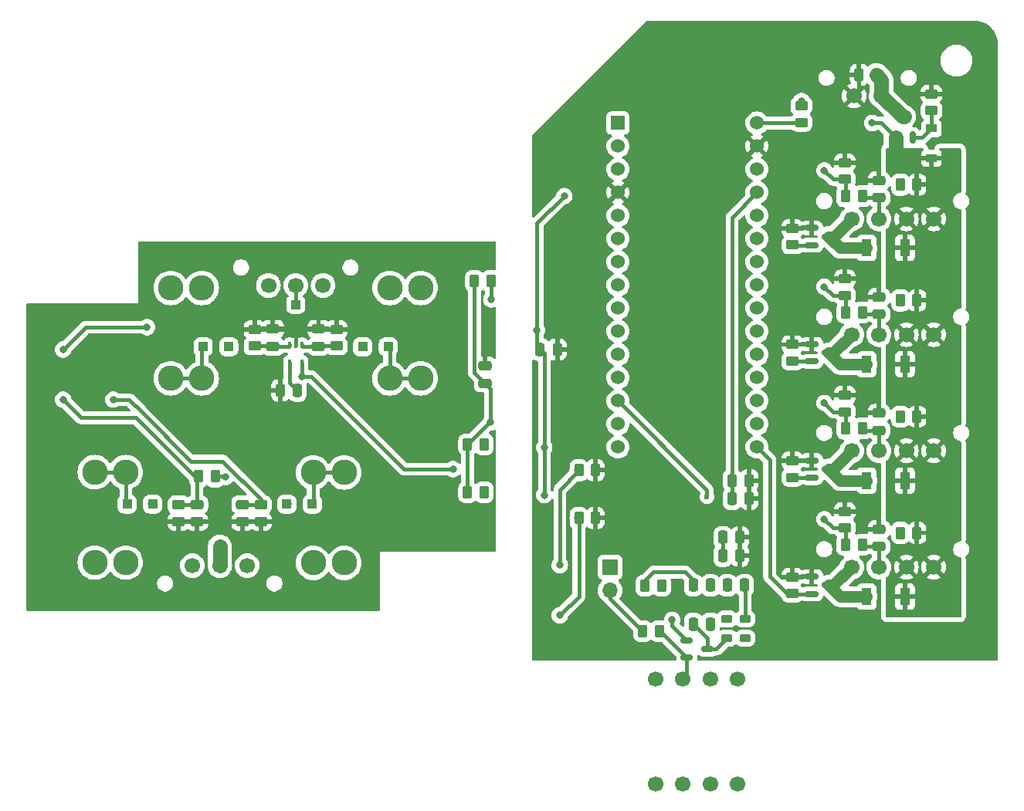
<source format=gbl>
G04 #@! TF.GenerationSoftware,KiCad,Pcbnew,8.0.5*
G04 #@! TF.CreationDate,2025-02-17T00:08:12-06:00*
G04 #@! TF.ProjectId,ActivePrecharge,41637469-7665-4507-9265-636861726765,rev?*
G04 #@! TF.SameCoordinates,Original*
G04 #@! TF.FileFunction,Copper,L2,Bot*
G04 #@! TF.FilePolarity,Positive*
%FSLAX46Y46*%
G04 Gerber Fmt 4.6, Leading zero omitted, Abs format (unit mm)*
G04 Created by KiCad (PCBNEW 8.0.5) date 2025-02-17 00:08:12*
%MOMM*%
%LPD*%
G01*
G04 APERTURE LIST*
G04 Aperture macros list*
%AMRoundRect*
0 Rectangle with rounded corners*
0 $1 Rounding radius*
0 $2 $3 $4 $5 $6 $7 $8 $9 X,Y pos of 4 corners*
0 Add a 4 corners polygon primitive as box body*
4,1,4,$2,$3,$4,$5,$6,$7,$8,$9,$2,$3,0*
0 Add four circle primitives for the rounded corners*
1,1,$1+$1,$2,$3*
1,1,$1+$1,$4,$5*
1,1,$1+$1,$6,$7*
1,1,$1+$1,$8,$9*
0 Add four rect primitives between the rounded corners*
20,1,$1+$1,$2,$3,$4,$5,0*
20,1,$1+$1,$4,$5,$6,$7,0*
20,1,$1+$1,$6,$7,$8,$9,0*
20,1,$1+$1,$8,$9,$2,$3,0*%
G04 Aperture macros list end*
G04 #@! TA.AperFunction,ComponentPad*
%ADD10C,1.700000*%
G04 #@! TD*
G04 #@! TA.AperFunction,ComponentPad*
%ADD11R,1.700000X1.700000*%
G04 #@! TD*
G04 #@! TA.AperFunction,ComponentPad*
%ADD12O,1.700000X1.700000*%
G04 #@! TD*
G04 #@! TA.AperFunction,ComponentPad*
%ADD13C,2.780000*%
G04 #@! TD*
G04 #@! TA.AperFunction,ComponentPad*
%ADD14R,1.524000X1.524000*%
G04 #@! TD*
G04 #@! TA.AperFunction,ComponentPad*
%ADD15C,1.524000*%
G04 #@! TD*
G04 #@! TA.AperFunction,SMDPad,CuDef*
%ADD16R,1.140000X1.890000*%
G04 #@! TD*
G04 #@! TA.AperFunction,SMDPad,CuDef*
%ADD17RoundRect,0.250000X0.250000X0.475000X-0.250000X0.475000X-0.250000X-0.475000X0.250000X-0.475000X0*%
G04 #@! TD*
G04 #@! TA.AperFunction,SMDPad,CuDef*
%ADD18RoundRect,0.250000X-0.262500X-0.450000X0.262500X-0.450000X0.262500X0.450000X-0.262500X0.450000X0*%
G04 #@! TD*
G04 #@! TA.AperFunction,SMDPad,CuDef*
%ADD19RoundRect,0.150000X-0.587500X-0.150000X0.587500X-0.150000X0.587500X0.150000X-0.587500X0.150000X0*%
G04 #@! TD*
G04 #@! TA.AperFunction,SMDPad,CuDef*
%ADD20RoundRect,0.250000X-0.450000X0.262500X-0.450000X-0.262500X0.450000X-0.262500X0.450000X0.262500X0*%
G04 #@! TD*
G04 #@! TA.AperFunction,SMDPad,CuDef*
%ADD21RoundRect,0.250000X0.475000X-0.250000X0.475000X0.250000X-0.475000X0.250000X-0.475000X-0.250000X0*%
G04 #@! TD*
G04 #@! TA.AperFunction,SMDPad,CuDef*
%ADD22RoundRect,0.250000X0.300000X0.300000X-0.300000X0.300000X-0.300000X-0.300000X0.300000X-0.300000X0*%
G04 #@! TD*
G04 #@! TA.AperFunction,SMDPad,CuDef*
%ADD23RoundRect,0.250000X0.450000X-0.262500X0.450000X0.262500X-0.450000X0.262500X-0.450000X-0.262500X0*%
G04 #@! TD*
G04 #@! TA.AperFunction,SMDPad,CuDef*
%ADD24RoundRect,0.150000X0.150000X-0.512500X0.150000X0.512500X-0.150000X0.512500X-0.150000X-0.512500X0*%
G04 #@! TD*
G04 #@! TA.AperFunction,SMDPad,CuDef*
%ADD25RoundRect,0.150000X-0.512500X-0.150000X0.512500X-0.150000X0.512500X0.150000X-0.512500X0.150000X0*%
G04 #@! TD*
G04 #@! TA.AperFunction,SMDPad,CuDef*
%ADD26RoundRect,0.250000X-0.300000X-0.300000X0.300000X-0.300000X0.300000X0.300000X-0.300000X0.300000X0*%
G04 #@! TD*
G04 #@! TA.AperFunction,SMDPad,CuDef*
%ADD27RoundRect,0.250000X0.262500X0.450000X-0.262500X0.450000X-0.262500X-0.450000X0.262500X-0.450000X0*%
G04 #@! TD*
G04 #@! TA.AperFunction,SMDPad,CuDef*
%ADD28RoundRect,0.250000X-0.475000X0.250000X-0.475000X-0.250000X0.475000X-0.250000X0.475000X0.250000X0*%
G04 #@! TD*
G04 #@! TA.AperFunction,SMDPad,CuDef*
%ADD29RoundRect,0.250000X-0.250000X-0.475000X0.250000X-0.475000X0.250000X0.475000X-0.250000X0.475000X0*%
G04 #@! TD*
G04 #@! TA.AperFunction,SMDPad,CuDef*
%ADD30R,1.220000X0.910000*%
G04 #@! TD*
G04 #@! TA.AperFunction,SMDPad,CuDef*
%ADD31RoundRect,0.250000X-0.300000X0.300000X-0.300000X-0.300000X0.300000X-0.300000X0.300000X0.300000X0*%
G04 #@! TD*
G04 #@! TA.AperFunction,SMDPad,CuDef*
%ADD32RoundRect,0.218750X0.381250X-0.218750X0.381250X0.218750X-0.381250X0.218750X-0.381250X-0.218750X0*%
G04 #@! TD*
G04 #@! TA.AperFunction,SMDPad,CuDef*
%ADD33RoundRect,0.100000X-0.100000X0.225000X-0.100000X-0.225000X0.100000X-0.225000X0.100000X0.225000X0*%
G04 #@! TD*
G04 #@! TA.AperFunction,SMDPad,CuDef*
%ADD34RoundRect,0.250000X0.300000X-0.300000X0.300000X0.300000X-0.300000X0.300000X-0.300000X-0.300000X0*%
G04 #@! TD*
G04 #@! TA.AperFunction,ViaPad*
%ADD35C,0.600000*%
G04 #@! TD*
G04 #@! TA.AperFunction,ViaPad*
%ADD36C,0.800000*%
G04 #@! TD*
G04 #@! TA.AperFunction,Conductor*
%ADD37C,1.600000*%
G04 #@! TD*
G04 #@! TA.AperFunction,Conductor*
%ADD38C,0.400000*%
G04 #@! TD*
G04 #@! TA.AperFunction,Conductor*
%ADD39C,1.300000*%
G04 #@! TD*
G04 APERTURE END LIST*
D10*
X133000000Y-114500000D03*
X130000000Y-114500000D03*
X127000000Y-114500000D03*
X124000000Y-114500000D03*
D11*
X119025000Y-102225000D03*
D12*
X119025000Y-104765000D03*
D10*
X133000000Y-126000000D03*
X130000000Y-126000000D03*
X127000000Y-126000000D03*
X124000000Y-126000000D03*
D13*
X74250000Y-71580000D03*
X70850000Y-71580000D03*
X74250000Y-81500000D03*
X70850000Y-81500000D03*
D10*
X145500000Y-89450000D03*
X148500000Y-89450000D03*
X151500000Y-89450000D03*
X154500000Y-89450000D03*
X145500000Y-76700000D03*
X148500000Y-76700000D03*
X151500000Y-76700000D03*
X154500000Y-76700000D03*
X145500000Y-64000000D03*
X148500000Y-64000000D03*
X151500000Y-64000000D03*
X154500000Y-64000000D03*
D13*
X62520000Y-101710000D03*
X65920000Y-101710000D03*
X62520000Y-91790000D03*
X65920000Y-91790000D03*
D10*
X145750000Y-50500000D03*
X148750000Y-50500000D03*
X145500000Y-102200000D03*
X148500000Y-102200000D03*
X151500000Y-102200000D03*
X154500000Y-102200000D03*
D14*
X119880000Y-53480000D03*
D15*
X119880000Y-56020000D03*
X119880000Y-58560000D03*
X119880000Y-61100000D03*
X119880000Y-63640000D03*
X119880000Y-66180000D03*
X119880000Y-68720000D03*
X119880000Y-71260000D03*
X119880000Y-73800000D03*
X119880000Y-76340000D03*
X119880000Y-78880000D03*
X119880000Y-81420000D03*
X119880000Y-83960000D03*
X119880000Y-86500000D03*
X119880000Y-89040000D03*
X135120000Y-89040000D03*
X135120000Y-86500000D03*
X135120000Y-83960000D03*
X135120000Y-81420000D03*
X135120000Y-78880000D03*
X135120000Y-76340000D03*
X135120000Y-73800000D03*
X135120000Y-71260000D03*
X135120000Y-68720000D03*
X135120000Y-66180000D03*
X135120000Y-63640000D03*
X135120000Y-61100000D03*
X135120000Y-58560000D03*
X135120000Y-56020000D03*
X135120000Y-53480000D03*
D13*
X86470000Y-101750000D03*
X89870000Y-101750000D03*
X86470000Y-91830000D03*
X89870000Y-91830000D03*
X98250000Y-71580000D03*
X94850000Y-71580000D03*
X98250000Y-81500000D03*
X94850000Y-81500000D03*
D10*
X79220000Y-102040000D03*
X76220000Y-102040000D03*
X73220000Y-102040000D03*
X81550000Y-71290000D03*
X84550000Y-71290000D03*
X87550000Y-71290000D03*
D16*
X151350000Y-67200000D03*
X147150000Y-67200000D03*
D17*
X84750000Y-82830000D03*
X82850000Y-82830000D03*
D18*
X150837500Y-98450000D03*
X152662500Y-98450000D03*
D19*
X141125000Y-79650000D03*
X141125000Y-77750000D03*
X143000000Y-78700000D03*
D17*
X133775000Y-104200000D03*
X131875000Y-104200000D03*
D20*
X71720000Y-95377500D03*
X71720000Y-97202500D03*
D16*
X151350000Y-105450000D03*
X147150000Y-105450000D03*
D21*
X148500000Y-99950000D03*
X148500000Y-98050000D03*
D16*
X151350000Y-92700000D03*
X147150000Y-92700000D03*
D22*
X68870000Y-95290000D03*
X66070000Y-95290000D03*
D23*
X144750000Y-72412500D03*
X144750000Y-70587500D03*
D21*
X148500000Y-74450000D03*
X148500000Y-72550000D03*
D23*
X80050000Y-77952500D03*
X80050000Y-76127500D03*
D24*
X152200000Y-55087500D03*
X150300000Y-55087500D03*
X151250000Y-52812500D03*
D25*
X127437500Y-112150000D03*
X127437500Y-110250000D03*
X129712500Y-111200000D03*
D16*
X151350000Y-79950000D03*
X147150000Y-79950000D03*
D18*
X144837500Y-87000000D03*
X146662500Y-87000000D03*
D26*
X83570000Y-95290000D03*
X86370000Y-95290000D03*
D21*
X87050000Y-77990000D03*
X87050000Y-76090000D03*
D27*
X75712500Y-92265000D03*
X73887500Y-92265000D03*
D28*
X73720000Y-95340000D03*
X73720000Y-97240000D03*
D23*
X139000000Y-79612500D03*
X139000000Y-77787500D03*
X139000000Y-105112500D03*
X139000000Y-103287500D03*
D28*
X78720000Y-95340000D03*
X78720000Y-97240000D03*
D22*
X77200000Y-78040000D03*
X74400000Y-78040000D03*
D23*
X144750000Y-59662500D03*
X144750000Y-57837500D03*
D21*
X82050000Y-77990000D03*
X82050000Y-76090000D03*
D18*
X115587500Y-91580000D03*
X117412500Y-91580000D03*
X115587500Y-96830000D03*
X117412500Y-96830000D03*
D21*
X148500000Y-87200000D03*
X148500000Y-85300000D03*
D23*
X144750000Y-85162500D03*
X144750000Y-83337500D03*
D17*
X130025000Y-104200000D03*
X128125000Y-104200000D03*
X130025000Y-108450000D03*
X128125000Y-108450000D03*
D19*
X141125000Y-105150000D03*
X141125000Y-103250000D03*
X143000000Y-104200000D03*
D17*
X148200000Y-48200000D03*
X146300000Y-48200000D03*
D29*
X111350000Y-78330000D03*
X113250000Y-78330000D03*
D18*
X104137500Y-70830000D03*
X105962500Y-70830000D03*
D30*
X154250000Y-57335000D03*
X154250000Y-54065000D03*
D27*
X105212500Y-88750000D03*
X103387500Y-88750000D03*
D31*
X84550000Y-73390000D03*
X84550000Y-76190000D03*
D23*
X144750000Y-97912500D03*
X144750000Y-96087500D03*
D26*
X91900000Y-78040000D03*
X94700000Y-78040000D03*
D29*
X132375000Y-92700000D03*
X134275000Y-92700000D03*
D18*
X144837500Y-74250000D03*
X146662500Y-74250000D03*
D27*
X105212500Y-94000000D03*
X103387500Y-94000000D03*
D32*
X133825000Y-110012500D03*
X133825000Y-107887500D03*
D19*
X141125000Y-66900000D03*
X141125000Y-65000000D03*
X143000000Y-65950000D03*
D23*
X140000000Y-53412500D03*
X140000000Y-51587500D03*
X139000000Y-92362500D03*
X139000000Y-90537500D03*
D20*
X154250000Y-50287500D03*
X154250000Y-52112500D03*
D23*
X89050000Y-77952500D03*
X89050000Y-76127500D03*
D20*
X80720000Y-95377500D03*
X80720000Y-97202500D03*
D32*
X131825000Y-110012500D03*
X131825000Y-107887500D03*
D18*
X144837500Y-61500000D03*
X146662500Y-61500000D03*
D29*
X132375000Y-94700000D03*
X134275000Y-94700000D03*
D21*
X105300000Y-82030000D03*
X105300000Y-80130000D03*
D29*
X131375000Y-100950000D03*
X133275000Y-100950000D03*
D33*
X83900000Y-77840000D03*
X84550000Y-77840000D03*
X85200000Y-77840000D03*
X85200000Y-79740000D03*
X83900000Y-79740000D03*
D18*
X150837500Y-85700000D03*
X152662500Y-85700000D03*
D19*
X141125000Y-92400000D03*
X141125000Y-90500000D03*
X143000000Y-91450000D03*
D27*
X124662500Y-104250000D03*
X122837500Y-104250000D03*
D29*
X131375000Y-98950000D03*
X133275000Y-98950000D03*
D18*
X150837500Y-60250000D03*
X152662500Y-60250000D03*
D21*
X148500000Y-61700000D03*
X148500000Y-59800000D03*
D18*
X144837500Y-99750000D03*
X146662500Y-99750000D03*
D23*
X139000000Y-66862500D03*
X139000000Y-65037500D03*
D18*
X122587500Y-109250000D03*
X124412500Y-109250000D03*
X150837500Y-72950000D03*
X152662500Y-72950000D03*
D34*
X76220000Y-99940000D03*
X76220000Y-97140000D03*
D35*
X116500000Y-111750000D03*
X155500000Y-43000000D03*
X152500000Y-43000000D03*
X128250000Y-84500000D03*
X154000000Y-43000000D03*
X160750000Y-47500000D03*
X146500000Y-111750000D03*
X145750000Y-43000000D03*
X111250000Y-111750000D03*
X126000000Y-85250000D03*
X146500000Y-43000000D03*
X160750000Y-49000000D03*
X144250000Y-111750000D03*
X114250000Y-52000000D03*
X112250000Y-54000000D03*
X160750000Y-51250000D03*
X156250000Y-43000000D03*
X128250000Y-83000000D03*
X121250000Y-45000000D03*
X124000000Y-43000000D03*
X122250000Y-88000000D03*
X160750000Y-94000000D03*
X160750000Y-108000000D03*
X160000000Y-43750000D03*
X148000000Y-43000000D03*
X160750000Y-110250000D03*
X115000000Y-111750000D03*
X122750000Y-88500000D03*
X160750000Y-53500000D03*
X120250000Y-46000000D03*
X132250000Y-43000000D03*
X160750000Y-96250000D03*
X160750000Y-71750000D03*
X124750000Y-87250000D03*
X127750000Y-43000000D03*
X111250000Y-61000000D03*
X120750000Y-45500000D03*
X126000000Y-83750000D03*
X113250000Y-53000000D03*
X141250000Y-43000000D03*
X145000000Y-111750000D03*
X131250000Y-76750000D03*
X153250000Y-111750000D03*
X156250000Y-111750000D03*
X131500000Y-43000000D03*
X160750000Y-58000000D03*
X135250000Y-43000000D03*
X160750000Y-56500000D03*
X140500000Y-43000000D03*
X126000000Y-83000000D03*
X159250000Y-111750000D03*
X148000000Y-111750000D03*
X137500000Y-43000000D03*
X157750000Y-111750000D03*
X111250000Y-98250000D03*
X160750000Y-46000000D03*
X125250000Y-87750000D03*
X111250000Y-55750000D03*
X111250000Y-55000000D03*
X154000000Y-111750000D03*
X157750000Y-43000000D03*
X151000000Y-43000000D03*
X142750000Y-111750000D03*
X140500000Y-111750000D03*
X111250000Y-106250000D03*
X151750000Y-43000000D03*
X133750000Y-43000000D03*
X111250000Y-62500000D03*
X160750000Y-50500000D03*
X136750000Y-43000000D03*
X122250000Y-44000000D03*
X116750000Y-49500000D03*
X124750000Y-43000000D03*
X113500000Y-111750000D03*
X128250000Y-85250000D03*
X153250000Y-43000000D03*
X123250000Y-89000000D03*
X160750000Y-70250000D03*
X160750000Y-57250000D03*
X118250000Y-48000000D03*
X143500000Y-111750000D03*
X160500000Y-44500000D03*
X148750000Y-111750000D03*
X133500000Y-76000000D03*
X114750000Y-51500000D03*
X122750000Y-43500000D03*
X160750000Y-84500000D03*
D36*
X146750000Y-59750000D03*
D35*
X160750000Y-49750000D03*
X114250000Y-111750000D03*
X111250000Y-103250000D03*
X151000000Y-111750000D03*
X149500000Y-111750000D03*
X152500000Y-111750000D03*
X117250000Y-49000000D03*
X117250000Y-111750000D03*
X160750000Y-55750000D03*
X157000000Y-111750000D03*
X113750000Y-52500000D03*
X111250000Y-111000000D03*
X150250000Y-111750000D03*
X111250000Y-56500000D03*
X160750000Y-69500000D03*
X111250000Y-57250000D03*
X115750000Y-111750000D03*
X160750000Y-83000000D03*
X160750000Y-93250000D03*
X160750000Y-52000000D03*
X134500000Y-43000000D03*
D36*
X146750000Y-98000000D03*
D35*
X160750000Y-85250000D03*
X160750000Y-73250000D03*
X147250000Y-43000000D03*
X126250000Y-43000000D03*
X160750000Y-111000000D03*
X112750000Y-53500000D03*
X139750000Y-43000000D03*
X125500000Y-43000000D03*
X160750000Y-81500000D03*
X160750000Y-94750000D03*
D36*
X146750000Y-72500000D03*
D35*
X118750000Y-47500000D03*
X143500000Y-43000000D03*
X111250000Y-110250000D03*
X112000000Y-111750000D03*
X111250000Y-108750000D03*
X115250000Y-51000000D03*
X111250000Y-100750000D03*
X119750000Y-46500000D03*
X160750000Y-68750000D03*
X160750000Y-45250000D03*
X111250000Y-58000000D03*
X118750000Y-111750000D03*
X123750000Y-89500000D03*
X160750000Y-108750000D03*
X124250000Y-86750000D03*
X116250000Y-50000000D03*
X160750000Y-72500000D03*
X155500000Y-111750000D03*
X131250000Y-76000000D03*
D36*
X117412500Y-91580000D03*
D35*
X158500000Y-43000000D03*
X154750000Y-111750000D03*
D36*
X146750000Y-85250000D03*
D35*
X121750000Y-44500000D03*
X160750000Y-52750000D03*
X149500000Y-43000000D03*
X131250000Y-75250000D03*
X147250000Y-111750000D03*
X160750000Y-95500000D03*
X160750000Y-83750000D03*
X160750000Y-48250000D03*
X160750000Y-111750000D03*
X136000000Y-43000000D03*
X138250000Y-43000000D03*
X130000000Y-43000000D03*
X119250000Y-47000000D03*
X112750000Y-111750000D03*
X142000000Y-111750000D03*
X157000000Y-43000000D03*
X123750000Y-86250000D03*
X159250000Y-43250000D03*
X154750000Y-43000000D03*
X158500000Y-111750000D03*
X160750000Y-55000000D03*
X133500000Y-74500000D03*
X123250000Y-43000000D03*
X111250000Y-59500000D03*
X160000000Y-111750000D03*
X111250000Y-60250000D03*
X148750000Y-43000000D03*
X160750000Y-46750000D03*
X160750000Y-107250000D03*
X160750000Y-82250000D03*
X126000000Y-84500000D03*
X141250000Y-111750000D03*
X160750000Y-71000000D03*
X160750000Y-80000000D03*
X151750000Y-111750000D03*
X128250000Y-83750000D03*
X145750000Y-111750000D03*
X145000000Y-43000000D03*
X160750000Y-80750000D03*
X142750000Y-43000000D03*
X160750000Y-54250000D03*
X111250000Y-109500000D03*
X127000000Y-43000000D03*
X133500000Y-76750000D03*
X131250000Y-74500000D03*
X118000000Y-111750000D03*
X111250000Y-61750000D03*
X160750000Y-109500000D03*
X129250000Y-43000000D03*
X142000000Y-43000000D03*
X115750000Y-50500000D03*
X111250000Y-58750000D03*
X150250000Y-43000000D03*
X160750000Y-92500000D03*
X139000000Y-43000000D03*
X144250000Y-43000000D03*
X117750000Y-48500000D03*
X128500000Y-43000000D03*
X111750000Y-54500000D03*
X130750000Y-43000000D03*
X133000000Y-43000000D03*
X133500000Y-75250000D03*
X100250000Y-67250000D03*
X81000000Y-89750000D03*
X79250000Y-86500000D03*
X83000000Y-67250000D03*
X90250000Y-106250000D03*
X88250000Y-81750000D03*
X55750000Y-82250000D03*
X80750000Y-85000000D03*
X55750000Y-95000000D03*
X104000000Y-67250000D03*
X55750000Y-91250000D03*
X80500000Y-106250000D03*
D36*
X76220000Y-97140000D03*
D35*
X85750000Y-106250000D03*
D36*
X84550000Y-76250000D03*
D35*
X105000000Y-99750000D03*
X82750000Y-106250000D03*
X84500000Y-67250000D03*
X92500000Y-106250000D03*
D36*
X105300000Y-80130000D03*
D35*
X91000000Y-106250000D03*
X104750000Y-67250000D03*
X55750000Y-98750000D03*
X79000000Y-106250000D03*
X55750000Y-86750000D03*
X55750000Y-86000000D03*
X91250000Y-67250000D03*
X86000000Y-67250000D03*
X82500000Y-88250000D03*
X70750000Y-106250000D03*
X83250000Y-88250000D03*
X89500000Y-106250000D03*
X83750000Y-67250000D03*
X64000000Y-106250000D03*
X82000000Y-88750000D03*
X61750000Y-74000000D03*
X103500000Y-99750000D03*
X59500000Y-74000000D03*
X102750000Y-99750000D03*
X55750000Y-103250000D03*
X68500000Y-106250000D03*
X55750000Y-102500000D03*
X58000000Y-106250000D03*
X55750000Y-74000000D03*
X75250000Y-106250000D03*
X74500000Y-106250000D03*
X55750000Y-97250000D03*
X104250000Y-99750000D03*
X105750000Y-99000000D03*
X56500000Y-74000000D03*
X76750000Y-106250000D03*
X57250000Y-106250000D03*
X62500000Y-74000000D03*
X64000000Y-74000000D03*
X71750000Y-67250000D03*
X55750000Y-87500000D03*
X55750000Y-81500000D03*
X66250000Y-74000000D03*
X55750000Y-80000000D03*
X55750000Y-106250000D03*
X88750000Y-82250000D03*
X55750000Y-95750000D03*
X55750000Y-83750000D03*
X85000000Y-106250000D03*
X55750000Y-104000000D03*
X74000000Y-67250000D03*
X59500000Y-106250000D03*
X55750000Y-101000000D03*
X88000000Y-84750000D03*
X71500000Y-106250000D03*
X99500000Y-67250000D03*
X70250000Y-67250000D03*
X93500000Y-67250000D03*
X84250000Y-106250000D03*
X65500000Y-106250000D03*
X96500000Y-67250000D03*
X81250000Y-106250000D03*
X81500000Y-89250000D03*
X86750000Y-67250000D03*
X75500000Y-67250000D03*
X55750000Y-101750000D03*
X101250000Y-99750000D03*
X105750000Y-98250000D03*
X80000000Y-67250000D03*
X64750000Y-74000000D03*
X61000000Y-106250000D03*
X55750000Y-98000000D03*
X80750000Y-67250000D03*
X55750000Y-88250000D03*
X65500000Y-74000000D03*
X56500000Y-106250000D03*
X97250000Y-67250000D03*
X61750000Y-106250000D03*
X55750000Y-104750000D03*
D36*
X105930000Y-76215000D03*
D35*
X98000000Y-67250000D03*
X67000000Y-74000000D03*
X77750000Y-67250000D03*
X70000000Y-106250000D03*
X55750000Y-74750000D03*
X76000000Y-106250000D03*
X55750000Y-77750000D03*
X72250000Y-106250000D03*
X55750000Y-85250000D03*
X89250000Y-82750000D03*
X55750000Y-76250000D03*
X82250000Y-67250000D03*
X85250000Y-67250000D03*
X55750000Y-94250000D03*
X79750000Y-106250000D03*
X71000000Y-67250000D03*
X91750000Y-106250000D03*
X55750000Y-92750000D03*
X60250000Y-106250000D03*
X86500000Y-106250000D03*
X88750000Y-106250000D03*
X79250000Y-67250000D03*
X55750000Y-89750000D03*
X87500000Y-67250000D03*
X63250000Y-106250000D03*
X95750000Y-67250000D03*
X78500000Y-67250000D03*
X88250000Y-67250000D03*
X82000000Y-106250000D03*
X55750000Y-89000000D03*
X68000000Y-67250000D03*
X62500000Y-106250000D03*
X87500000Y-84250000D03*
X105750000Y-99750000D03*
X98750000Y-67250000D03*
X58750000Y-106250000D03*
X73750000Y-106250000D03*
X55750000Y-93500000D03*
X74750000Y-67250000D03*
X94250000Y-67250000D03*
X68750000Y-67250000D03*
X100500000Y-99750000D03*
X87250000Y-106250000D03*
X81500000Y-85000000D03*
X69250000Y-106250000D03*
X92000000Y-67250000D03*
X55750000Y-99500000D03*
X102500000Y-67250000D03*
X57250000Y-74000000D03*
X55750000Y-84500000D03*
X103250000Y-67250000D03*
X105500000Y-67250000D03*
X73000000Y-106250000D03*
X92750000Y-67250000D03*
X55750000Y-92000000D03*
X64750000Y-106250000D03*
X90500000Y-67250000D03*
X60250000Y-74000000D03*
X101000000Y-67250000D03*
X67750000Y-106250000D03*
X55750000Y-96500000D03*
X89000000Y-67250000D03*
X95000000Y-67250000D03*
X76250000Y-67250000D03*
X89750000Y-67250000D03*
X55750000Y-100250000D03*
X77000000Y-67250000D03*
X55750000Y-77000000D03*
X66250000Y-106250000D03*
X88000000Y-106250000D03*
X55750000Y-105500000D03*
X58750000Y-74000000D03*
X55750000Y-75500000D03*
X78250000Y-106250000D03*
X83500000Y-106250000D03*
X79750000Y-86000000D03*
X77500000Y-106250000D03*
X58000000Y-74000000D03*
X73250000Y-67250000D03*
X55750000Y-90500000D03*
X55750000Y-79250000D03*
X63250000Y-74000000D03*
X102000000Y-99750000D03*
X69500000Y-67250000D03*
X80250000Y-85500000D03*
X55750000Y-80750000D03*
X101750000Y-67250000D03*
X97000000Y-90250000D03*
X55750000Y-83000000D03*
X55750000Y-78500000D03*
X72500000Y-67250000D03*
X81500000Y-67250000D03*
X88500000Y-85250000D03*
X61000000Y-74000000D03*
X67000000Y-106250000D03*
D36*
X140000000Y-51050000D03*
X150937500Y-98450000D03*
X92012500Y-78040000D03*
X105987500Y-72830000D03*
X84750000Y-82830000D03*
X105930000Y-86330000D03*
X140000000Y-53480000D03*
X111800000Y-89100000D03*
X147750000Y-53480000D03*
X114000000Y-61500000D03*
X111800000Y-94300000D03*
X111010000Y-76215000D03*
X77087500Y-78040000D03*
X150937500Y-60250000D03*
X68250000Y-75880000D03*
X80050000Y-77952500D03*
X59050000Y-78330000D03*
X101800000Y-91465000D03*
X85212500Y-81290000D03*
X59050000Y-83830000D03*
X71728750Y-95336250D03*
X80757500Y-95290000D03*
X64550000Y-83830000D03*
X89050000Y-77952500D03*
X132375000Y-94700000D03*
X131375000Y-98950000D03*
X133825000Y-107887500D03*
X150937500Y-85700000D03*
X150937500Y-72950000D03*
X83682500Y-95290000D03*
X68757500Y-95290000D03*
X113500000Y-107500000D03*
X115462500Y-96830000D03*
X131875000Y-104200000D03*
X131825000Y-107887500D03*
X125825000Y-108000000D03*
X76870000Y-92320000D03*
X139000000Y-66862500D03*
X139000000Y-92362500D03*
X139000000Y-79612500D03*
X142500000Y-96950000D03*
X142500000Y-58700000D03*
X142500000Y-84200000D03*
X142500000Y-71450000D03*
X124662500Y-104250000D03*
D35*
X129635000Y-94500000D03*
D36*
X115462500Y-91580000D03*
X113500000Y-102000000D03*
X105212500Y-94000000D03*
X105212500Y-88750000D03*
X133825000Y-110012500D03*
X130025000Y-108450000D03*
X130025000Y-104200000D03*
X128125000Y-104200000D03*
X128125000Y-108450000D03*
X122837500Y-104250000D03*
D37*
X148750000Y-50500000D02*
X148750000Y-48750000D01*
X148750000Y-48750000D02*
X148200000Y-48200000D01*
X151250000Y-52812500D02*
X151062500Y-52812500D01*
X151062500Y-52812500D02*
X148750000Y-50500000D01*
D38*
X146300000Y-49950000D02*
X145750000Y-50500000D01*
X146300000Y-48200000D02*
X146300000Y-49950000D01*
X84550000Y-77840000D02*
X84550000Y-76250000D01*
X80050000Y-76127500D02*
X89050000Y-76127500D01*
X84550000Y-76250000D02*
X84550000Y-76190000D01*
X71720000Y-97202500D02*
X80720000Y-97202500D01*
X140000000Y-51050000D02*
X140000000Y-51587500D01*
X105962500Y-72805000D02*
X105987500Y-72830000D01*
X105962500Y-70830000D02*
X105962500Y-72805000D01*
X105930000Y-86330000D02*
X105807500Y-86330000D01*
X83900000Y-79740000D02*
X83900000Y-81980000D01*
X105300000Y-82030000D02*
X104137500Y-80867500D01*
X105930000Y-82660000D02*
X105930000Y-86330000D01*
X103387500Y-88750000D02*
X103387500Y-94000000D01*
X105300000Y-82030000D02*
X105930000Y-82660000D01*
X104137500Y-80867500D02*
X104137500Y-70830000D01*
X83900000Y-81980000D02*
X84750000Y-82830000D01*
X105807500Y-86330000D02*
X103387500Y-88750000D01*
X111800000Y-78780000D02*
X111350000Y-78330000D01*
X114000000Y-61500000D02*
X111010000Y-64490000D01*
X135120000Y-53480000D02*
X140000000Y-53480000D01*
D37*
X150300000Y-57335000D02*
X150300000Y-55087500D01*
D38*
X111010000Y-76215000D02*
X111010000Y-77990000D01*
X111800000Y-89100000D02*
X111800000Y-94300000D01*
X111800000Y-89100000D02*
X111800000Y-78780000D01*
X148692500Y-53480000D02*
X150300000Y-55087500D01*
X147750000Y-53480000D02*
X148692500Y-53480000D01*
X111010000Y-77990000D02*
X111350000Y-78330000D01*
X111010000Y-64490000D02*
X111010000Y-76215000D01*
X65920000Y-91790000D02*
X65920000Y-95140000D01*
X65920000Y-95140000D02*
X66070000Y-95290000D01*
X62520000Y-91790000D02*
X65920000Y-91790000D01*
D37*
X76220000Y-99940000D02*
X76220000Y-102040000D01*
D38*
X86470000Y-95190000D02*
X86370000Y-95290000D01*
X86470000Y-91830000D02*
X86470000Y-95190000D01*
X89870000Y-91830000D02*
X86470000Y-91830000D01*
X61500000Y-75880000D02*
X59050000Y-78330000D01*
X82012500Y-77952500D02*
X82050000Y-77990000D01*
X82050000Y-77990000D02*
X83750000Y-77990000D01*
X80050000Y-77952500D02*
X82012500Y-77952500D01*
X83750000Y-77990000D02*
X83900000Y-77840000D01*
X68250000Y-75880000D02*
X61500000Y-75880000D01*
X101800000Y-91465000D02*
X96435000Y-91465000D01*
X96435000Y-91465000D02*
X86260000Y-81290000D01*
X86260000Y-81290000D02*
X85212500Y-81290000D01*
X85200000Y-81277500D02*
X85212500Y-81290000D01*
X85200000Y-79740000D02*
X85200000Y-81277500D01*
X85200000Y-79740000D02*
X85210000Y-79740000D01*
X73682500Y-95377500D02*
X73720000Y-95340000D01*
X61050000Y-85830000D02*
X59050000Y-83830000D01*
X71720000Y-95377500D02*
X73682500Y-95377500D01*
X73720000Y-95340000D02*
X73720000Y-92432500D01*
X73887500Y-92265000D02*
X73485000Y-92265000D01*
X67050000Y-85830000D02*
X61050000Y-85830000D01*
X73485000Y-92265000D02*
X67050000Y-85830000D01*
X67700000Y-85230000D02*
X66300000Y-83830000D01*
X80720000Y-95377500D02*
X78757500Y-95377500D01*
X66300000Y-83830000D02*
X64550000Y-83830000D01*
X78757500Y-95377500D02*
X78720000Y-95340000D01*
X73051028Y-90580000D02*
X67701028Y-85230000D01*
X67701028Y-85230000D02*
X67700000Y-85230000D01*
X76550000Y-90580000D02*
X73051028Y-90580000D01*
X80757500Y-95290000D02*
X80757500Y-94787500D01*
X80757500Y-94787500D02*
X76550000Y-90580000D01*
X87087500Y-77952500D02*
X87050000Y-77990000D01*
X89050000Y-77952500D02*
X87087500Y-77952500D01*
X87050000Y-77990000D02*
X85350000Y-77990000D01*
X85350000Y-77990000D02*
X85200000Y-77840000D01*
X135120000Y-61100000D02*
X132375000Y-63845000D01*
X132375000Y-92700000D02*
X132375000Y-94700000D01*
X132375000Y-63845000D02*
X132375000Y-92700000D01*
X131375000Y-100950000D02*
X131375000Y-98950000D01*
X133825000Y-104250000D02*
X133775000Y-104200000D01*
X133825000Y-107887500D02*
X133825000Y-104250000D01*
D39*
X144250000Y-105450000D02*
X143000000Y-104200000D01*
X143000000Y-104200000D02*
X143500000Y-104200000D01*
X147150000Y-105450000D02*
X144250000Y-105450000D01*
X143500000Y-104200000D02*
X145500000Y-102200000D01*
X143000000Y-65950000D02*
X143550000Y-65950000D01*
X147150000Y-67200000D02*
X144250000Y-67200000D01*
X143550000Y-65950000D02*
X145500000Y-64000000D01*
X144250000Y-67200000D02*
X143000000Y-65950000D01*
X143000000Y-91450000D02*
X143500000Y-91450000D01*
X143500000Y-91450000D02*
X145500000Y-89450000D01*
X144250000Y-92700000D02*
X143000000Y-91450000D01*
X147150000Y-92700000D02*
X144250000Y-92700000D01*
X144250000Y-79950000D02*
X143000000Y-78700000D01*
X143500000Y-78700000D02*
X145500000Y-76700000D01*
X143000000Y-78700000D02*
X143500000Y-78700000D01*
X147150000Y-79950000D02*
X144250000Y-79950000D01*
D38*
X70850000Y-81500000D02*
X74250000Y-81500000D01*
X74250000Y-78190000D02*
X74400000Y-78040000D01*
X74250000Y-81500000D02*
X74250000Y-78190000D01*
X94850000Y-81500000D02*
X94850000Y-78190000D01*
X98250000Y-81500000D02*
X94850000Y-81500000D01*
X94850000Y-78190000D02*
X94700000Y-78040000D01*
X115587500Y-105412500D02*
X113500000Y-107500000D01*
X115587500Y-96830000D02*
X115587500Y-105412500D01*
X125825000Y-108000000D02*
X125825000Y-108637500D01*
X125825000Y-108637500D02*
X127437500Y-110250000D01*
X127437500Y-114037500D02*
X127025000Y-114450000D01*
X127437500Y-112150000D02*
X127437500Y-114037500D01*
X124700000Y-109412500D02*
X127437500Y-112150000D01*
X119025000Y-105687500D02*
X119025000Y-104765000D01*
X122587500Y-109250000D02*
X119025000Y-105687500D01*
X76815000Y-92265000D02*
X76870000Y-92320000D01*
X75712500Y-92265000D02*
X76815000Y-92265000D01*
X141125000Y-105150000D02*
X139037500Y-105150000D01*
X136500000Y-103250000D02*
X136500000Y-90420000D01*
X138362500Y-105112500D02*
X136500000Y-103250000D01*
X136500000Y-90420000D02*
X135120000Y-89040000D01*
X139037500Y-105150000D02*
X139000000Y-105112500D01*
X139000000Y-105112500D02*
X138362500Y-105112500D01*
X139037500Y-66900000D02*
X139000000Y-66862500D01*
X141125000Y-66900000D02*
X139037500Y-66900000D01*
X141125000Y-92400000D02*
X139037500Y-92400000D01*
X139037500Y-92400000D02*
X139000000Y-92362500D01*
X141125000Y-79650000D02*
X139037500Y-79650000D01*
X139037500Y-79650000D02*
X139000000Y-79612500D01*
X144750000Y-97912500D02*
X143462500Y-97912500D01*
X143462500Y-97912500D02*
X142500000Y-96950000D01*
X144837500Y-98000000D02*
X144750000Y-97912500D01*
X144837500Y-99750000D02*
X144837500Y-98000000D01*
X144750000Y-59662500D02*
X143462500Y-59662500D01*
X144837500Y-61500000D02*
X144837500Y-59750000D01*
X144837500Y-59750000D02*
X144750000Y-59662500D01*
X143462500Y-59662500D02*
X142500000Y-58700000D01*
X143462500Y-85162500D02*
X142500000Y-84200000D01*
X144837500Y-85250000D02*
X144750000Y-85162500D01*
X144837500Y-87000000D02*
X144837500Y-85250000D01*
X144750000Y-85162500D02*
X143462500Y-85162500D01*
X144837500Y-72500000D02*
X144750000Y-72412500D01*
X143462500Y-72412500D02*
X142500000Y-71450000D01*
X144837500Y-74250000D02*
X144837500Y-72500000D01*
X144750000Y-72412500D02*
X143462500Y-72412500D01*
X129635000Y-93715000D02*
X129635000Y-94500000D01*
X119880000Y-83960000D02*
X129635000Y-93715000D01*
X84550000Y-73390000D02*
X84550000Y-71290000D01*
X154250000Y-52112500D02*
X154250000Y-54065000D01*
X153227500Y-55087500D02*
X154250000Y-54065000D01*
X152200000Y-55087500D02*
X153227500Y-55087500D01*
X113500000Y-93717500D02*
X113500000Y-102000000D01*
X115550000Y-91667500D02*
X113500000Y-93717500D01*
X130637500Y-111200000D02*
X131825000Y-110012500D01*
X128125000Y-103625000D02*
X127250000Y-102750000D01*
X128125000Y-104200000D02*
X128125000Y-103625000D01*
X129712500Y-111200000D02*
X130637500Y-111200000D01*
X129712500Y-111200000D02*
X129712500Y-110037500D01*
X129712500Y-110037500D02*
X128125000Y-108450000D01*
X127250000Y-102750000D02*
X123750000Y-102750000D01*
X123750000Y-102750000D02*
X122837500Y-103662500D01*
X122837500Y-103662500D02*
X122837500Y-104250000D01*
X146862500Y-99950000D02*
X146662500Y-99750000D01*
X148500000Y-99950000D02*
X146862500Y-99950000D01*
X148500000Y-102200000D02*
X148500000Y-99950000D01*
X148500000Y-64000000D02*
X148500000Y-61700000D01*
X148500000Y-61700000D02*
X146862500Y-61700000D01*
X146862500Y-61700000D02*
X146662500Y-61500000D01*
X146862500Y-87200000D02*
X146662500Y-87000000D01*
X148500000Y-87200000D02*
X146862500Y-87200000D01*
X148500000Y-89450000D02*
X148500000Y-87200000D01*
X148500000Y-74450000D02*
X146862500Y-74450000D01*
X146862500Y-74450000D02*
X146662500Y-74250000D01*
X148500000Y-76700000D02*
X148500000Y-74450000D01*
G04 #@! TA.AperFunction,Conductor*
G36*
X159003736Y-42250726D02*
G01*
X159293796Y-42268271D01*
X159308659Y-42270076D01*
X159590798Y-42321780D01*
X159605335Y-42325363D01*
X159879172Y-42410695D01*
X159893163Y-42416000D01*
X160154743Y-42533727D01*
X160167989Y-42540680D01*
X160413465Y-42689075D01*
X160425776Y-42697573D01*
X160651573Y-42874473D01*
X160662781Y-42884403D01*
X160865596Y-43087218D01*
X160875526Y-43098426D01*
X160995481Y-43251538D01*
X161052422Y-43324217D01*
X161060928Y-43336540D01*
X161209316Y-43582004D01*
X161216275Y-43595263D01*
X161333997Y-43856831D01*
X161339306Y-43870832D01*
X161424635Y-44144663D01*
X161428219Y-44159201D01*
X161479923Y-44441340D01*
X161481728Y-44456205D01*
X161499274Y-44746263D01*
X161499500Y-44753750D01*
X161499500Y-112376000D01*
X161479815Y-112443039D01*
X161427011Y-112488794D01*
X161375500Y-112500000D01*
X128724073Y-112500000D01*
X128657034Y-112480315D01*
X128611279Y-112427511D01*
X128600782Y-112368146D01*
X128600404Y-112368132D01*
X128600472Y-112366394D01*
X128600454Y-112366291D01*
X128600498Y-112365724D01*
X128600500Y-112365686D01*
X128600500Y-111967895D01*
X128620185Y-111900856D01*
X128672989Y-111855101D01*
X128742147Y-111845157D01*
X128790496Y-111865671D01*
X128791420Y-111864110D01*
X128798135Y-111868081D01*
X128939602Y-111951744D01*
X128981224Y-111963836D01*
X129097426Y-111997597D01*
X129097429Y-111997597D01*
X129097431Y-111997598D01*
X129134306Y-112000500D01*
X129134314Y-112000500D01*
X130290686Y-112000500D01*
X130290694Y-112000500D01*
X130327569Y-111997598D01*
X130327571Y-111997597D01*
X130327573Y-111997597D01*
X130369191Y-111985505D01*
X130485398Y-111951744D01*
X130542848Y-111917767D01*
X130605969Y-111900500D01*
X130706496Y-111900500D01*
X130797540Y-111882389D01*
X130841828Y-111873580D01*
X130910447Y-111845157D01*
X130969307Y-111820777D01*
X130969308Y-111820776D01*
X130969311Y-111820775D01*
X131084043Y-111744114D01*
X131841338Y-110986819D01*
X131902661Y-110953334D01*
X131929019Y-110950500D01*
X132254169Y-110950500D01*
X132254174Y-110950500D01*
X132352685Y-110940436D01*
X132512287Y-110887549D01*
X132655391Y-110799281D01*
X132737319Y-110717353D01*
X132798642Y-110683868D01*
X132868334Y-110688852D01*
X132912681Y-110717353D01*
X132994608Y-110799280D01*
X132994612Y-110799283D01*
X133137704Y-110887544D01*
X133137707Y-110887545D01*
X133137713Y-110887549D01*
X133297315Y-110940436D01*
X133395826Y-110950500D01*
X133395831Y-110950500D01*
X134254169Y-110950500D01*
X134254174Y-110950500D01*
X134352685Y-110940436D01*
X134512287Y-110887549D01*
X134655391Y-110799281D01*
X134774281Y-110680391D01*
X134862549Y-110537287D01*
X134915436Y-110377685D01*
X134925500Y-110279174D01*
X134925500Y-109745826D01*
X134915436Y-109647315D01*
X134862549Y-109487713D01*
X134862545Y-109487707D01*
X134862544Y-109487704D01*
X134774283Y-109344612D01*
X134774280Y-109344608D01*
X134655391Y-109225719D01*
X134655387Y-109225716D01*
X134512295Y-109137455D01*
X134512289Y-109137452D01*
X134512287Y-109137451D01*
X134352685Y-109084564D01*
X134352683Y-109084563D01*
X134254181Y-109074500D01*
X134254174Y-109074500D01*
X133395826Y-109074500D01*
X133395818Y-109074500D01*
X133297316Y-109084563D01*
X133297315Y-109084564D01*
X133218219Y-109110773D01*
X133137715Y-109137450D01*
X133137704Y-109137455D01*
X132994612Y-109225716D01*
X132912681Y-109307647D01*
X132851357Y-109341131D01*
X132781666Y-109336147D01*
X132737319Y-109307647D01*
X132708691Y-109279019D01*
X132655391Y-109225719D01*
X132655388Y-109225717D01*
X132655387Y-109225716D01*
X132512295Y-109137455D01*
X132512289Y-109137452D01*
X132512287Y-109137451D01*
X132352685Y-109084564D01*
X132352683Y-109084563D01*
X132254181Y-109074500D01*
X132254174Y-109074500D01*
X131395826Y-109074500D01*
X131395818Y-109074500D01*
X131297316Y-109084563D01*
X131297315Y-109084564D01*
X131186221Y-109121377D01*
X131116392Y-109123779D01*
X131056351Y-109088047D01*
X131025158Y-109025526D01*
X131023859Y-108991069D01*
X131025500Y-108975009D01*
X131025499Y-108897084D01*
X131045183Y-108830047D01*
X131097986Y-108784291D01*
X131167145Y-108774347D01*
X131188501Y-108779378D01*
X131297315Y-108815436D01*
X131395826Y-108825500D01*
X131395831Y-108825500D01*
X132254169Y-108825500D01*
X132254174Y-108825500D01*
X132352685Y-108815436D01*
X132512287Y-108762549D01*
X132655391Y-108674281D01*
X132737319Y-108592353D01*
X132798642Y-108558868D01*
X132868334Y-108563852D01*
X132912681Y-108592353D01*
X132994608Y-108674280D01*
X132994612Y-108674283D01*
X133137704Y-108762544D01*
X133137707Y-108762545D01*
X133137713Y-108762549D01*
X133297315Y-108815436D01*
X133395826Y-108825500D01*
X133395831Y-108825500D01*
X134254169Y-108825500D01*
X134254174Y-108825500D01*
X134352685Y-108815436D01*
X134512287Y-108762549D01*
X134655391Y-108674281D01*
X134774281Y-108555391D01*
X134862549Y-108412287D01*
X134915436Y-108252685D01*
X134925500Y-108154174D01*
X134925500Y-107620826D01*
X134915436Y-107522315D01*
X134862549Y-107362713D01*
X134862545Y-107362707D01*
X134862544Y-107362704D01*
X134774283Y-107219612D01*
X134774282Y-107219611D01*
X134774281Y-107219609D01*
X134655391Y-107100719D01*
X134584401Y-107056931D01*
X134537678Y-107004982D01*
X134525500Y-106951393D01*
X134525500Y-105287230D01*
X134545185Y-105220191D01*
X134561819Y-105199549D01*
X134580779Y-105180589D01*
X134617712Y-105143656D01*
X134709814Y-104994334D01*
X134764999Y-104827797D01*
X134775500Y-104725009D01*
X134775499Y-103674992D01*
X134775497Y-103674976D01*
X134764999Y-103572203D01*
X134764998Y-103572200D01*
X134755546Y-103543677D01*
X134709814Y-103405666D01*
X134617712Y-103256344D01*
X134493656Y-103132288D01*
X134400888Y-103075069D01*
X134344336Y-103040187D01*
X134344331Y-103040185D01*
X134303651Y-103026705D01*
X134177797Y-102985001D01*
X134177795Y-102985000D01*
X134075010Y-102974500D01*
X133474998Y-102974500D01*
X133474980Y-102974501D01*
X133372203Y-102985000D01*
X133372200Y-102985001D01*
X133205668Y-103040185D01*
X133205663Y-103040187D01*
X133056342Y-103132289D01*
X132932285Y-103256346D01*
X132930537Y-103259182D01*
X132928829Y-103260717D01*
X132927807Y-103262011D01*
X132927585Y-103261836D01*
X132878589Y-103305905D01*
X132809626Y-103317126D01*
X132745544Y-103289282D01*
X132719463Y-103259182D01*
X132717714Y-103256346D01*
X132593657Y-103132289D01*
X132593656Y-103132288D01*
X132500888Y-103075069D01*
X132444336Y-103040187D01*
X132444331Y-103040185D01*
X132403651Y-103026705D01*
X132277797Y-102985001D01*
X132277795Y-102985000D01*
X132175010Y-102974500D01*
X131574998Y-102974500D01*
X131574980Y-102974501D01*
X131472203Y-102985000D01*
X131472200Y-102985001D01*
X131305668Y-103040185D01*
X131305663Y-103040187D01*
X131156342Y-103132289D01*
X131037681Y-103250951D01*
X130976358Y-103284436D01*
X130906666Y-103279452D01*
X130862319Y-103250951D01*
X130743657Y-103132289D01*
X130743656Y-103132288D01*
X130650888Y-103075069D01*
X130594336Y-103040187D01*
X130594331Y-103040185D01*
X130553651Y-103026705D01*
X130427797Y-102985001D01*
X130427795Y-102985000D01*
X130325010Y-102974500D01*
X129724998Y-102974500D01*
X129724980Y-102974501D01*
X129622203Y-102985000D01*
X129622200Y-102985001D01*
X129455668Y-103040185D01*
X129455663Y-103040187D01*
X129306342Y-103132289D01*
X129182285Y-103256346D01*
X129180537Y-103259182D01*
X129178829Y-103260717D01*
X129177807Y-103262011D01*
X129177585Y-103261836D01*
X129128589Y-103305905D01*
X129059626Y-103317126D01*
X128995544Y-103289282D01*
X128969463Y-103259182D01*
X128967714Y-103256346D01*
X128843657Y-103132289D01*
X128843656Y-103132288D01*
X128750888Y-103075069D01*
X128694336Y-103040187D01*
X128694331Y-103040185D01*
X128527798Y-102985001D01*
X128527791Y-102985000D01*
X128513607Y-102983551D01*
X128448916Y-102957153D01*
X128438531Y-102947874D01*
X127696546Y-102205888D01*
X127696545Y-102205887D01*
X127581807Y-102129222D01*
X127454332Y-102076421D01*
X127454322Y-102076418D01*
X127318996Y-102049500D01*
X127318994Y-102049500D01*
X127318993Y-102049500D01*
X123818994Y-102049500D01*
X123681006Y-102049500D01*
X123681004Y-102049500D01*
X123545677Y-102076418D01*
X123545667Y-102076421D01*
X123418192Y-102129222D01*
X123303454Y-102205887D01*
X122482636Y-103026705D01*
X122428158Y-103056452D01*
X122428629Y-103057872D01*
X122422204Y-103060000D01*
X122422203Y-103060001D01*
X122368402Y-103077829D01*
X122255668Y-103115185D01*
X122255663Y-103115187D01*
X122106342Y-103207289D01*
X121982289Y-103331342D01*
X121890187Y-103480663D01*
X121890185Y-103480668D01*
X121871353Y-103537500D01*
X121835001Y-103647203D01*
X121835001Y-103647204D01*
X121835000Y-103647204D01*
X121824500Y-103749983D01*
X121824500Y-104750001D01*
X121824501Y-104750019D01*
X121835000Y-104852796D01*
X121835001Y-104852799D01*
X121883916Y-105000413D01*
X121890186Y-105019334D01*
X121982288Y-105168656D01*
X122106344Y-105292712D01*
X122255666Y-105384814D01*
X122422203Y-105439999D01*
X122524991Y-105450500D01*
X123150008Y-105450499D01*
X123150016Y-105450498D01*
X123150019Y-105450498D01*
X123225093Y-105442829D01*
X123252797Y-105439999D01*
X123419334Y-105384814D01*
X123568656Y-105292712D01*
X123662319Y-105199049D01*
X123723642Y-105165564D01*
X123793334Y-105170548D01*
X123837681Y-105199049D01*
X123931344Y-105292712D01*
X124080666Y-105384814D01*
X124247203Y-105439999D01*
X124349991Y-105450500D01*
X124975008Y-105450499D01*
X124975016Y-105450498D01*
X124975019Y-105450498D01*
X125050093Y-105442829D01*
X125077797Y-105439999D01*
X125244334Y-105384814D01*
X125393656Y-105292712D01*
X125517712Y-105168656D01*
X125609814Y-105019334D01*
X125664999Y-104852797D01*
X125675500Y-104750009D01*
X125675499Y-103749992D01*
X125674827Y-103743418D01*
X125664999Y-103647203D01*
X125664997Y-103647195D01*
X125653833Y-103613505D01*
X125651430Y-103543677D01*
X125687161Y-103483635D01*
X125749681Y-103452442D01*
X125771538Y-103450500D01*
X126908481Y-103450500D01*
X126975520Y-103470185D01*
X126996162Y-103486819D01*
X127088438Y-103579095D01*
X127121923Y-103640418D01*
X127124496Y-103671834D01*
X127124500Y-103671834D01*
X127124500Y-103671883D01*
X127124597Y-103673068D01*
X127124500Y-103674976D01*
X127124500Y-104725001D01*
X127124501Y-104725019D01*
X127135000Y-104827796D01*
X127135001Y-104827799D01*
X127190185Y-104994331D01*
X127190187Y-104994336D01*
X127194864Y-105001919D01*
X127282288Y-105143656D01*
X127406344Y-105267712D01*
X127555666Y-105359814D01*
X127722203Y-105414999D01*
X127824991Y-105425500D01*
X128425008Y-105425499D01*
X128425016Y-105425498D01*
X128425019Y-105425498D01*
X128481302Y-105419748D01*
X128527797Y-105414999D01*
X128694334Y-105359814D01*
X128843656Y-105267712D01*
X128967712Y-105143656D01*
X128969461Y-105140819D01*
X128971169Y-105139283D01*
X128972193Y-105137989D01*
X128972414Y-105138163D01*
X129021406Y-105094096D01*
X129090368Y-105082872D01*
X129154451Y-105110713D01*
X129180537Y-105140817D01*
X129182288Y-105143656D01*
X129306344Y-105267712D01*
X129455666Y-105359814D01*
X129622203Y-105414999D01*
X129724991Y-105425500D01*
X130325008Y-105425499D01*
X130325016Y-105425498D01*
X130325019Y-105425498D01*
X130381302Y-105419748D01*
X130427797Y-105414999D01*
X130594334Y-105359814D01*
X130743656Y-105267712D01*
X130862319Y-105149049D01*
X130923642Y-105115564D01*
X130993334Y-105120548D01*
X131037681Y-105149049D01*
X131156344Y-105267712D01*
X131305666Y-105359814D01*
X131472203Y-105414999D01*
X131574991Y-105425500D01*
X132175008Y-105425499D01*
X132175016Y-105425498D01*
X132175019Y-105425498D01*
X132231302Y-105419748D01*
X132277797Y-105414999D01*
X132444334Y-105359814D01*
X132593656Y-105267712D01*
X132717712Y-105143656D01*
X132719461Y-105140819D01*
X132721169Y-105139283D01*
X132722193Y-105137989D01*
X132722414Y-105138163D01*
X132771406Y-105094096D01*
X132840368Y-105082872D01*
X132904451Y-105110713D01*
X132930537Y-105140817D01*
X132932288Y-105143656D01*
X133056344Y-105267712D01*
X133065591Y-105273416D01*
X133112318Y-105325360D01*
X133124500Y-105378957D01*
X133124500Y-106951393D01*
X133104815Y-107018432D01*
X133065599Y-107056931D01*
X132994607Y-107100720D01*
X132912680Y-107182647D01*
X132851356Y-107216131D01*
X132781665Y-107211147D01*
X132737318Y-107182646D01*
X132655391Y-107100719D01*
X132655387Y-107100716D01*
X132512295Y-107012455D01*
X132512289Y-107012452D01*
X132512287Y-107012451D01*
X132352685Y-106959564D01*
X132352683Y-106959563D01*
X132254181Y-106949500D01*
X132254174Y-106949500D01*
X131395826Y-106949500D01*
X131395818Y-106949500D01*
X131297316Y-106959563D01*
X131297315Y-106959564D01*
X131272509Y-106967784D01*
X131137715Y-107012450D01*
X131137704Y-107012455D01*
X130994612Y-107100716D01*
X130994608Y-107100719D01*
X130875718Y-107219609D01*
X130831730Y-107290924D01*
X130779781Y-107337648D01*
X130710818Y-107348869D01*
X130661097Y-107331365D01*
X130610518Y-107300168D01*
X130594336Y-107290187D01*
X130594331Y-107290185D01*
X130592862Y-107289698D01*
X130427797Y-107235001D01*
X130427795Y-107235000D01*
X130325010Y-107224500D01*
X129724998Y-107224500D01*
X129724980Y-107224501D01*
X129622203Y-107235000D01*
X129622200Y-107235001D01*
X129455668Y-107290185D01*
X129455663Y-107290187D01*
X129306342Y-107382289D01*
X129182285Y-107506346D01*
X129180537Y-107509182D01*
X129178829Y-107510717D01*
X129177807Y-107512011D01*
X129177585Y-107511836D01*
X129128589Y-107555905D01*
X129059626Y-107567126D01*
X128995544Y-107539282D01*
X128969463Y-107509182D01*
X128967714Y-107506346D01*
X128843657Y-107382289D01*
X128843656Y-107382288D01*
X128713222Y-107301836D01*
X128694336Y-107290187D01*
X128694331Y-107290185D01*
X128692862Y-107289698D01*
X128527797Y-107235001D01*
X128527795Y-107235000D01*
X128425010Y-107224500D01*
X127824998Y-107224500D01*
X127824980Y-107224501D01*
X127722203Y-107235000D01*
X127722200Y-107235001D01*
X127555668Y-107290185D01*
X127555663Y-107290187D01*
X127406342Y-107382289D01*
X127282289Y-107506342D01*
X127190187Y-107655663D01*
X127190186Y-107655666D01*
X127135001Y-107822203D01*
X127135001Y-107822204D01*
X127135000Y-107822204D01*
X127124500Y-107924983D01*
X127124500Y-108646981D01*
X127104815Y-108714020D01*
X127052011Y-108759775D01*
X126982853Y-108769719D01*
X126919297Y-108740694D01*
X126912819Y-108734662D01*
X126679866Y-108501709D01*
X126646381Y-108440386D01*
X126651074Y-108374758D01*
X126650171Y-108374465D01*
X126651356Y-108370817D01*
X126651365Y-108370694D01*
X126651517Y-108370322D01*
X126674057Y-108300951D01*
X126710674Y-108188256D01*
X126730460Y-108000000D01*
X126710674Y-107811744D01*
X126652179Y-107631716D01*
X126557533Y-107467784D01*
X126430871Y-107327112D01*
X126409719Y-107311744D01*
X126277734Y-107215851D01*
X126277729Y-107215848D01*
X126104807Y-107138857D01*
X126104802Y-107138855D01*
X125959001Y-107107865D01*
X125919646Y-107099500D01*
X125730354Y-107099500D01*
X125697897Y-107106398D01*
X125545197Y-107138855D01*
X125545192Y-107138857D01*
X125372270Y-107215848D01*
X125372265Y-107215851D01*
X125219129Y-107327111D01*
X125092466Y-107467785D01*
X124997821Y-107631715D01*
X124997818Y-107631722D01*
X124939327Y-107811740D01*
X124939326Y-107811744D01*
X124927424Y-107924991D01*
X124925250Y-107945674D01*
X124898665Y-108010288D01*
X124841368Y-108050273D01*
X124789328Y-108056070D01*
X124725012Y-108049500D01*
X124099998Y-108049500D01*
X124099980Y-108049501D01*
X123997203Y-108060000D01*
X123997200Y-108060001D01*
X123830668Y-108115185D01*
X123830663Y-108115187D01*
X123681342Y-108207289D01*
X123587681Y-108300951D01*
X123526358Y-108334436D01*
X123456666Y-108329452D01*
X123412319Y-108300951D01*
X123318657Y-108207289D01*
X123318656Y-108207288D01*
X123225888Y-108150069D01*
X123169336Y-108115187D01*
X123169331Y-108115185D01*
X123167862Y-108114698D01*
X123002797Y-108060001D01*
X123002795Y-108060000D01*
X122900016Y-108049500D01*
X122900009Y-108049500D01*
X122429019Y-108049500D01*
X122361980Y-108029815D01*
X122341338Y-108013181D01*
X120096322Y-105768165D01*
X120062837Y-105706842D01*
X120067821Y-105637150D01*
X120082423Y-105609367D01*
X120199035Y-105442830D01*
X120298903Y-105228663D01*
X120360063Y-105000408D01*
X120380659Y-104765000D01*
X120360063Y-104529592D01*
X120311808Y-104349500D01*
X120298905Y-104301344D01*
X120298904Y-104301343D01*
X120298903Y-104301337D01*
X120199035Y-104087171D01*
X120186791Y-104069685D01*
X120063496Y-103893600D01*
X120063495Y-103893599D01*
X119941567Y-103771671D01*
X119908084Y-103710351D01*
X119913068Y-103640659D01*
X119954939Y-103584725D01*
X119985915Y-103567810D01*
X120117331Y-103518796D01*
X120232546Y-103432546D01*
X120318796Y-103317331D01*
X120369091Y-103182483D01*
X120375500Y-103122873D01*
X120375499Y-101327128D01*
X120369091Y-101267517D01*
X120360543Y-101244599D01*
X120318797Y-101132671D01*
X120318793Y-101132664D01*
X120232547Y-101017455D01*
X120232544Y-101017452D01*
X120117335Y-100931206D01*
X120117328Y-100931202D01*
X119982482Y-100880908D01*
X119982483Y-100880908D01*
X119922883Y-100874501D01*
X119922881Y-100874500D01*
X119922873Y-100874500D01*
X119922864Y-100874500D01*
X118127129Y-100874500D01*
X118127123Y-100874501D01*
X118067516Y-100880908D01*
X117932671Y-100931202D01*
X117932664Y-100931206D01*
X117817455Y-101017452D01*
X117817452Y-101017455D01*
X117731206Y-101132664D01*
X117731202Y-101132671D01*
X117680908Y-101267517D01*
X117674501Y-101327116D01*
X117674501Y-101327123D01*
X117674500Y-101327135D01*
X117674500Y-103122870D01*
X117674501Y-103122876D01*
X117680908Y-103182483D01*
X117731202Y-103317328D01*
X117731206Y-103317335D01*
X117817452Y-103432544D01*
X117817455Y-103432547D01*
X117932664Y-103518793D01*
X117932671Y-103518797D01*
X118064081Y-103567810D01*
X118120015Y-103609681D01*
X118144432Y-103675145D01*
X118129580Y-103743418D01*
X118108430Y-103771673D01*
X117986503Y-103893600D01*
X117850965Y-104087169D01*
X117850964Y-104087171D01*
X117751098Y-104301335D01*
X117751094Y-104301344D01*
X117689938Y-104529586D01*
X117689936Y-104529596D01*
X117669341Y-104764999D01*
X117669341Y-104765000D01*
X117689936Y-105000403D01*
X117689938Y-105000413D01*
X117751094Y-105228655D01*
X117751096Y-105228659D01*
X117751097Y-105228663D01*
X117823489Y-105383907D01*
X117850965Y-105442830D01*
X117850967Y-105442834D01*
X117986501Y-105636395D01*
X117986506Y-105636402D01*
X118153597Y-105803493D01*
X118153603Y-105803498D01*
X118351090Y-105941780D01*
X118394527Y-105995901D01*
X118404222Y-106019306D01*
X118480887Y-106134045D01*
X118480888Y-106134046D01*
X121538181Y-109191338D01*
X121571666Y-109252661D01*
X121574500Y-109279019D01*
X121574500Y-109750001D01*
X121574501Y-109750019D01*
X121585000Y-109852796D01*
X121585001Y-109852799D01*
X121632928Y-109997431D01*
X121640186Y-110019334D01*
X121732288Y-110168656D01*
X121856344Y-110292712D01*
X122005666Y-110384814D01*
X122172203Y-110439999D01*
X122274991Y-110450500D01*
X122900008Y-110450499D01*
X122900016Y-110450498D01*
X122900019Y-110450498D01*
X122956302Y-110444748D01*
X123002797Y-110439999D01*
X123169334Y-110384814D01*
X123318656Y-110292712D01*
X123412319Y-110199049D01*
X123473642Y-110165564D01*
X123543334Y-110170548D01*
X123587681Y-110199049D01*
X123681344Y-110292712D01*
X123830666Y-110384814D01*
X123997203Y-110439999D01*
X124099991Y-110450500D01*
X124695980Y-110450499D01*
X124763019Y-110470183D01*
X124783661Y-110486818D01*
X126238181Y-111941338D01*
X126271666Y-112002661D01*
X126274500Y-112029019D01*
X126274500Y-112365686D01*
X126274501Y-112365724D01*
X126274546Y-112366291D01*
X126274527Y-112366380D01*
X126274596Y-112368132D01*
X126274155Y-112368149D01*
X126260171Y-112434666D01*
X126211112Y-112484415D01*
X126150927Y-112500000D01*
X110624500Y-112500000D01*
X110557461Y-112480315D01*
X110511706Y-112427511D01*
X110500500Y-112376000D01*
X110500500Y-107500000D01*
X112594540Y-107500000D01*
X112614326Y-107688256D01*
X112614327Y-107688259D01*
X112672818Y-107868277D01*
X112672821Y-107868284D01*
X112767467Y-108032216D01*
X112842173Y-108115185D01*
X112894129Y-108172888D01*
X113047265Y-108284148D01*
X113047270Y-108284151D01*
X113220192Y-108361142D01*
X113220197Y-108361144D01*
X113405354Y-108400500D01*
X113405355Y-108400500D01*
X113594644Y-108400500D01*
X113594646Y-108400500D01*
X113779803Y-108361144D01*
X113952730Y-108284151D01*
X114105871Y-108172888D01*
X114232533Y-108032216D01*
X114327179Y-107868284D01*
X114385674Y-107688256D01*
X114390864Y-107638869D01*
X114417447Y-107574258D01*
X114426494Y-107564161D01*
X116131614Y-105859043D01*
X116208275Y-105744311D01*
X116228977Y-105694333D01*
X116252972Y-105636402D01*
X116261080Y-105616828D01*
X116288000Y-105481494D01*
X116288000Y-105343506D01*
X116288000Y-98424983D01*
X130374500Y-98424983D01*
X130374500Y-99475001D01*
X130374501Y-99475019D01*
X130385000Y-99577796D01*
X130385001Y-99577799D01*
X130440185Y-99744331D01*
X130440189Y-99744340D01*
X130526889Y-99884904D01*
X130545329Y-99952296D01*
X130526889Y-100015096D01*
X130440189Y-100155659D01*
X130440185Y-100155668D01*
X130440115Y-100155880D01*
X130385001Y-100322203D01*
X130385001Y-100322204D01*
X130385000Y-100322204D01*
X130374500Y-100424983D01*
X130374500Y-101475001D01*
X130374501Y-101475019D01*
X130385000Y-101577796D01*
X130385001Y-101577799D01*
X130402868Y-101631716D01*
X130440186Y-101744334D01*
X130532288Y-101893656D01*
X130656344Y-102017712D01*
X130805666Y-102109814D01*
X130972203Y-102164999D01*
X131074991Y-102175500D01*
X131675008Y-102175499D01*
X131675016Y-102175498D01*
X131675019Y-102175498D01*
X131731302Y-102169748D01*
X131777797Y-102164999D01*
X131944334Y-102109814D01*
X132093656Y-102017712D01*
X132217712Y-101893656D01*
X132219752Y-101890347D01*
X132221745Y-101888555D01*
X132222193Y-101887989D01*
X132222289Y-101888065D01*
X132271694Y-101843623D01*
X132340656Y-101832395D01*
X132404740Y-101860234D01*
X132430829Y-101890339D01*
X132432681Y-101893341D01*
X132432683Y-101893344D01*
X132556654Y-102017315D01*
X132705875Y-102109356D01*
X132705880Y-102109358D01*
X132872302Y-102164505D01*
X132872309Y-102164506D01*
X132975019Y-102174999D01*
X133525000Y-102174999D01*
X133574972Y-102174999D01*
X133574986Y-102174998D01*
X133677697Y-102164505D01*
X133844119Y-102109358D01*
X133844124Y-102109356D01*
X133993345Y-102017315D01*
X134117315Y-101893345D01*
X134209356Y-101744124D01*
X134209358Y-101744119D01*
X134264505Y-101577697D01*
X134264506Y-101577690D01*
X134274999Y-101474986D01*
X134275000Y-101474973D01*
X134275000Y-101200000D01*
X133525000Y-101200000D01*
X133525000Y-102174999D01*
X132975019Y-102174999D01*
X133024999Y-102174998D01*
X133025000Y-102174998D01*
X133025000Y-100700000D01*
X133525000Y-100700000D01*
X134274999Y-100700000D01*
X134274999Y-100425028D01*
X134274998Y-100425013D01*
X134264505Y-100322302D01*
X134209358Y-100155880D01*
X134209353Y-100155869D01*
X134122523Y-100015097D01*
X134104082Y-99947705D01*
X134122523Y-99884903D01*
X134209353Y-99744130D01*
X134209358Y-99744119D01*
X134264505Y-99577697D01*
X134264506Y-99577690D01*
X134274999Y-99474986D01*
X134275000Y-99474973D01*
X134275000Y-99200000D01*
X133525000Y-99200000D01*
X133525000Y-100700000D01*
X133025000Y-100700000D01*
X133025000Y-98700000D01*
X133525000Y-98700000D01*
X134274999Y-98700000D01*
X134274999Y-98425028D01*
X134274998Y-98425013D01*
X134264505Y-98322302D01*
X134209358Y-98155880D01*
X134209356Y-98155875D01*
X134117315Y-98006654D01*
X133993345Y-97882684D01*
X133844124Y-97790643D01*
X133844119Y-97790641D01*
X133677697Y-97735494D01*
X133677690Y-97735493D01*
X133574986Y-97725000D01*
X133525000Y-97725000D01*
X133525000Y-98700000D01*
X133025000Y-98700000D01*
X133025000Y-97725000D01*
X133024999Y-97724999D01*
X132975029Y-97725000D01*
X132975011Y-97725001D01*
X132872302Y-97735494D01*
X132705880Y-97790641D01*
X132705875Y-97790643D01*
X132556654Y-97882684D01*
X132432683Y-98006655D01*
X132432679Y-98006660D01*
X132430826Y-98009665D01*
X132429018Y-98011290D01*
X132428202Y-98012323D01*
X132428025Y-98012183D01*
X132378874Y-98056385D01*
X132309911Y-98067601D01*
X132245831Y-98039752D01*
X132219753Y-98009653D01*
X132219737Y-98009628D01*
X132217712Y-98006344D01*
X132093656Y-97882288D01*
X131944334Y-97790186D01*
X131777797Y-97735001D01*
X131777795Y-97735000D01*
X131675010Y-97724500D01*
X131074998Y-97724500D01*
X131074980Y-97724501D01*
X130972203Y-97735000D01*
X130972200Y-97735001D01*
X130805668Y-97790185D01*
X130805663Y-97790187D01*
X130656342Y-97882289D01*
X130532289Y-98006342D01*
X130440187Y-98155663D01*
X130440185Y-98155668D01*
X130417208Y-98225009D01*
X130385001Y-98322203D01*
X130385001Y-98322204D01*
X130385000Y-98322204D01*
X130374500Y-98424983D01*
X116288000Y-98424983D01*
X116288000Y-97954730D01*
X116307685Y-97887691D01*
X116324313Y-97867054D01*
X116412675Y-97778692D01*
X116473994Y-97745210D01*
X116543686Y-97750194D01*
X116588034Y-97778695D01*
X116681654Y-97872315D01*
X116830875Y-97964356D01*
X116830880Y-97964358D01*
X116997302Y-98019505D01*
X116997309Y-98019506D01*
X117100019Y-98029999D01*
X117662500Y-98029999D01*
X117724972Y-98029999D01*
X117724986Y-98029998D01*
X117827697Y-98019505D01*
X117994119Y-97964358D01*
X117994124Y-97964356D01*
X118143345Y-97872315D01*
X118267315Y-97748345D01*
X118359356Y-97599124D01*
X118359358Y-97599119D01*
X118414505Y-97432697D01*
X118414506Y-97432690D01*
X118424999Y-97329986D01*
X118425000Y-97329973D01*
X118425000Y-97080000D01*
X117662500Y-97080000D01*
X117662500Y-98029999D01*
X117100019Y-98029999D01*
X117162499Y-98029998D01*
X117162500Y-98029998D01*
X117162500Y-96580000D01*
X117662500Y-96580000D01*
X118424999Y-96580000D01*
X118424999Y-96330028D01*
X118424998Y-96330013D01*
X118414505Y-96227302D01*
X118359358Y-96060880D01*
X118359356Y-96060875D01*
X118267315Y-95911654D01*
X118143345Y-95787684D01*
X117994124Y-95695643D01*
X117994119Y-95695641D01*
X117827697Y-95640494D01*
X117827690Y-95640493D01*
X117724986Y-95630000D01*
X117662500Y-95630000D01*
X117662500Y-96580000D01*
X117162500Y-96580000D01*
X117162500Y-95630000D01*
X117162499Y-95629999D01*
X117100028Y-95630000D01*
X117100011Y-95630001D01*
X116997302Y-95640494D01*
X116830880Y-95695641D01*
X116830875Y-95695643D01*
X116681657Y-95787682D01*
X116588034Y-95881305D01*
X116526710Y-95914789D01*
X116457019Y-95909805D01*
X116412672Y-95881304D01*
X116318657Y-95787289D01*
X116318656Y-95787288D01*
X116169334Y-95695186D01*
X116002797Y-95640001D01*
X116002795Y-95640000D01*
X115900010Y-95629500D01*
X115274998Y-95629500D01*
X115274980Y-95629501D01*
X115172203Y-95640000D01*
X115172200Y-95640001D01*
X115005668Y-95695185D01*
X115005663Y-95695187D01*
X114856342Y-95787289D01*
X114732289Y-95911342D01*
X114640187Y-96060663D01*
X114640185Y-96060668D01*
X114640115Y-96060880D01*
X114585001Y-96227203D01*
X114585001Y-96227204D01*
X114585000Y-96227204D01*
X114574500Y-96329983D01*
X114574500Y-96657370D01*
X114573821Y-96670331D01*
X114557040Y-96830000D01*
X114573821Y-96989670D01*
X114574500Y-97002631D01*
X114574500Y-97330000D01*
X114574501Y-97330019D01*
X114585000Y-97432796D01*
X114585001Y-97432799D01*
X114640185Y-97599331D01*
X114640187Y-97599336D01*
X114644614Y-97606513D01*
X114732096Y-97748345D01*
X114732289Y-97748657D01*
X114850681Y-97867049D01*
X114884166Y-97928372D01*
X114887000Y-97954730D01*
X114887000Y-105070981D01*
X114867315Y-105138020D01*
X114850681Y-105158662D01*
X113437026Y-106572316D01*
X113375703Y-106605801D01*
X113375126Y-106605925D01*
X113220197Y-106638855D01*
X113220192Y-106638857D01*
X113047270Y-106715848D01*
X113047265Y-106715851D01*
X112894129Y-106827111D01*
X112767466Y-106967785D01*
X112672821Y-107131715D01*
X112672818Y-107131722D01*
X112617545Y-107301836D01*
X112614326Y-107311744D01*
X112594540Y-107500000D01*
X110500500Y-107500000D01*
X110500500Y-79539181D01*
X110520185Y-79472142D01*
X110572989Y-79426387D01*
X110642147Y-79416443D01*
X110689594Y-79433641D01*
X110780666Y-79489814D01*
X110947203Y-79544999D01*
X110988103Y-79549177D01*
X111052793Y-79575573D01*
X111092945Y-79632753D01*
X111099500Y-79672535D01*
X111099500Y-88484608D01*
X111079815Y-88551647D01*
X111067656Y-88567574D01*
X111067468Y-88567782D01*
X111067464Y-88567787D01*
X110972821Y-88731715D01*
X110972818Y-88731722D01*
X110914327Y-88911740D01*
X110914326Y-88911744D01*
X110894540Y-89100000D01*
X110914326Y-89288256D01*
X110914327Y-89288259D01*
X110972818Y-89468277D01*
X110972821Y-89468284D01*
X111067466Y-89632215D01*
X111067648Y-89632417D01*
X111067716Y-89632559D01*
X111071285Y-89637471D01*
X111070386Y-89638123D01*
X111097879Y-89695408D01*
X111099500Y-89715391D01*
X111099500Y-93684608D01*
X111079815Y-93751647D01*
X111067656Y-93767574D01*
X111067468Y-93767782D01*
X111067464Y-93767787D01*
X110972821Y-93931715D01*
X110972818Y-93931722D01*
X110926425Y-94074507D01*
X110914326Y-94111744D01*
X110894540Y-94300000D01*
X110914326Y-94488256D01*
X110914327Y-94488259D01*
X110972818Y-94668277D01*
X110972821Y-94668284D01*
X111067467Y-94832216D01*
X111194129Y-94972888D01*
X111347265Y-95084148D01*
X111347270Y-95084151D01*
X111520192Y-95161142D01*
X111520197Y-95161144D01*
X111705354Y-95200500D01*
X111705355Y-95200500D01*
X111894644Y-95200500D01*
X111894646Y-95200500D01*
X112079803Y-95161144D01*
X112252730Y-95084151D01*
X112405871Y-94972888D01*
X112532533Y-94832216D01*
X112568113Y-94770588D01*
X112618679Y-94722374D01*
X112687286Y-94709150D01*
X112752151Y-94735118D01*
X112792680Y-94792032D01*
X112799500Y-94832589D01*
X112799500Y-101384608D01*
X112779815Y-101451647D01*
X112767656Y-101467574D01*
X112767468Y-101467782D01*
X112767464Y-101467787D01*
X112672821Y-101631715D01*
X112672818Y-101631722D01*
X112636228Y-101744336D01*
X112614326Y-101811744D01*
X112594540Y-102000000D01*
X112614326Y-102188256D01*
X112614327Y-102188259D01*
X112672818Y-102368277D01*
X112672821Y-102368284D01*
X112767467Y-102532216D01*
X112806707Y-102575796D01*
X112894129Y-102672888D01*
X113047265Y-102784148D01*
X113047270Y-102784151D01*
X113220192Y-102861142D01*
X113220197Y-102861144D01*
X113405354Y-102900500D01*
X113405355Y-102900500D01*
X113594644Y-102900500D01*
X113594646Y-102900500D01*
X113779803Y-102861144D01*
X113952730Y-102784151D01*
X114105871Y-102672888D01*
X114232533Y-102532216D01*
X114327179Y-102368284D01*
X114385674Y-102188256D01*
X114405460Y-102000000D01*
X114385674Y-101811744D01*
X114327179Y-101631716D01*
X114236710Y-101475019D01*
X114232535Y-101467787D01*
X114232531Y-101467782D01*
X114232344Y-101467574D01*
X114232273Y-101467427D01*
X114228714Y-101462528D01*
X114229610Y-101461876D01*
X114202119Y-101404580D01*
X114200500Y-101384608D01*
X114200500Y-94059018D01*
X114220185Y-93991979D01*
X114236814Y-93971341D01*
X115391338Y-92816817D01*
X115452661Y-92783333D01*
X115479019Y-92780499D01*
X115900002Y-92780499D01*
X115900008Y-92780499D01*
X116002797Y-92769999D01*
X116169334Y-92714814D01*
X116318656Y-92622712D01*
X116412675Y-92528692D01*
X116473994Y-92495210D01*
X116543686Y-92500194D01*
X116588034Y-92528695D01*
X116681654Y-92622315D01*
X116830875Y-92714356D01*
X116830880Y-92714358D01*
X116997302Y-92769505D01*
X116997309Y-92769506D01*
X117100019Y-92779999D01*
X117662500Y-92779999D01*
X117724972Y-92779999D01*
X117724986Y-92779998D01*
X117827697Y-92769505D01*
X117994119Y-92714358D01*
X117994124Y-92714356D01*
X118143345Y-92622315D01*
X118267315Y-92498345D01*
X118359356Y-92349124D01*
X118359358Y-92349119D01*
X118414505Y-92182697D01*
X118414506Y-92182690D01*
X118424999Y-92079986D01*
X118425000Y-92079973D01*
X118425000Y-91830000D01*
X117662500Y-91830000D01*
X117662500Y-92779999D01*
X117100019Y-92779999D01*
X117162499Y-92779998D01*
X117162500Y-92779998D01*
X117162500Y-91330000D01*
X117662500Y-91330000D01*
X118424999Y-91330000D01*
X118424999Y-91080028D01*
X118424998Y-91080013D01*
X118414505Y-90977302D01*
X118359358Y-90810880D01*
X118359356Y-90810875D01*
X118267315Y-90661654D01*
X118143345Y-90537684D01*
X117994124Y-90445643D01*
X117994119Y-90445641D01*
X117827697Y-90390494D01*
X117827690Y-90390493D01*
X117724986Y-90380000D01*
X117662500Y-90380000D01*
X117662500Y-91330000D01*
X117162500Y-91330000D01*
X117162500Y-90380000D01*
X117162499Y-90379999D01*
X117100028Y-90380000D01*
X117100011Y-90380001D01*
X116997302Y-90390494D01*
X116830880Y-90445641D01*
X116830875Y-90445643D01*
X116681657Y-90537682D01*
X116588034Y-90631305D01*
X116526710Y-90664789D01*
X116457019Y-90659805D01*
X116412672Y-90631304D01*
X116318657Y-90537289D01*
X116318656Y-90537288D01*
X116169334Y-90445186D01*
X116002797Y-90390001D01*
X116002795Y-90390000D01*
X115900010Y-90379500D01*
X115274998Y-90379500D01*
X115274980Y-90379501D01*
X115172203Y-90390000D01*
X115172200Y-90390001D01*
X115005668Y-90445185D01*
X115005663Y-90445187D01*
X114856342Y-90537289D01*
X114732289Y-90661342D01*
X114640187Y-90810663D01*
X114640185Y-90810668D01*
X114624354Y-90858444D01*
X114585001Y-90977203D01*
X114585001Y-90977204D01*
X114585000Y-90977204D01*
X114574500Y-91079983D01*
X114574500Y-91407370D01*
X114573821Y-91420331D01*
X114561177Y-91540643D01*
X114557040Y-91580002D01*
X114559398Y-91602444D01*
X114546827Y-91671174D01*
X114523758Y-91703083D01*
X112955887Y-93270954D01*
X112934480Y-93302994D01*
X112879228Y-93385683D01*
X112879221Y-93385695D01*
X112826421Y-93513167D01*
X112826418Y-93513177D01*
X112799500Y-93648504D01*
X112799500Y-93767410D01*
X112779815Y-93834449D01*
X112727011Y-93880204D01*
X112657853Y-93890148D01*
X112594297Y-93861123D01*
X112568113Y-93829410D01*
X112532535Y-93767787D01*
X112532531Y-93767782D01*
X112532344Y-93767574D01*
X112532273Y-93767427D01*
X112528714Y-93762528D01*
X112529610Y-93761876D01*
X112502119Y-93704580D01*
X112500500Y-93684608D01*
X112500500Y-89715391D01*
X112520185Y-89648352D01*
X112532352Y-89632417D01*
X112532533Y-89632216D01*
X112627179Y-89468284D01*
X112685674Y-89288256D01*
X112705460Y-89100000D01*
X112685674Y-88911744D01*
X112627179Y-88731716D01*
X112538776Y-88578597D01*
X112532535Y-88567787D01*
X112532531Y-88567782D01*
X112532344Y-88567574D01*
X112532273Y-88567427D01*
X112528714Y-88562528D01*
X112529610Y-88561876D01*
X112502119Y-88504580D01*
X112500500Y-88484608D01*
X112500500Y-79599887D01*
X112520185Y-79532848D01*
X112572989Y-79487093D01*
X112642147Y-79477149D01*
X112676904Y-79487504D01*
X112680881Y-79489358D01*
X112847302Y-79544505D01*
X112847309Y-79544506D01*
X112950019Y-79554999D01*
X113500000Y-79554999D01*
X113549972Y-79554999D01*
X113549986Y-79554998D01*
X113652697Y-79544505D01*
X113819119Y-79489358D01*
X113819124Y-79489356D01*
X113968345Y-79397315D01*
X114092315Y-79273345D01*
X114184356Y-79124124D01*
X114184358Y-79124119D01*
X114239505Y-78957697D01*
X114239506Y-78957690D01*
X114249999Y-78854986D01*
X114250000Y-78854973D01*
X114250000Y-78580000D01*
X113500000Y-78580000D01*
X113500000Y-79554999D01*
X112950019Y-79554999D01*
X112999999Y-79554998D01*
X113000000Y-79554998D01*
X113000000Y-78080000D01*
X113500000Y-78080000D01*
X114249999Y-78080000D01*
X114249999Y-77805028D01*
X114249998Y-77805013D01*
X114239505Y-77702302D01*
X114184358Y-77535880D01*
X114184356Y-77535875D01*
X114092315Y-77386654D01*
X113968345Y-77262684D01*
X113819124Y-77170643D01*
X113819119Y-77170641D01*
X113652697Y-77115494D01*
X113652690Y-77115493D01*
X113549986Y-77105000D01*
X113500000Y-77105000D01*
X113500000Y-78080000D01*
X113000000Y-78080000D01*
X113000000Y-77105000D01*
X112999999Y-77104999D01*
X112950029Y-77105000D01*
X112950011Y-77105001D01*
X112847302Y-77115494D01*
X112680880Y-77170641D01*
X112680875Y-77170643D01*
X112531654Y-77262684D01*
X112407683Y-77386655D01*
X112407679Y-77386660D01*
X112405826Y-77389665D01*
X112404018Y-77391290D01*
X112403202Y-77392323D01*
X112403025Y-77392183D01*
X112353874Y-77436385D01*
X112284911Y-77447601D01*
X112220831Y-77419752D01*
X112194753Y-77389653D01*
X112194737Y-77389628D01*
X112192712Y-77386344D01*
X112068656Y-77262288D01*
X111919334Y-77170186D01*
X111795496Y-77129150D01*
X111738051Y-77089377D01*
X111711228Y-77024861D01*
X111710500Y-77011444D01*
X111710500Y-76830391D01*
X111730185Y-76763352D01*
X111742352Y-76747417D01*
X111742533Y-76747216D01*
X111837179Y-76583284D01*
X111895674Y-76403256D01*
X111915460Y-76215000D01*
X111895674Y-76026744D01*
X111837179Y-75846716D01*
X111756133Y-75706340D01*
X111742535Y-75682787D01*
X111742531Y-75682782D01*
X111742344Y-75682574D01*
X111742273Y-75682427D01*
X111738714Y-75677528D01*
X111739610Y-75676876D01*
X111712119Y-75619580D01*
X111710500Y-75599608D01*
X111710500Y-64831519D01*
X111730185Y-64764480D01*
X111746819Y-64743838D01*
X112850660Y-63639997D01*
X114062975Y-62427681D01*
X114124296Y-62394198D01*
X114124362Y-62394183D01*
X114279803Y-62361144D01*
X114279807Y-62361142D01*
X114279808Y-62361142D01*
X114359240Y-62325776D01*
X114452730Y-62284151D01*
X114605871Y-62172888D01*
X114732533Y-62032216D01*
X114827179Y-61868284D01*
X114885674Y-61688256D01*
X114905460Y-61500000D01*
X114885674Y-61311744D01*
X114827179Y-61131716D01*
X114732533Y-60967784D01*
X114605871Y-60827112D01*
X114605870Y-60827111D01*
X114452734Y-60715851D01*
X114452729Y-60715848D01*
X114279807Y-60638857D01*
X114279802Y-60638855D01*
X114109663Y-60602692D01*
X114094646Y-60599500D01*
X113905354Y-60599500D01*
X113890337Y-60602692D01*
X113720197Y-60638855D01*
X113720192Y-60638857D01*
X113547270Y-60715848D01*
X113547265Y-60715851D01*
X113394129Y-60827111D01*
X113267466Y-60967785D01*
X113172821Y-61131715D01*
X113172818Y-61131722D01*
X113114327Y-61311739D01*
X113114325Y-61311750D01*
X113109134Y-61361129D01*
X113082549Y-61425743D01*
X113073495Y-61435846D01*
X110712181Y-63797161D01*
X110650858Y-63830646D01*
X110581166Y-63825662D01*
X110525233Y-63783790D01*
X110500816Y-63718326D01*
X110500500Y-63709480D01*
X110500500Y-56019997D01*
X118612677Y-56019997D01*
X118612677Y-56020002D01*
X118631929Y-56240062D01*
X118631930Y-56240070D01*
X118689104Y-56453445D01*
X118689105Y-56453447D01*
X118689106Y-56453450D01*
X118725054Y-56530540D01*
X118782466Y-56653662D01*
X118782468Y-56653666D01*
X118909170Y-56834615D01*
X118909175Y-56834621D01*
X119065378Y-56990824D01*
X119065384Y-56990829D01*
X119246333Y-57117531D01*
X119246335Y-57117532D01*
X119246338Y-57117534D01*
X119365748Y-57173215D01*
X119375189Y-57177618D01*
X119427628Y-57223790D01*
X119446780Y-57290984D01*
X119426564Y-57357865D01*
X119375189Y-57402382D01*
X119246340Y-57462465D01*
X119246338Y-57462466D01*
X119065377Y-57589175D01*
X118909175Y-57745377D01*
X118782466Y-57926338D01*
X118782465Y-57926340D01*
X118689107Y-58126548D01*
X118689104Y-58126554D01*
X118631930Y-58339929D01*
X118631929Y-58339937D01*
X118612677Y-58559997D01*
X118612677Y-58560002D01*
X118631929Y-58780062D01*
X118631930Y-58780070D01*
X118689104Y-58993445D01*
X118689105Y-58993447D01*
X118689106Y-58993450D01*
X118730236Y-59081654D01*
X118782466Y-59193662D01*
X118782468Y-59193666D01*
X118909170Y-59374615D01*
X118909175Y-59374621D01*
X119065378Y-59530824D01*
X119065384Y-59530829D01*
X119246333Y-59657531D01*
X119246335Y-59657532D01*
X119246338Y-59657534D01*
X119375189Y-59717618D01*
X119375781Y-59717894D01*
X119428220Y-59764066D01*
X119447372Y-59831260D01*
X119427156Y-59898141D01*
X119375781Y-59942658D01*
X119246590Y-60002901D01*
X119181811Y-60048258D01*
X119741984Y-60608431D01*
X119682939Y-60624253D01*
X119566521Y-60691467D01*
X119471467Y-60786521D01*
X119404253Y-60902939D01*
X119388431Y-60961984D01*
X118828258Y-60401811D01*
X118782901Y-60466590D01*
X118689579Y-60666720D01*
X118689575Y-60666729D01*
X118632426Y-60880013D01*
X118632424Y-60880023D01*
X118613179Y-61099999D01*
X118613179Y-61100000D01*
X118632424Y-61319976D01*
X118632426Y-61319986D01*
X118689575Y-61533270D01*
X118689580Y-61533284D01*
X118782898Y-61733405D01*
X118782901Y-61733411D01*
X118828258Y-61798187D01*
X118828259Y-61798188D01*
X119388431Y-61238015D01*
X119404253Y-61297061D01*
X119471467Y-61413479D01*
X119566521Y-61508533D01*
X119682939Y-61575747D01*
X119741984Y-61591568D01*
X119181810Y-62151740D01*
X119246589Y-62197098D01*
X119375781Y-62257342D01*
X119428220Y-62303514D01*
X119447372Y-62370708D01*
X119427156Y-62437589D01*
X119375781Y-62482106D01*
X119246340Y-62542465D01*
X119246338Y-62542466D01*
X119065377Y-62669175D01*
X118909175Y-62825377D01*
X118782466Y-63006338D01*
X118782465Y-63006340D01*
X118689107Y-63206548D01*
X118689104Y-63206554D01*
X118631930Y-63419929D01*
X118631929Y-63419937D01*
X118612677Y-63639997D01*
X118612677Y-63640002D01*
X118631929Y-63860062D01*
X118631930Y-63860070D01*
X118689104Y-64073445D01*
X118689105Y-64073447D01*
X118689106Y-64073450D01*
X118741830Y-64186518D01*
X118782466Y-64273662D01*
X118782468Y-64273666D01*
X118909170Y-64454615D01*
X118909175Y-64454621D01*
X119065378Y-64610824D01*
X119065384Y-64610829D01*
X119246333Y-64737531D01*
X119246335Y-64737532D01*
X119246338Y-64737534D01*
X119351958Y-64786785D01*
X119375189Y-64797618D01*
X119427628Y-64843790D01*
X119446780Y-64910984D01*
X119426564Y-64977865D01*
X119375189Y-65022382D01*
X119246340Y-65082465D01*
X119246338Y-65082466D01*
X119065377Y-65209175D01*
X118909175Y-65365377D01*
X118782466Y-65546338D01*
X118782465Y-65546340D01*
X118712011Y-65697431D01*
X118694816Y-65734306D01*
X118689107Y-65746548D01*
X118689104Y-65746554D01*
X118631930Y-65959929D01*
X118631929Y-65959937D01*
X118612677Y-66179997D01*
X118612677Y-66180002D01*
X118631929Y-66400062D01*
X118631930Y-66400070D01*
X118689104Y-66613445D01*
X118689105Y-66613447D01*
X118689106Y-66613450D01*
X118753675Y-66751919D01*
X118782466Y-66813662D01*
X118782468Y-66813666D01*
X118909170Y-66994615D01*
X118909175Y-66994621D01*
X119065378Y-67150824D01*
X119065384Y-67150829D01*
X119246333Y-67277531D01*
X119246335Y-67277532D01*
X119246338Y-67277534D01*
X119365748Y-67333215D01*
X119375189Y-67337618D01*
X119427628Y-67383790D01*
X119446780Y-67450984D01*
X119426564Y-67517865D01*
X119375189Y-67562382D01*
X119246340Y-67622465D01*
X119246338Y-67622466D01*
X119065377Y-67749175D01*
X118909175Y-67905377D01*
X118782466Y-68086338D01*
X118782465Y-68086340D01*
X118689107Y-68286548D01*
X118689104Y-68286554D01*
X118631930Y-68499929D01*
X118631929Y-68499937D01*
X118612677Y-68719997D01*
X118612677Y-68720002D01*
X118631929Y-68940062D01*
X118631930Y-68940070D01*
X118689104Y-69153445D01*
X118689105Y-69153447D01*
X118689106Y-69153450D01*
X118782466Y-69353662D01*
X118782468Y-69353666D01*
X118909170Y-69534615D01*
X118909175Y-69534621D01*
X119065378Y-69690824D01*
X119065384Y-69690829D01*
X119246333Y-69817531D01*
X119246335Y-69817532D01*
X119246338Y-69817534D01*
X119365748Y-69873215D01*
X119375189Y-69877618D01*
X119427628Y-69923790D01*
X119446780Y-69990984D01*
X119426564Y-70057865D01*
X119375189Y-70102382D01*
X119246340Y-70162465D01*
X119246338Y-70162466D01*
X119065377Y-70289175D01*
X118909175Y-70445377D01*
X118782466Y-70626338D01*
X118782465Y-70626340D01*
X118689107Y-70826548D01*
X118689104Y-70826554D01*
X118631930Y-71039929D01*
X118631929Y-71039937D01*
X118612677Y-71259997D01*
X118612677Y-71260002D01*
X118631929Y-71480062D01*
X118631930Y-71480070D01*
X118689104Y-71693445D01*
X118689105Y-71693447D01*
X118689106Y-71693450D01*
X118734449Y-71790689D01*
X118782466Y-71893662D01*
X118782468Y-71893666D01*
X118909170Y-72074615D01*
X118909175Y-72074621D01*
X119065378Y-72230824D01*
X119065384Y-72230829D01*
X119246333Y-72357531D01*
X119246335Y-72357532D01*
X119246338Y-72357534D01*
X119306863Y-72385757D01*
X119375189Y-72417618D01*
X119427628Y-72463790D01*
X119446780Y-72530984D01*
X119426564Y-72597865D01*
X119375189Y-72642382D01*
X119246340Y-72702465D01*
X119246338Y-72702466D01*
X119065377Y-72829175D01*
X118909175Y-72985377D01*
X118782466Y-73166338D01*
X118782465Y-73166340D01*
X118689107Y-73366548D01*
X118689104Y-73366554D01*
X118631930Y-73579929D01*
X118631929Y-73579937D01*
X118612677Y-73799997D01*
X118612677Y-73800002D01*
X118631929Y-74020062D01*
X118631930Y-74020070D01*
X118689104Y-74233445D01*
X118689105Y-74233447D01*
X118689106Y-74233450D01*
X118729722Y-74320551D01*
X118782466Y-74433662D01*
X118782468Y-74433666D01*
X118909170Y-74614615D01*
X118909175Y-74614621D01*
X119065378Y-74770824D01*
X119065384Y-74770829D01*
X119246333Y-74897531D01*
X119246335Y-74897532D01*
X119246338Y-74897534D01*
X119365748Y-74953215D01*
X119375189Y-74957618D01*
X119427628Y-75003790D01*
X119446780Y-75070984D01*
X119426564Y-75137865D01*
X119375189Y-75182382D01*
X119246340Y-75242465D01*
X119246338Y-75242466D01*
X119065377Y-75369175D01*
X118909175Y-75525377D01*
X118782466Y-75706338D01*
X118782465Y-75706340D01*
X118689107Y-75906548D01*
X118689104Y-75906554D01*
X118631930Y-76119929D01*
X118631929Y-76119937D01*
X118612677Y-76339997D01*
X118612677Y-76340002D01*
X118631929Y-76560062D01*
X118631930Y-76560070D01*
X118689104Y-76773445D01*
X118689105Y-76773447D01*
X118689106Y-76773450D01*
X118763358Y-76932684D01*
X118782466Y-76973662D01*
X118782468Y-76973666D01*
X118909170Y-77154615D01*
X118909175Y-77154621D01*
X119065378Y-77310824D01*
X119065384Y-77310829D01*
X119246333Y-77437531D01*
X119246335Y-77437532D01*
X119246338Y-77437534D01*
X119365748Y-77493215D01*
X119375189Y-77497618D01*
X119427628Y-77543790D01*
X119446780Y-77610984D01*
X119426564Y-77677865D01*
X119375189Y-77722382D01*
X119246340Y-77782465D01*
X119246338Y-77782466D01*
X119065377Y-77909175D01*
X118909175Y-78065377D01*
X118782466Y-78246338D01*
X118782465Y-78246340D01*
X118689107Y-78446548D01*
X118689104Y-78446554D01*
X118631930Y-78659929D01*
X118631929Y-78659937D01*
X118612677Y-78879997D01*
X118612677Y-78880002D01*
X118631929Y-79100062D01*
X118631930Y-79100070D01*
X118689104Y-79313445D01*
X118689105Y-79313447D01*
X118689106Y-79313450D01*
X118728213Y-79397315D01*
X118782466Y-79513662D01*
X118782468Y-79513666D01*
X118909170Y-79694615D01*
X118909175Y-79694621D01*
X119065378Y-79850824D01*
X119065384Y-79850829D01*
X119246333Y-79977531D01*
X119246335Y-79977532D01*
X119246338Y-79977534D01*
X119354126Y-80027796D01*
X119375189Y-80037618D01*
X119427628Y-80083790D01*
X119446780Y-80150984D01*
X119426564Y-80217865D01*
X119375189Y-80262382D01*
X119246340Y-80322465D01*
X119246338Y-80322466D01*
X119065377Y-80449175D01*
X118909175Y-80605377D01*
X118782466Y-80786338D01*
X118782465Y-80786340D01*
X118689107Y-80986548D01*
X118689104Y-80986554D01*
X118631930Y-81199929D01*
X118631929Y-81199937D01*
X118612677Y-81419997D01*
X118612677Y-81420002D01*
X118631929Y-81640062D01*
X118631930Y-81640070D01*
X118689104Y-81853445D01*
X118689105Y-81853447D01*
X118689106Y-81853450D01*
X118782466Y-82053662D01*
X118782468Y-82053666D01*
X118909170Y-82234615D01*
X118909175Y-82234621D01*
X119065378Y-82390824D01*
X119065384Y-82390829D01*
X119246333Y-82517531D01*
X119246335Y-82517532D01*
X119246338Y-82517534D01*
X119365748Y-82573215D01*
X119375189Y-82577618D01*
X119427628Y-82623790D01*
X119446780Y-82690984D01*
X119426564Y-82757865D01*
X119375189Y-82802382D01*
X119246340Y-82862465D01*
X119246338Y-82862466D01*
X119065377Y-82989175D01*
X118909175Y-83145377D01*
X118782466Y-83326338D01*
X118782465Y-83326340D01*
X118689107Y-83526548D01*
X118689104Y-83526554D01*
X118631930Y-83739929D01*
X118631929Y-83739937D01*
X118612677Y-83959997D01*
X118612677Y-83960002D01*
X118631929Y-84180062D01*
X118631930Y-84180070D01*
X118689104Y-84393445D01*
X118689105Y-84393447D01*
X118689106Y-84393450D01*
X118776406Y-84580666D01*
X118782466Y-84593662D01*
X118782468Y-84593666D01*
X118909170Y-84774615D01*
X118909175Y-84774621D01*
X119065378Y-84930824D01*
X119065384Y-84930829D01*
X119246333Y-85057531D01*
X119246335Y-85057532D01*
X119246338Y-85057534D01*
X119365748Y-85113215D01*
X119375189Y-85117618D01*
X119427628Y-85163790D01*
X119446780Y-85230984D01*
X119426564Y-85297865D01*
X119375189Y-85342382D01*
X119246340Y-85402465D01*
X119246338Y-85402466D01*
X119065377Y-85529175D01*
X118909175Y-85685377D01*
X118782466Y-85866338D01*
X118782465Y-85866340D01*
X118689107Y-86066548D01*
X118689104Y-86066554D01*
X118631930Y-86279929D01*
X118631929Y-86279937D01*
X118612677Y-86499997D01*
X118612677Y-86500002D01*
X118631929Y-86720062D01*
X118631930Y-86720070D01*
X118689104Y-86933445D01*
X118689105Y-86933447D01*
X118689106Y-86933450D01*
X118753037Y-87070551D01*
X118782466Y-87133662D01*
X118782468Y-87133666D01*
X118909170Y-87314615D01*
X118909175Y-87314621D01*
X119065378Y-87470824D01*
X119065384Y-87470829D01*
X119246333Y-87597531D01*
X119246335Y-87597532D01*
X119246338Y-87597534D01*
X119365748Y-87653215D01*
X119375189Y-87657618D01*
X119427628Y-87703790D01*
X119446780Y-87770984D01*
X119426564Y-87837865D01*
X119375189Y-87882382D01*
X119246340Y-87942465D01*
X119246338Y-87942466D01*
X119065377Y-88069175D01*
X118909175Y-88225377D01*
X118782466Y-88406338D01*
X118782465Y-88406340D01*
X118689107Y-88606548D01*
X118689104Y-88606554D01*
X118631930Y-88819929D01*
X118631929Y-88819937D01*
X118612677Y-89039997D01*
X118612677Y-89040002D01*
X118631929Y-89260062D01*
X118631930Y-89260070D01*
X118689104Y-89473445D01*
X118689105Y-89473447D01*
X118689106Y-89473450D01*
X118765590Y-89637471D01*
X118782466Y-89673662D01*
X118782468Y-89673666D01*
X118909170Y-89854615D01*
X118909175Y-89854621D01*
X119065378Y-90010824D01*
X119065384Y-90010829D01*
X119246333Y-90137531D01*
X119246335Y-90137532D01*
X119246338Y-90137534D01*
X119446550Y-90230894D01*
X119659932Y-90288070D01*
X119817123Y-90301822D01*
X119879998Y-90307323D01*
X119880000Y-90307323D01*
X119880002Y-90307323D01*
X119935017Y-90302509D01*
X120100068Y-90288070D01*
X120313450Y-90230894D01*
X120513662Y-90137534D01*
X120694620Y-90010826D01*
X120850826Y-89854620D01*
X120977534Y-89673662D01*
X121070894Y-89473450D01*
X121128070Y-89260068D01*
X121147323Y-89040000D01*
X121128070Y-88819932D01*
X121070894Y-88606550D01*
X120977534Y-88406339D01*
X120889888Y-88281166D01*
X120850827Y-88225381D01*
X120791353Y-88165907D01*
X120694620Y-88069174D01*
X120694616Y-88069171D01*
X120694615Y-88069170D01*
X120513666Y-87942468D01*
X120513658Y-87942464D01*
X120384811Y-87882382D01*
X120332371Y-87836210D01*
X120313219Y-87769017D01*
X120333435Y-87702135D01*
X120384811Y-87657618D01*
X120390802Y-87654824D01*
X120513662Y-87597534D01*
X120694620Y-87470826D01*
X120850826Y-87314620D01*
X120977534Y-87133662D01*
X121070894Y-86933450D01*
X121128070Y-86720068D01*
X121146835Y-86505574D01*
X121172287Y-86440506D01*
X121228878Y-86399527D01*
X121298640Y-86395649D01*
X121358044Y-86428701D01*
X128898181Y-93968838D01*
X128931666Y-94030161D01*
X128934500Y-94056519D01*
X128934500Y-94074507D01*
X128915494Y-94140478D01*
X128909209Y-94150479D01*
X128849633Y-94320737D01*
X128849630Y-94320750D01*
X128829435Y-94499996D01*
X128829435Y-94500003D01*
X128849630Y-94679249D01*
X128849631Y-94679254D01*
X128909211Y-94849523D01*
X128986727Y-94972888D01*
X129005184Y-95002262D01*
X129132738Y-95129816D01*
X129182593Y-95161142D01*
X129284252Y-95225019D01*
X129285478Y-95225789D01*
X129455745Y-95285368D01*
X129455750Y-95285369D01*
X129634996Y-95305565D01*
X129635000Y-95305565D01*
X129635004Y-95305565D01*
X129814249Y-95285369D01*
X129814252Y-95285368D01*
X129814255Y-95285368D01*
X129984522Y-95225789D01*
X130137262Y-95129816D01*
X130264816Y-95002262D01*
X130360789Y-94849522D01*
X130420368Y-94679255D01*
X130440565Y-94500000D01*
X130439242Y-94488259D01*
X130420369Y-94320750D01*
X130420366Y-94320737D01*
X130360790Y-94150479D01*
X130354506Y-94140478D01*
X130335500Y-94074507D01*
X130335500Y-93646004D01*
X130308581Y-93510677D01*
X130308580Y-93510676D01*
X130308580Y-93510672D01*
X130255775Y-93383189D01*
X130202190Y-93302994D01*
X130202189Y-93302992D01*
X130179116Y-93268459D01*
X129085640Y-92174983D01*
X131374500Y-92174983D01*
X131374500Y-93225001D01*
X131374501Y-93225019D01*
X131385000Y-93327796D01*
X131385001Y-93327799D01*
X131440185Y-93494331D01*
X131440189Y-93494340D01*
X131526889Y-93634904D01*
X131545329Y-93702296D01*
X131526889Y-93765096D01*
X131440189Y-93905659D01*
X131440185Y-93905668D01*
X131440115Y-93905880D01*
X131385001Y-94072203D01*
X131385001Y-94072204D01*
X131385000Y-94072204D01*
X131374500Y-94174983D01*
X131374500Y-95225001D01*
X131374501Y-95225019D01*
X131385000Y-95327796D01*
X131385001Y-95327799D01*
X131440185Y-95494331D01*
X131440187Y-95494336D01*
X131475069Y-95550888D01*
X131532288Y-95643656D01*
X131656344Y-95767712D01*
X131805666Y-95859814D01*
X131972203Y-95914999D01*
X132074991Y-95925500D01*
X132675008Y-95925499D01*
X132675016Y-95925498D01*
X132675019Y-95925498D01*
X132731302Y-95919748D01*
X132777797Y-95914999D01*
X132944334Y-95859814D01*
X133093656Y-95767712D01*
X133217712Y-95643656D01*
X133219752Y-95640347D01*
X133221745Y-95638555D01*
X133222193Y-95637989D01*
X133222289Y-95638065D01*
X133271694Y-95593623D01*
X133340656Y-95582395D01*
X133404740Y-95610234D01*
X133430829Y-95640339D01*
X133432681Y-95643341D01*
X133432683Y-95643344D01*
X133556654Y-95767315D01*
X133705875Y-95859356D01*
X133705880Y-95859358D01*
X133872302Y-95914505D01*
X133872309Y-95914506D01*
X133975019Y-95924999D01*
X134525000Y-95924999D01*
X134574972Y-95924999D01*
X134574986Y-95924998D01*
X134677697Y-95914505D01*
X134844119Y-95859358D01*
X134844124Y-95859356D01*
X134993345Y-95767315D01*
X135117315Y-95643345D01*
X135209356Y-95494124D01*
X135209358Y-95494119D01*
X135264505Y-95327697D01*
X135264506Y-95327690D01*
X135274999Y-95224986D01*
X135275000Y-95224973D01*
X135275000Y-94950000D01*
X134525000Y-94950000D01*
X134525000Y-95924999D01*
X133975019Y-95924999D01*
X134024999Y-95924998D01*
X134025000Y-95924998D01*
X134025000Y-94450000D01*
X134525000Y-94450000D01*
X135274999Y-94450000D01*
X135274999Y-94175028D01*
X135274998Y-94175013D01*
X135264505Y-94072302D01*
X135209358Y-93905880D01*
X135209353Y-93905869D01*
X135122523Y-93765097D01*
X135104082Y-93697705D01*
X135122523Y-93634903D01*
X135209353Y-93494130D01*
X135209358Y-93494119D01*
X135264505Y-93327697D01*
X135264506Y-93327690D01*
X135274999Y-93224986D01*
X135275000Y-93224973D01*
X135275000Y-92950000D01*
X134525000Y-92950000D01*
X134525000Y-94450000D01*
X134025000Y-94450000D01*
X134025000Y-92450000D01*
X134525000Y-92450000D01*
X135274999Y-92450000D01*
X135274999Y-92175028D01*
X135274998Y-92175013D01*
X135264505Y-92072302D01*
X135209358Y-91905880D01*
X135209356Y-91905875D01*
X135117315Y-91756654D01*
X134993345Y-91632684D01*
X134844124Y-91540643D01*
X134844119Y-91540641D01*
X134677697Y-91485494D01*
X134677690Y-91485493D01*
X134574986Y-91475000D01*
X134525000Y-91475000D01*
X134525000Y-92450000D01*
X134025000Y-92450000D01*
X134025000Y-91475000D01*
X134024999Y-91474999D01*
X133975029Y-91475000D01*
X133975011Y-91475001D01*
X133872302Y-91485494D01*
X133705880Y-91540641D01*
X133705875Y-91540643D01*
X133556654Y-91632684D01*
X133432683Y-91756655D01*
X133432679Y-91756660D01*
X133430826Y-91759665D01*
X133429018Y-91761290D01*
X133428202Y-91762323D01*
X133428025Y-91762183D01*
X133378874Y-91806385D01*
X133309911Y-91817601D01*
X133245831Y-91789752D01*
X133219753Y-91759653D01*
X133217713Y-91756346D01*
X133217712Y-91756344D01*
X133111818Y-91650450D01*
X133078334Y-91589127D01*
X133075500Y-91562769D01*
X133075500Y-64186518D01*
X133095185Y-64119479D01*
X133111815Y-64098841D01*
X133641957Y-63568698D01*
X133703278Y-63535215D01*
X133772969Y-63540199D01*
X133828903Y-63582070D01*
X133853164Y-63645574D01*
X133871929Y-63860062D01*
X133871930Y-63860070D01*
X133929104Y-64073445D01*
X133929105Y-64073447D01*
X133929106Y-64073450D01*
X133981830Y-64186518D01*
X134022466Y-64273662D01*
X134022468Y-64273666D01*
X134149170Y-64454615D01*
X134149175Y-64454621D01*
X134305378Y-64610824D01*
X134305384Y-64610829D01*
X134486333Y-64737531D01*
X134486335Y-64737532D01*
X134486338Y-64737534D01*
X134591958Y-64786785D01*
X134615189Y-64797618D01*
X134667628Y-64843790D01*
X134686780Y-64910984D01*
X134666564Y-64977865D01*
X134615189Y-65022382D01*
X134486340Y-65082465D01*
X134486338Y-65082466D01*
X134305377Y-65209175D01*
X134149175Y-65365377D01*
X134022466Y-65546338D01*
X134022465Y-65546340D01*
X133952011Y-65697431D01*
X133934816Y-65734306D01*
X133929107Y-65746548D01*
X133929104Y-65746554D01*
X133871930Y-65959929D01*
X133871929Y-65959937D01*
X133852677Y-66179997D01*
X133852677Y-66180002D01*
X133871929Y-66400062D01*
X133871930Y-66400070D01*
X133929104Y-66613445D01*
X133929105Y-66613447D01*
X133929106Y-66613450D01*
X133993675Y-66751919D01*
X134022466Y-66813662D01*
X134022468Y-66813666D01*
X134149170Y-66994615D01*
X134149175Y-66994621D01*
X134305378Y-67150824D01*
X134305384Y-67150829D01*
X134486333Y-67277531D01*
X134486335Y-67277532D01*
X134486338Y-67277534D01*
X134605748Y-67333215D01*
X134615189Y-67337618D01*
X134667628Y-67383790D01*
X134686780Y-67450984D01*
X134666564Y-67517865D01*
X134615189Y-67562382D01*
X134486340Y-67622465D01*
X134486338Y-67622466D01*
X134305377Y-67749175D01*
X134149175Y-67905377D01*
X134022466Y-68086338D01*
X134022465Y-68086340D01*
X133929107Y-68286548D01*
X133929104Y-68286554D01*
X133871930Y-68499929D01*
X133871929Y-68499937D01*
X133852677Y-68719997D01*
X133852677Y-68720002D01*
X133871929Y-68940062D01*
X133871930Y-68940070D01*
X133929104Y-69153445D01*
X133929105Y-69153447D01*
X133929106Y-69153450D01*
X134022466Y-69353662D01*
X134022468Y-69353666D01*
X134149170Y-69534615D01*
X134149175Y-69534621D01*
X134305378Y-69690824D01*
X134305384Y-69690829D01*
X134486333Y-69817531D01*
X134486335Y-69817532D01*
X134486338Y-69817534D01*
X134605748Y-69873215D01*
X134615189Y-69877618D01*
X134667628Y-69923790D01*
X134686780Y-69990984D01*
X134666564Y-70057865D01*
X134615189Y-70102382D01*
X134486340Y-70162465D01*
X134486338Y-70162466D01*
X134305377Y-70289175D01*
X134149175Y-70445377D01*
X134022466Y-70626338D01*
X134022465Y-70626340D01*
X133929107Y-70826548D01*
X133929104Y-70826554D01*
X133871930Y-71039929D01*
X133871929Y-71039937D01*
X133852677Y-71259997D01*
X133852677Y-71260002D01*
X133871929Y-71480062D01*
X133871930Y-71480070D01*
X133929104Y-71693445D01*
X133929105Y-71693447D01*
X133929106Y-71693450D01*
X133974449Y-71790689D01*
X134022466Y-71893662D01*
X134022468Y-71893666D01*
X134149170Y-72074615D01*
X134149175Y-72074621D01*
X134305378Y-72230824D01*
X134305384Y-72230829D01*
X134486333Y-72357531D01*
X134486335Y-72357532D01*
X134486338Y-72357534D01*
X134546863Y-72385757D01*
X134615189Y-72417618D01*
X134667628Y-72463790D01*
X134686780Y-72530984D01*
X134666564Y-72597865D01*
X134615189Y-72642382D01*
X134486340Y-72702465D01*
X134486338Y-72702466D01*
X134305377Y-72829175D01*
X134149175Y-72985377D01*
X134022466Y-73166338D01*
X134022465Y-73166340D01*
X133929107Y-73366548D01*
X133929104Y-73366554D01*
X133871930Y-73579929D01*
X133871929Y-73579937D01*
X133852677Y-73799997D01*
X133852677Y-73800002D01*
X133871929Y-74020062D01*
X133871930Y-74020070D01*
X133929104Y-74233445D01*
X133929105Y-74233447D01*
X133929106Y-74233450D01*
X133969722Y-74320551D01*
X134022466Y-74433662D01*
X134022468Y-74433666D01*
X134149170Y-74614615D01*
X134149175Y-74614621D01*
X134305378Y-74770824D01*
X134305384Y-74770829D01*
X134486333Y-74897531D01*
X134486335Y-74897532D01*
X134486338Y-74897534D01*
X134605748Y-74953215D01*
X134615189Y-74957618D01*
X134667628Y-75003790D01*
X134686780Y-75070984D01*
X134666564Y-75137865D01*
X134615189Y-75182382D01*
X134486340Y-75242465D01*
X134486338Y-75242466D01*
X134305377Y-75369175D01*
X134149175Y-75525377D01*
X134022466Y-75706338D01*
X134022465Y-75706340D01*
X133929107Y-75906548D01*
X133929104Y-75906554D01*
X133871930Y-76119929D01*
X133871929Y-76119937D01*
X133852677Y-76339997D01*
X133852677Y-76340002D01*
X133871929Y-76560062D01*
X133871930Y-76560070D01*
X133929104Y-76773445D01*
X133929105Y-76773447D01*
X133929106Y-76773450D01*
X134003358Y-76932684D01*
X134022466Y-76973662D01*
X134022468Y-76973666D01*
X134149170Y-77154615D01*
X134149175Y-77154621D01*
X134305378Y-77310824D01*
X134305384Y-77310829D01*
X134486333Y-77437531D01*
X134486335Y-77437532D01*
X134486338Y-77437534D01*
X134605748Y-77493215D01*
X134615189Y-77497618D01*
X134667628Y-77543790D01*
X134686780Y-77610984D01*
X134666564Y-77677865D01*
X134615189Y-77722382D01*
X134486340Y-77782465D01*
X134486338Y-77782466D01*
X134305377Y-77909175D01*
X134149175Y-78065377D01*
X134022466Y-78246338D01*
X134022465Y-78246340D01*
X133929107Y-78446548D01*
X133929104Y-78446554D01*
X133871930Y-78659929D01*
X133871929Y-78659937D01*
X133852677Y-78879997D01*
X133852677Y-78880002D01*
X133871929Y-79100062D01*
X133871930Y-79100070D01*
X133929104Y-79313445D01*
X133929105Y-79313447D01*
X133929106Y-79313450D01*
X133968213Y-79397315D01*
X134022466Y-79513662D01*
X134022468Y-79513666D01*
X134149170Y-79694615D01*
X134149175Y-79694621D01*
X134305378Y-79850824D01*
X134305384Y-79850829D01*
X134486333Y-79977531D01*
X134486335Y-79977532D01*
X134486338Y-79977534D01*
X134594126Y-80027796D01*
X134615189Y-80037618D01*
X134667628Y-80083790D01*
X134686780Y-80150984D01*
X134666564Y-80217865D01*
X134615189Y-80262382D01*
X134486340Y-80322465D01*
X134486338Y-80322466D01*
X134305377Y-80449175D01*
X134149175Y-80605377D01*
X134022466Y-80786338D01*
X134022465Y-80786340D01*
X133929107Y-80986548D01*
X133929104Y-80986554D01*
X133871930Y-81199929D01*
X133871929Y-81199937D01*
X133852677Y-81419997D01*
X133852677Y-81420002D01*
X133871929Y-81640062D01*
X133871930Y-81640070D01*
X133929104Y-81853445D01*
X133929105Y-81853447D01*
X133929106Y-81853450D01*
X134022466Y-82053662D01*
X134022468Y-82053666D01*
X134149170Y-82234615D01*
X134149175Y-82234621D01*
X134305378Y-82390824D01*
X134305384Y-82390829D01*
X134486333Y-82517531D01*
X134486335Y-82517532D01*
X134486338Y-82517534D01*
X134605748Y-82573215D01*
X134615189Y-82577618D01*
X134667628Y-82623790D01*
X134686780Y-82690984D01*
X134666564Y-82757865D01*
X134615189Y-82802382D01*
X134486340Y-82862465D01*
X134486338Y-82862466D01*
X134305377Y-82989175D01*
X134149175Y-83145377D01*
X134022466Y-83326338D01*
X134022465Y-83326340D01*
X133929107Y-83526548D01*
X133929104Y-83526554D01*
X133871930Y-83739929D01*
X133871929Y-83739937D01*
X133852677Y-83959997D01*
X133852677Y-83960002D01*
X133871929Y-84180062D01*
X133871930Y-84180070D01*
X133929104Y-84393445D01*
X133929105Y-84393447D01*
X133929106Y-84393450D01*
X134016406Y-84580666D01*
X134022466Y-84593662D01*
X134022468Y-84593666D01*
X134149170Y-84774615D01*
X134149175Y-84774621D01*
X134305378Y-84930824D01*
X134305384Y-84930829D01*
X134486333Y-85057531D01*
X134486335Y-85057532D01*
X134486338Y-85057534D01*
X134605748Y-85113215D01*
X134615189Y-85117618D01*
X134667628Y-85163790D01*
X134686780Y-85230984D01*
X134666564Y-85297865D01*
X134615189Y-85342382D01*
X134486340Y-85402465D01*
X134486338Y-85402466D01*
X134305377Y-85529175D01*
X134149175Y-85685377D01*
X134022466Y-85866338D01*
X134022465Y-85866340D01*
X133929107Y-86066548D01*
X133929104Y-86066554D01*
X133871930Y-86279929D01*
X133871929Y-86279937D01*
X133852677Y-86499997D01*
X133852677Y-86500002D01*
X133871929Y-86720062D01*
X133871930Y-86720070D01*
X133929104Y-86933445D01*
X133929105Y-86933447D01*
X133929106Y-86933450D01*
X133993037Y-87070551D01*
X134022466Y-87133662D01*
X134022468Y-87133666D01*
X134149170Y-87314615D01*
X134149175Y-87314621D01*
X134305378Y-87470824D01*
X134305384Y-87470829D01*
X134486333Y-87597531D01*
X134486335Y-87597532D01*
X134486338Y-87597534D01*
X134605748Y-87653215D01*
X134615189Y-87657618D01*
X134667628Y-87703790D01*
X134686780Y-87770984D01*
X134666564Y-87837865D01*
X134615189Y-87882382D01*
X134486340Y-87942465D01*
X134486338Y-87942466D01*
X134305377Y-88069175D01*
X134149175Y-88225377D01*
X134022466Y-88406338D01*
X134022465Y-88406340D01*
X133929107Y-88606548D01*
X133929104Y-88606554D01*
X133871930Y-88819929D01*
X133871929Y-88819937D01*
X133852677Y-89039997D01*
X133852677Y-89040002D01*
X133871929Y-89260062D01*
X133871930Y-89260070D01*
X133929104Y-89473445D01*
X133929105Y-89473447D01*
X133929106Y-89473450D01*
X134005590Y-89637471D01*
X134022466Y-89673662D01*
X134022468Y-89673666D01*
X134149170Y-89854615D01*
X134149175Y-89854621D01*
X134305378Y-90010824D01*
X134305384Y-90010829D01*
X134486333Y-90137531D01*
X134486335Y-90137532D01*
X134486338Y-90137534D01*
X134686550Y-90230894D01*
X134899932Y-90288070D01*
X135057123Y-90301822D01*
X135119998Y-90307323D01*
X135120000Y-90307323D01*
X135120001Y-90307323D01*
X135133367Y-90306153D01*
X135316809Y-90290104D01*
X135385305Y-90303870D01*
X135415294Y-90325951D01*
X135763181Y-90673838D01*
X135796666Y-90735161D01*
X135799500Y-90761519D01*
X135799500Y-103181006D01*
X135799500Y-103318994D01*
X135799500Y-103318996D01*
X135799499Y-103318996D01*
X135826418Y-103454322D01*
X135826421Y-103454332D01*
X135879222Y-103581807D01*
X135955887Y-103696545D01*
X135955888Y-103696546D01*
X137800548Y-105541205D01*
X137830573Y-105589881D01*
X137865186Y-105694334D01*
X137957288Y-105843656D01*
X138081344Y-105967712D01*
X138230666Y-106059814D01*
X138397203Y-106114999D01*
X138499991Y-106125500D01*
X139500008Y-106125499D01*
X139500016Y-106125498D01*
X139500019Y-106125498D01*
X139556302Y-106119748D01*
X139602797Y-106114999D01*
X139769334Y-106059814D01*
X139918656Y-105967712D01*
X139999549Y-105886819D01*
X140060872Y-105853334D01*
X140087230Y-105850500D01*
X140156531Y-105850500D01*
X140219651Y-105867767D01*
X140277102Y-105901744D01*
X140318724Y-105913836D01*
X140434926Y-105947597D01*
X140434929Y-105947597D01*
X140434931Y-105947598D01*
X140471806Y-105950500D01*
X140471814Y-105950500D01*
X141778186Y-105950500D01*
X141778194Y-105950500D01*
X141815069Y-105947598D01*
X141815071Y-105947597D01*
X141815073Y-105947597D01*
X141856691Y-105935505D01*
X141972898Y-105901744D01*
X142114365Y-105818081D01*
X142230581Y-105701865D01*
X142314244Y-105560398D01*
X142348401Y-105442829D01*
X142350097Y-105436993D01*
X142387703Y-105378107D01*
X142451175Y-105348901D01*
X142520362Y-105358647D01*
X142556854Y-105383907D01*
X143369321Y-106196374D01*
X143369335Y-106196389D01*
X143372446Y-106199500D01*
X143372447Y-106199501D01*
X143500499Y-106327553D01*
X143500502Y-106327555D01*
X143500505Y-106327558D01*
X143558813Y-106369920D01*
X143583698Y-106388000D01*
X143647006Y-106433996D01*
X143726145Y-106474319D01*
X143808360Y-106516211D01*
X143808363Y-106516212D01*
X143894476Y-106544191D01*
X143980591Y-106572171D01*
X144159454Y-106600501D01*
X144159455Y-106600501D01*
X144345657Y-106600501D01*
X144345681Y-106600500D01*
X146046563Y-106600500D01*
X146113602Y-106620185D01*
X146145828Y-106650187D01*
X146222454Y-106752546D01*
X146268643Y-106787123D01*
X146337664Y-106838793D01*
X146337671Y-106838797D01*
X146472517Y-106889091D01*
X146472516Y-106889091D01*
X146479444Y-106889835D01*
X146532127Y-106895500D01*
X147767872Y-106895499D01*
X147827483Y-106889091D01*
X147962331Y-106838796D01*
X148077546Y-106752546D01*
X148163796Y-106637331D01*
X148214091Y-106502483D01*
X148220500Y-106442873D01*
X148220499Y-105898077D01*
X148226567Y-105859762D01*
X148272171Y-105719409D01*
X148274950Y-105701862D01*
X148300500Y-105540551D01*
X148300500Y-105359448D01*
X148279785Y-105228663D01*
X148272171Y-105180591D01*
X148226568Y-105040237D01*
X148220499Y-105001919D01*
X148220499Y-104457129D01*
X148220498Y-104457123D01*
X148214091Y-104397516D01*
X148163797Y-104262671D01*
X148163793Y-104262664D01*
X148077547Y-104147455D01*
X148077544Y-104147452D01*
X147962335Y-104061206D01*
X147962328Y-104061202D01*
X147827482Y-104010908D01*
X147827483Y-104010908D01*
X147767883Y-104004501D01*
X147767881Y-104004500D01*
X147767873Y-104004500D01*
X147767864Y-104004500D01*
X146532129Y-104004500D01*
X146532123Y-104004501D01*
X146472516Y-104010908D01*
X146337671Y-104061202D01*
X146337664Y-104061206D01*
X146222456Y-104147452D01*
X146222455Y-104147453D01*
X146222454Y-104147454D01*
X146162898Y-104227011D01*
X146145830Y-104249811D01*
X146089896Y-104291682D01*
X146046563Y-104299500D01*
X145326915Y-104299500D01*
X145259876Y-104279815D01*
X145214121Y-104227011D01*
X145204177Y-104157853D01*
X145233202Y-104094297D01*
X145239234Y-104087819D01*
X145789205Y-103537847D01*
X145844794Y-103505753D01*
X145927341Y-103483635D01*
X145963663Y-103473903D01*
X146177830Y-103374035D01*
X146371401Y-103238495D01*
X146538495Y-103071401D01*
X146674035Y-102877830D01*
X146773903Y-102663663D01*
X146835063Y-102435408D01*
X146855659Y-102200000D01*
X146835063Y-101964592D01*
X146776045Y-101744331D01*
X146773905Y-101736344D01*
X146773904Y-101736341D01*
X146773903Y-101736337D01*
X146674035Y-101522171D01*
X146641012Y-101475008D01*
X146538494Y-101328597D01*
X146372076Y-101162180D01*
X146338591Y-101100857D01*
X146343575Y-101031166D01*
X146385446Y-100975232D01*
X146450911Y-100950815D01*
X146459733Y-100950499D01*
X146975008Y-100950499D01*
X146975016Y-100950498D01*
X146975019Y-100950498D01*
X147031302Y-100944748D01*
X147077797Y-100939999D01*
X147244334Y-100884814D01*
X147393656Y-100792712D01*
X147393664Y-100792703D01*
X147398085Y-100789209D01*
X147462879Y-100763066D01*
X147531522Y-100776103D01*
X147551915Y-100789209D01*
X147556339Y-100792707D01*
X147556344Y-100792712D01*
X147705666Y-100884814D01*
X147705667Y-100884814D01*
X147711813Y-100888605D01*
X147710547Y-100890657D01*
X147754374Y-100929230D01*
X147773540Y-100996420D01*
X147753338Y-101063305D01*
X147720668Y-101097036D01*
X147628598Y-101161504D01*
X147461505Y-101328597D01*
X147325965Y-101522169D01*
X147325964Y-101522171D01*
X147226098Y-101736335D01*
X147226094Y-101736344D01*
X147164938Y-101964586D01*
X147164938Y-101964588D01*
X147164937Y-101964592D01*
X147147446Y-102164506D01*
X147144341Y-102199999D01*
X147144341Y-102200000D01*
X147164936Y-102435403D01*
X147164938Y-102435413D01*
X147226094Y-102663655D01*
X147226096Y-102663659D01*
X147226097Y-102663663D01*
X147282280Y-102784148D01*
X147325965Y-102877830D01*
X147325967Y-102877834D01*
X147401006Y-102985000D01*
X147461505Y-103071401D01*
X147628599Y-103238495D01*
X147701130Y-103289282D01*
X147822165Y-103374032D01*
X147822167Y-103374033D01*
X147822170Y-103374035D01*
X148036337Y-103473903D01*
X148036343Y-103473904D01*
X148036344Y-103473905D01*
X148072658Y-103483635D01*
X148264592Y-103535063D01*
X148452918Y-103551539D01*
X148499999Y-103555659D01*
X148500000Y-103555659D01*
X148500001Y-103555659D01*
X148609692Y-103546062D01*
X148678192Y-103559829D01*
X148728375Y-103608444D01*
X148744500Y-103669590D01*
X148744500Y-107626000D01*
X148744501Y-107626009D01*
X148756052Y-107733450D01*
X148756054Y-107733462D01*
X148767260Y-107784972D01*
X148801383Y-107887497D01*
X148801386Y-107887503D01*
X148879171Y-108008537D01*
X148879179Y-108008548D01*
X148924923Y-108061340D01*
X148924926Y-108061343D01*
X148924930Y-108061347D01*
X149033664Y-108155567D01*
X149033667Y-108155568D01*
X149033668Y-108155569D01*
X149146916Y-108207289D01*
X149164541Y-108215338D01*
X149231580Y-108235023D01*
X149231584Y-108235024D01*
X149374000Y-108255500D01*
X149374003Y-108255500D01*
X157375990Y-108255500D01*
X157376000Y-108255500D01*
X157483456Y-108243947D01*
X157534967Y-108232741D01*
X157569197Y-108221347D01*
X157637497Y-108198616D01*
X157637501Y-108198613D01*
X157637504Y-108198613D01*
X157758543Y-108120825D01*
X157811347Y-108075070D01*
X157905567Y-107966336D01*
X157965338Y-107835459D01*
X157985023Y-107768420D01*
X157985024Y-107768416D01*
X158005500Y-107626000D01*
X158005500Y-101244612D01*
X158005500Y-101244601D01*
X158005499Y-101244599D01*
X158002102Y-101186100D01*
X158002100Y-101186081D01*
X157999235Y-101161504D01*
X157998777Y-101157569D01*
X157988628Y-101099846D01*
X157988627Y-101099844D01*
X157988627Y-101099842D01*
X157987407Y-101096741D01*
X157987245Y-101094932D01*
X157986940Y-101093849D01*
X157987143Y-101093791D01*
X157981178Y-101027150D01*
X158013563Y-100965239D01*
X158033902Y-100948239D01*
X158064474Y-100927813D01*
X158187813Y-100804474D01*
X158284720Y-100659442D01*
X158351471Y-100498291D01*
X158385500Y-100327214D01*
X158385500Y-100152786D01*
X158351471Y-99981709D01*
X158284720Y-99820558D01*
X158284719Y-99820557D01*
X158284716Y-99820551D01*
X158187813Y-99675526D01*
X158187810Y-99675522D01*
X158064476Y-99552188D01*
X158031005Y-99529824D01*
X157986199Y-99476212D01*
X157977492Y-99406887D01*
X157980920Y-99391780D01*
X157985022Y-99377810D01*
X157985022Y-99377809D01*
X157985023Y-99377807D01*
X157985024Y-99377803D01*
X158005500Y-99235387D01*
X158005500Y-88494612D01*
X158005500Y-88494601D01*
X158005499Y-88494599D01*
X158002102Y-88436100D01*
X158002100Y-88436081D01*
X157999235Y-88411504D01*
X157998777Y-88407569D01*
X157988628Y-88349846D01*
X157988627Y-88349844D01*
X157988627Y-88349842D01*
X157987407Y-88346741D01*
X157987245Y-88344932D01*
X157986940Y-88343849D01*
X157987143Y-88343791D01*
X157981178Y-88277150D01*
X158013563Y-88215239D01*
X158033902Y-88198239D01*
X158064474Y-88177813D01*
X158187813Y-88054474D01*
X158284720Y-87909442D01*
X158351471Y-87748291D01*
X158385500Y-87577214D01*
X158385500Y-87402786D01*
X158351471Y-87231709D01*
X158284720Y-87070558D01*
X158284719Y-87070557D01*
X158284716Y-87070551D01*
X158187813Y-86925526D01*
X158187810Y-86925522D01*
X158064476Y-86802188D01*
X158031005Y-86779824D01*
X157986199Y-86726212D01*
X157977492Y-86656887D01*
X157980920Y-86641780D01*
X157985022Y-86627810D01*
X157985022Y-86627809D01*
X157985023Y-86627807D01*
X157985024Y-86627803D01*
X158005500Y-86485387D01*
X158005500Y-75744612D01*
X158005500Y-75744601D01*
X158005499Y-75744599D01*
X158002102Y-75686100D01*
X158002100Y-75686081D01*
X158001715Y-75682782D01*
X157998777Y-75657569D01*
X157988628Y-75599846D01*
X157988627Y-75599844D01*
X157988627Y-75599842D01*
X157987407Y-75596741D01*
X157987245Y-75594932D01*
X157986940Y-75593849D01*
X157987143Y-75593791D01*
X157981178Y-75527150D01*
X158013563Y-75465239D01*
X158033902Y-75448239D01*
X158064474Y-75427813D01*
X158187813Y-75304474D01*
X158284720Y-75159442D01*
X158351471Y-74998291D01*
X158385500Y-74827214D01*
X158385500Y-74652786D01*
X158351471Y-74481709D01*
X158284720Y-74320558D01*
X158284719Y-74320557D01*
X158284716Y-74320551D01*
X158187813Y-74175526D01*
X158187810Y-74175522D01*
X158064476Y-74052188D01*
X158031005Y-74029824D01*
X157986199Y-73976212D01*
X157977492Y-73906887D01*
X157980920Y-73891780D01*
X157985022Y-73877810D01*
X157985022Y-73877809D01*
X157985023Y-73877807D01*
X157985024Y-73877803D01*
X158005500Y-73735387D01*
X158005500Y-63044612D01*
X158005500Y-63044601D01*
X158005499Y-63044599D01*
X158002102Y-62986100D01*
X158002100Y-62986081D01*
X157999235Y-62961504D01*
X157998777Y-62957569D01*
X157988628Y-62899846D01*
X157988627Y-62899844D01*
X157988627Y-62899842D01*
X157987407Y-62896741D01*
X157987245Y-62894932D01*
X157986940Y-62893849D01*
X157987143Y-62893791D01*
X157981178Y-62827150D01*
X158013563Y-62765239D01*
X158033902Y-62748239D01*
X158064474Y-62727813D01*
X158187813Y-62604474D01*
X158284720Y-62459442D01*
X158351471Y-62298291D01*
X158385500Y-62127214D01*
X158385500Y-61952786D01*
X158351471Y-61781709D01*
X158284720Y-61620558D01*
X158284719Y-61620557D01*
X158284716Y-61620551D01*
X158187813Y-61475526D01*
X158187810Y-61475522D01*
X158064476Y-61352188D01*
X158031005Y-61329824D01*
X157986199Y-61276212D01*
X157977492Y-61206887D01*
X157980920Y-61191780D01*
X157985022Y-61177810D01*
X157985022Y-61177809D01*
X157985023Y-61177807D01*
X157985024Y-61177803D01*
X158005500Y-61035387D01*
X158005500Y-56374000D01*
X157993947Y-56266544D01*
X157982741Y-56215033D01*
X157982637Y-56214722D01*
X157948616Y-56112502D01*
X157948613Y-56112496D01*
X157870828Y-55991462D01*
X157870825Y-55991457D01*
X157870820Y-55991451D01*
X157825076Y-55938659D01*
X157825072Y-55938656D01*
X157825070Y-55938653D01*
X157716336Y-55844433D01*
X157716333Y-55844431D01*
X157716331Y-55844430D01*
X157585465Y-55784664D01*
X157585460Y-55784662D01*
X157585459Y-55784662D01*
X157518420Y-55764977D01*
X157518422Y-55764977D01*
X157518417Y-55764976D01*
X157470944Y-55758150D01*
X157376000Y-55744500D01*
X155225317Y-55744500D01*
X155225315Y-55744500D01*
X155171291Y-55747396D01*
X155171284Y-55747396D01*
X155171275Y-55747397D01*
X155171269Y-55747397D01*
X155171237Y-55747400D01*
X155144918Y-55750230D01*
X155091520Y-55758883D01*
X155091514Y-55758884D01*
X154956711Y-55809161D01*
X154956702Y-55809165D01*
X154897350Y-55841573D01*
X154895858Y-55842352D01*
X154895374Y-55842652D01*
X154780194Y-55928874D01*
X154693971Y-56044054D01*
X154693970Y-56044056D01*
X154660483Y-56105384D01*
X154610204Y-56240184D01*
X154610204Y-56240186D01*
X154608476Y-56264347D01*
X154584058Y-56329811D01*
X154528125Y-56371682D01*
X154484792Y-56379500D01*
X154013818Y-56379500D01*
X153946779Y-56359815D01*
X153901024Y-56307011D01*
X153891081Y-56273152D01*
X153887831Y-56250545D01*
X153847296Y-56112496D01*
X153769508Y-55991457D01*
X153769503Y-55991451D01*
X153723759Y-55938659D01*
X153723755Y-55938656D01*
X153723753Y-55938653D01*
X153649148Y-55874006D01*
X153624927Y-55853018D01*
X153587153Y-55794239D01*
X153587154Y-55724370D01*
X153624930Y-55665592D01*
X153637234Y-55656208D01*
X153674043Y-55631614D01*
X154248837Y-55056817D01*
X154310160Y-55023333D01*
X154336518Y-55020499D01*
X154907871Y-55020499D01*
X154907872Y-55020499D01*
X154967483Y-55014091D01*
X155102331Y-54963796D01*
X155217546Y-54877546D01*
X155303796Y-54762331D01*
X155354091Y-54627483D01*
X155360500Y-54567873D01*
X155360499Y-53562128D01*
X155354091Y-53502517D01*
X155350955Y-53494110D01*
X155303797Y-53367671D01*
X155303793Y-53367664D01*
X155217547Y-53252455D01*
X155217544Y-53252452D01*
X155132753Y-53188977D01*
X155090882Y-53133043D01*
X155085898Y-53063352D01*
X155119384Y-53002029D01*
X155141963Y-52984176D01*
X155168656Y-52967712D01*
X155292712Y-52843656D01*
X155384814Y-52694334D01*
X155439999Y-52527797D01*
X155450500Y-52425009D01*
X155450499Y-51799992D01*
X155439999Y-51697203D01*
X155384814Y-51530666D01*
X155292712Y-51381344D01*
X155198695Y-51287327D01*
X155165210Y-51226004D01*
X155170194Y-51156312D01*
X155198695Y-51111964D01*
X155292317Y-51018342D01*
X155384356Y-50869124D01*
X155384358Y-50869119D01*
X155439505Y-50702697D01*
X155439506Y-50702690D01*
X155449999Y-50599986D01*
X155450000Y-50599973D01*
X155450000Y-50537500D01*
X153050001Y-50537500D01*
X153050001Y-50599986D01*
X153060494Y-50702697D01*
X153115641Y-50869119D01*
X153115643Y-50869124D01*
X153207684Y-51018345D01*
X153301304Y-51111965D01*
X153334789Y-51173288D01*
X153329805Y-51242980D01*
X153301305Y-51287327D01*
X153207287Y-51381345D01*
X153115187Y-51530663D01*
X153115185Y-51530668D01*
X153105188Y-51560837D01*
X153060001Y-51697203D01*
X153060001Y-51697204D01*
X153060000Y-51697204D01*
X153049500Y-51799983D01*
X153049500Y-52425001D01*
X153049501Y-52425019D01*
X153060000Y-52527796D01*
X153060001Y-52527799D01*
X153115185Y-52694331D01*
X153115187Y-52694336D01*
X153124940Y-52710148D01*
X153207288Y-52843656D01*
X153331344Y-52967712D01*
X153358031Y-52984173D01*
X153404755Y-53036118D01*
X153415979Y-53105081D01*
X153388137Y-53169163D01*
X153367247Y-53188977D01*
X153282452Y-53252455D01*
X153196206Y-53367664D01*
X153196202Y-53367671D01*
X153145908Y-53502517D01*
X153139501Y-53562116D01*
X153139501Y-53562123D01*
X153139500Y-53562135D01*
X153139500Y-54133480D01*
X153119815Y-54200519D01*
X153103183Y-54221158D01*
X153090966Y-54233376D01*
X153086332Y-54238010D01*
X153025007Y-54271493D01*
X152955316Y-54266506D01*
X152899384Y-54224633D01*
X152891926Y-54213456D01*
X152868081Y-54173135D01*
X152868078Y-54173132D01*
X152868076Y-54173129D01*
X152751870Y-54056923D01*
X152751862Y-54056917D01*
X152610396Y-53973255D01*
X152610393Y-53973254D01*
X152452573Y-53927402D01*
X152452567Y-53927401D01*
X152415701Y-53924500D01*
X152415694Y-53924500D01*
X152276547Y-53924500D01*
X152209508Y-53904815D01*
X152163753Y-53852011D01*
X152153809Y-53782853D01*
X152182834Y-53719297D01*
X152188866Y-53712819D01*
X152201623Y-53700062D01*
X152241966Y-53659719D01*
X152241968Y-53659715D01*
X152241971Y-53659713D01*
X152312864Y-53562135D01*
X152362287Y-53494110D01*
X152455220Y-53311719D01*
X152518477Y-53117034D01*
X152550500Y-52914852D01*
X152550500Y-52710148D01*
X152544159Y-52670116D01*
X152518477Y-52507965D01*
X152477700Y-52382468D01*
X152455220Y-52313281D01*
X152455218Y-52313278D01*
X152455218Y-52313276D01*
X152421503Y-52247107D01*
X152362287Y-52130890D01*
X152354556Y-52120249D01*
X152241971Y-51965286D01*
X152097213Y-51820528D01*
X151931613Y-51700215D01*
X151931612Y-51700214D01*
X151931610Y-51700213D01*
X151873176Y-51670439D01*
X151749219Y-51607279D01*
X151699382Y-51591086D01*
X151650021Y-51560837D01*
X150086819Y-49997634D01*
X150074467Y-49975013D01*
X153050000Y-49975013D01*
X153050000Y-50037500D01*
X154000000Y-50037500D01*
X154500000Y-50037500D01*
X155449999Y-50037500D01*
X155449999Y-49975028D01*
X155449998Y-49975013D01*
X155439505Y-49872302D01*
X155384358Y-49705880D01*
X155384356Y-49705875D01*
X155292315Y-49556654D01*
X155168345Y-49432684D01*
X155019124Y-49340643D01*
X155019119Y-49340641D01*
X154852697Y-49285494D01*
X154852690Y-49285493D01*
X154749986Y-49275000D01*
X154500000Y-49275000D01*
X154500000Y-50037500D01*
X154000000Y-50037500D01*
X154000000Y-49275000D01*
X153750029Y-49275000D01*
X153750012Y-49275001D01*
X153647302Y-49285494D01*
X153480880Y-49340641D01*
X153480875Y-49340643D01*
X153331654Y-49432684D01*
X153207684Y-49556654D01*
X153115643Y-49705875D01*
X153115641Y-49705880D01*
X153060494Y-49872302D01*
X153060493Y-49872309D01*
X153050000Y-49975013D01*
X150074467Y-49975013D01*
X150053334Y-49936311D01*
X150050500Y-49909953D01*
X150050500Y-48647648D01*
X150019636Y-48452781D01*
X150864500Y-48452781D01*
X150864500Y-48627218D01*
X150898527Y-48798283D01*
X150898529Y-48798291D01*
X150965278Y-48959439D01*
X150965283Y-48959448D01*
X151062186Y-49104473D01*
X151062189Y-49104477D01*
X151185522Y-49227810D01*
X151185526Y-49227813D01*
X151330551Y-49324716D01*
X151330557Y-49324719D01*
X151330558Y-49324720D01*
X151491709Y-49391471D01*
X151639288Y-49420826D01*
X151662781Y-49425499D01*
X151662785Y-49425500D01*
X151662786Y-49425500D01*
X151837215Y-49425500D01*
X151837216Y-49425499D01*
X152008291Y-49391471D01*
X152169442Y-49324720D01*
X152314474Y-49227813D01*
X152437813Y-49104474D01*
X152534720Y-48959442D01*
X152601471Y-48798291D01*
X152635500Y-48627214D01*
X152635500Y-48452786D01*
X152601471Y-48281709D01*
X152534720Y-48120558D01*
X152534719Y-48120557D01*
X152534716Y-48120551D01*
X152437813Y-47975526D01*
X152437810Y-47975522D01*
X152314477Y-47852189D01*
X152314473Y-47852186D01*
X152169448Y-47755283D01*
X152169439Y-47755278D01*
X152008291Y-47688529D01*
X152008283Y-47688527D01*
X151837218Y-47654500D01*
X151837214Y-47654500D01*
X151662786Y-47654500D01*
X151662781Y-47654500D01*
X151491716Y-47688527D01*
X151491708Y-47688529D01*
X151330560Y-47755278D01*
X151330551Y-47755283D01*
X151185526Y-47852186D01*
X151185522Y-47852189D01*
X151062189Y-47975522D01*
X151062186Y-47975526D01*
X150965283Y-48120551D01*
X150965278Y-48120560D01*
X150898529Y-48281708D01*
X150898527Y-48281716D01*
X150864500Y-48452781D01*
X150019636Y-48452781D01*
X150018477Y-48445465D01*
X149971976Y-48302352D01*
X149955220Y-48250781D01*
X149955218Y-48250778D01*
X149955218Y-48250776D01*
X149921503Y-48184607D01*
X149862287Y-48068390D01*
X149854556Y-48057749D01*
X149741971Y-47902786D01*
X149047221Y-47208036D01*
X149047219Y-47208034D01*
X148881611Y-47087713D01*
X148699218Y-46994780D01*
X148504535Y-46931523D01*
X148504533Y-46931522D01*
X148504531Y-46931522D01*
X148363364Y-46909163D01*
X148302352Y-46899500D01*
X148097648Y-46899500D01*
X148050779Y-46906923D01*
X147895468Y-46931522D01*
X147700779Y-46994781D01*
X147518387Y-47087714D01*
X147518384Y-47087716D01*
X147352778Y-47208036D01*
X147310919Y-47249896D01*
X147249596Y-47283381D01*
X147179904Y-47278397D01*
X147135557Y-47249896D01*
X147018345Y-47132684D01*
X146869124Y-47040643D01*
X146869119Y-47040641D01*
X146702697Y-46985494D01*
X146702690Y-46985493D01*
X146599986Y-46975000D01*
X146550000Y-46975000D01*
X146550000Y-48326000D01*
X146530315Y-48393039D01*
X146477511Y-48438794D01*
X146426000Y-48450000D01*
X145300001Y-48450000D01*
X145300001Y-48724986D01*
X145310494Y-48827697D01*
X145365641Y-48994119D01*
X145365643Y-48994124D01*
X145390018Y-49033641D01*
X145408458Y-49101034D01*
X145387535Y-49167697D01*
X145333893Y-49212467D01*
X145316573Y-49218513D01*
X145286514Y-49226567D01*
X145286507Y-49226570D01*
X145072419Y-49326401D01*
X144988625Y-49385072D01*
X145612424Y-50008871D01*
X145553147Y-50024755D01*
X145436853Y-50091898D01*
X145341898Y-50186853D01*
X145274755Y-50303147D01*
X145258871Y-50362424D01*
X144635072Y-49738625D01*
X144576401Y-49822419D01*
X144476570Y-50036507D01*
X144476566Y-50036516D01*
X144415432Y-50264673D01*
X144415430Y-50264684D01*
X144394843Y-50499998D01*
X144394843Y-50500001D01*
X144415430Y-50735315D01*
X144415432Y-50735326D01*
X144476566Y-50963483D01*
X144476570Y-50963492D01*
X144576400Y-51177579D01*
X144576402Y-51177583D01*
X144635072Y-51261373D01*
X144635073Y-51261373D01*
X145258871Y-50637574D01*
X145274755Y-50696853D01*
X145341898Y-50813147D01*
X145436853Y-50908102D01*
X145553147Y-50975245D01*
X145612424Y-50991128D01*
X144988625Y-51614925D01*
X145072421Y-51673599D01*
X145286507Y-51773429D01*
X145286516Y-51773433D01*
X145514673Y-51834567D01*
X145514684Y-51834569D01*
X145749998Y-51855157D01*
X145750002Y-51855157D01*
X145985315Y-51834569D01*
X145985326Y-51834567D01*
X146213483Y-51773433D01*
X146213492Y-51773429D01*
X146427578Y-51673600D01*
X146427582Y-51673598D01*
X146511373Y-51614926D01*
X146511373Y-51614925D01*
X145887575Y-50991128D01*
X145946853Y-50975245D01*
X146063147Y-50908102D01*
X146158102Y-50813147D01*
X146225245Y-50696853D01*
X146241128Y-50637575D01*
X146864925Y-51261373D01*
X146864926Y-51261373D01*
X146923598Y-51177582D01*
X146923600Y-51177578D01*
X147023429Y-50963492D01*
X147023433Y-50963483D01*
X147084567Y-50735326D01*
X147084569Y-50735315D01*
X147105157Y-50500001D01*
X147105157Y-50499998D01*
X147084569Y-50264684D01*
X147084567Y-50264673D01*
X147023433Y-50036516D01*
X147023429Y-50036507D01*
X146923600Y-49822423D01*
X146923599Y-49822421D01*
X146864925Y-49738626D01*
X146864925Y-49738625D01*
X146241127Y-50362423D01*
X146225245Y-50303147D01*
X146158102Y-50186853D01*
X146063147Y-50091898D01*
X145946853Y-50024755D01*
X145887575Y-50008871D01*
X146470542Y-49425905D01*
X146531865Y-49392420D01*
X146601557Y-49397404D01*
X146634501Y-49418576D01*
X146640824Y-49420826D01*
X146702695Y-49414506D01*
X146702698Y-49414505D01*
X146869119Y-49359358D01*
X146869124Y-49359356D01*
X147018342Y-49267317D01*
X147135555Y-49150104D01*
X147196878Y-49116619D01*
X147266570Y-49121603D01*
X147310918Y-49150103D01*
X147413182Y-49252367D01*
X147446666Y-49313688D01*
X147449500Y-49340047D01*
X147449500Y-50119274D01*
X147445275Y-50151367D01*
X147414938Y-50264586D01*
X147414936Y-50264596D01*
X147394341Y-50499999D01*
X147394341Y-50500000D01*
X147414936Y-50735403D01*
X147414938Y-50735413D01*
X147476094Y-50963655D01*
X147476096Y-50963659D01*
X147476097Y-50963663D01*
X147544336Y-51110001D01*
X147575965Y-51177830D01*
X147575967Y-51177834D01*
X147684281Y-51332521D01*
X147711505Y-51371401D01*
X147878599Y-51538495D01*
X148072170Y-51674035D01*
X148076112Y-51675873D01*
X148111389Y-51700574D01*
X149007747Y-52596932D01*
X149041232Y-52658254D01*
X149036248Y-52727945D01*
X148994376Y-52783879D01*
X148928912Y-52808296D01*
X148895875Y-52806229D01*
X148761498Y-52779500D01*
X148761494Y-52779500D01*
X148761493Y-52779500D01*
X148358156Y-52779500D01*
X148291117Y-52759815D01*
X148285271Y-52755818D01*
X148202734Y-52695851D01*
X148202729Y-52695848D01*
X148029807Y-52618857D01*
X148029802Y-52618855D01*
X147883135Y-52587681D01*
X147844646Y-52579500D01*
X147655354Y-52579500D01*
X147622897Y-52586398D01*
X147470197Y-52618855D01*
X147470192Y-52618857D01*
X147297270Y-52695848D01*
X147297265Y-52695851D01*
X147144129Y-52807111D01*
X147017466Y-52947785D01*
X146922821Y-53111715D01*
X146922818Y-53111722D01*
X146864327Y-53291740D01*
X146864326Y-53291744D01*
X146844540Y-53480000D01*
X146864326Y-53668256D01*
X146864327Y-53668259D01*
X146922818Y-53848277D01*
X146922821Y-53848284D01*
X147017467Y-54012216D01*
X147108214Y-54113000D01*
X147144129Y-54152888D01*
X147297265Y-54264148D01*
X147297270Y-54264151D01*
X147470192Y-54341142D01*
X147470197Y-54341144D01*
X147655354Y-54380500D01*
X147655355Y-54380500D01*
X147844644Y-54380500D01*
X147844646Y-54380500D01*
X148029803Y-54341144D01*
X148202730Y-54264151D01*
X148281116Y-54207200D01*
X148346920Y-54183721D01*
X148414974Y-54199546D01*
X148441681Y-54219838D01*
X148983194Y-54761351D01*
X149016679Y-54822674D01*
X149017986Y-54868429D01*
X148999500Y-54985147D01*
X148999500Y-55815576D01*
X148979815Y-55882615D01*
X148956704Y-55909288D01*
X148938656Y-55924926D01*
X148844433Y-56033664D01*
X148844430Y-56033668D01*
X148784664Y-56164534D01*
X148764976Y-56231582D01*
X148759949Y-56266549D01*
X148744500Y-56374000D01*
X148744500Y-58768633D01*
X148748837Y-58807288D01*
X148749227Y-58810762D01*
X148750000Y-58824588D01*
X148750000Y-59926000D01*
X148730315Y-59993039D01*
X148677511Y-60038794D01*
X148626000Y-60050000D01*
X147275001Y-60050000D01*
X147275001Y-60099988D01*
X147284650Y-60194437D01*
X147271880Y-60263129D01*
X147223999Y-60314014D01*
X147156209Y-60330934D01*
X147122289Y-60324744D01*
X147077799Y-60310001D01*
X147077795Y-60310000D01*
X146975010Y-60299500D01*
X146349998Y-60299500D01*
X146349980Y-60299501D01*
X146247203Y-60310000D01*
X146247200Y-60310001D01*
X146080668Y-60365185D01*
X146080661Y-60365189D01*
X146074129Y-60369218D01*
X146006736Y-60387657D01*
X145940073Y-60366733D01*
X145895304Y-60313090D01*
X145886644Y-60243759D01*
X145891326Y-60224682D01*
X145939999Y-60077797D01*
X145950500Y-59975009D01*
X145950499Y-59500013D01*
X147275000Y-59500013D01*
X147275000Y-59550000D01*
X148250000Y-59550000D01*
X148250000Y-58800000D01*
X147975029Y-58800000D01*
X147975012Y-58800001D01*
X147872302Y-58810494D01*
X147705880Y-58865641D01*
X147705875Y-58865643D01*
X147556654Y-58957684D01*
X147432684Y-59081654D01*
X147340643Y-59230875D01*
X147340641Y-59230880D01*
X147285494Y-59397302D01*
X147285493Y-59397309D01*
X147275000Y-59500013D01*
X145950499Y-59500013D01*
X145950499Y-59349992D01*
X145939999Y-59247203D01*
X145884814Y-59080666D01*
X145792712Y-58931344D01*
X145698695Y-58837327D01*
X145665210Y-58776004D01*
X145670194Y-58706312D01*
X145698695Y-58661964D01*
X145792317Y-58568342D01*
X145884356Y-58419124D01*
X145884358Y-58419119D01*
X145939505Y-58252697D01*
X145939506Y-58252690D01*
X145949999Y-58149986D01*
X145950000Y-58149973D01*
X145950000Y-58087500D01*
X143550001Y-58087500D01*
X143550001Y-58149986D01*
X143561182Y-58259431D01*
X143559920Y-58259559D01*
X143555234Y-58322166D01*
X143513178Y-58377960D01*
X143447632Y-58402160D01*
X143379409Y-58387081D01*
X143330168Y-58337512D01*
X143328093Y-58333300D01*
X143327179Y-58331718D01*
X143327179Y-58331716D01*
X143232533Y-58167784D01*
X143105871Y-58027112D01*
X143105870Y-58027111D01*
X142952734Y-57915851D01*
X142952729Y-57915848D01*
X142779807Y-57838857D01*
X142779802Y-57838855D01*
X142634001Y-57807865D01*
X142594646Y-57799500D01*
X142405354Y-57799500D01*
X142372897Y-57806398D01*
X142220197Y-57838855D01*
X142220192Y-57838857D01*
X142047270Y-57915848D01*
X142047265Y-57915851D01*
X141894129Y-58027111D01*
X141767466Y-58167785D01*
X141672821Y-58331715D01*
X141672818Y-58331722D01*
X141644420Y-58419124D01*
X141614326Y-58511744D01*
X141594540Y-58700000D01*
X141614326Y-58888256D01*
X141614327Y-58888259D01*
X141672818Y-59068277D01*
X141672821Y-59068284D01*
X141767467Y-59232216D01*
X141873513Y-59349992D01*
X141894129Y-59372888D01*
X142047265Y-59484148D01*
X142047270Y-59484151D01*
X142220191Y-59561142D01*
X142220193Y-59561142D01*
X142220197Y-59561144D01*
X142375130Y-59594075D01*
X142436607Y-59627266D01*
X142437026Y-59627683D01*
X143015953Y-60206611D01*
X143015954Y-60206612D01*
X143130692Y-60283277D01*
X143230804Y-60324744D01*
X143258172Y-60336080D01*
X143258176Y-60336080D01*
X143258177Y-60336081D01*
X143393503Y-60363000D01*
X143393506Y-60363000D01*
X143393507Y-60363000D01*
X143625270Y-60363000D01*
X143692309Y-60382685D01*
X143712951Y-60399319D01*
X143831344Y-60517712D01*
X143863582Y-60537596D01*
X143910306Y-60589542D01*
X143921529Y-60658505D01*
X143904025Y-60708229D01*
X143890188Y-60730661D01*
X143890185Y-60730668D01*
X143878747Y-60765186D01*
X143835001Y-60897203D01*
X143835001Y-60897204D01*
X143835000Y-60897204D01*
X143824500Y-60999983D01*
X143824500Y-62000001D01*
X143824501Y-62000019D01*
X143835000Y-62102796D01*
X143835001Y-62102799D01*
X143843092Y-62127215D01*
X143890186Y-62269334D01*
X143982288Y-62418656D01*
X144106344Y-62542712D01*
X144255666Y-62634814D01*
X144422203Y-62689999D01*
X144524991Y-62700500D01*
X144608076Y-62700499D01*
X144675113Y-62720183D01*
X144720869Y-62772986D01*
X144730813Y-62842145D01*
X144701789Y-62905701D01*
X144679199Y-62926073D01*
X144628598Y-62961504D01*
X144461505Y-63128597D01*
X144325965Y-63322169D01*
X144325964Y-63322171D01*
X144226098Y-63536335D01*
X144226095Y-63536341D01*
X144194246Y-63655206D01*
X144162152Y-63710793D01*
X143109767Y-64763180D01*
X143048444Y-64796665D01*
X143022086Y-64799499D01*
X142909454Y-64799499D01*
X142849833Y-64808942D01*
X142730589Y-64827829D01*
X142558363Y-64883787D01*
X142558358Y-64883790D01*
X142542764Y-64891735D01*
X142474094Y-64904629D01*
X142409355Y-64878350D01*
X142369100Y-64821242D01*
X142362695Y-64786784D01*
X142362691Y-64786785D01*
X142362687Y-64786739D01*
X142362568Y-64786097D01*
X142362499Y-64784356D01*
X142359600Y-64747510D01*
X142359599Y-64747504D01*
X142313783Y-64589806D01*
X142313782Y-64589803D01*
X142230185Y-64448447D01*
X142230178Y-64448438D01*
X142114061Y-64332321D01*
X142114052Y-64332314D01*
X141972696Y-64248717D01*
X141972693Y-64248716D01*
X141814995Y-64202900D01*
X141814989Y-64202899D01*
X141778149Y-64200000D01*
X141375000Y-64200000D01*
X141375000Y-65800000D01*
X141638000Y-65800000D01*
X141705039Y-65819685D01*
X141750794Y-65872489D01*
X141762000Y-65924000D01*
X141762000Y-65975500D01*
X141742315Y-66042539D01*
X141689511Y-66088294D01*
X141638000Y-66099500D01*
X140471798Y-66099500D01*
X140434932Y-66102401D01*
X140434926Y-66102402D01*
X140277106Y-66148254D01*
X140277103Y-66148255D01*
X140239455Y-66170520D01*
X140223423Y-66180002D01*
X140219652Y-66182232D01*
X140156531Y-66199500D01*
X140153958Y-66199500D01*
X140086919Y-66179815D01*
X140048420Y-66140598D01*
X140042712Y-66131344D01*
X139948695Y-66037327D01*
X139915210Y-65976004D01*
X139920194Y-65906312D01*
X139948695Y-65861964D01*
X140042319Y-65768340D01*
X140048937Y-65757611D01*
X140100884Y-65710885D01*
X140169846Y-65699661D01*
X140217598Y-65715973D01*
X140277303Y-65751282D01*
X140277306Y-65751283D01*
X140435004Y-65797099D01*
X140435010Y-65797100D01*
X140471850Y-65799999D01*
X140471866Y-65800000D01*
X140875000Y-65800000D01*
X140875000Y-65250000D01*
X140243000Y-65250000D01*
X140241819Y-65251181D01*
X140180496Y-65284666D01*
X140154138Y-65287500D01*
X137800001Y-65287500D01*
X137800001Y-65349986D01*
X137810494Y-65452697D01*
X137865641Y-65619119D01*
X137865643Y-65619124D01*
X137957684Y-65768345D01*
X138051304Y-65861965D01*
X138084789Y-65923288D01*
X138079805Y-65992980D01*
X138051305Y-66037327D01*
X137957287Y-66131345D01*
X137865187Y-66280663D01*
X137865186Y-66280666D01*
X137810001Y-66447203D01*
X137810001Y-66447204D01*
X137810000Y-66447204D01*
X137799500Y-66549983D01*
X137799500Y-67175001D01*
X137799501Y-67175019D01*
X137810000Y-67277796D01*
X137810001Y-67277799D01*
X137865185Y-67444331D01*
X137865187Y-67444336D01*
X137868074Y-67449017D01*
X137957288Y-67593656D01*
X138081344Y-67717712D01*
X138230666Y-67809814D01*
X138397203Y-67864999D01*
X138499991Y-67875500D01*
X139500008Y-67875499D01*
X139500016Y-67875498D01*
X139500019Y-67875498D01*
X139556302Y-67869748D01*
X139602797Y-67864999D01*
X139769334Y-67809814D01*
X139918656Y-67717712D01*
X139999549Y-67636819D01*
X140060872Y-67603334D01*
X140087230Y-67600500D01*
X140156531Y-67600500D01*
X140219651Y-67617767D01*
X140277102Y-67651744D01*
X140318724Y-67663836D01*
X140434926Y-67697597D01*
X140434929Y-67697597D01*
X140434931Y-67697598D01*
X140471806Y-67700500D01*
X140471814Y-67700500D01*
X141778186Y-67700500D01*
X141778194Y-67700500D01*
X141815069Y-67697598D01*
X141815071Y-67697597D01*
X141815073Y-67697597D01*
X141856691Y-67685505D01*
X141972898Y-67651744D01*
X142114365Y-67568081D01*
X142230581Y-67451865D01*
X142314244Y-67310398D01*
X142350097Y-67186993D01*
X142387703Y-67128107D01*
X142451175Y-67098901D01*
X142520362Y-67108647D01*
X142556854Y-67133907D01*
X143369321Y-67946374D01*
X143369335Y-67946389D01*
X143372446Y-67949500D01*
X143372447Y-67949501D01*
X143500499Y-68077553D01*
X143500502Y-68077555D01*
X143500506Y-68077559D01*
X143633364Y-68174084D01*
X143647006Y-68183996D01*
X143752484Y-68237740D01*
X143808360Y-68266211D01*
X143808363Y-68266212D01*
X143870953Y-68286548D01*
X143980591Y-68322171D01*
X144159454Y-68350501D01*
X144159455Y-68350501D01*
X144345657Y-68350501D01*
X144345681Y-68350500D01*
X146046563Y-68350500D01*
X146113602Y-68370185D01*
X146145828Y-68400187D01*
X146222454Y-68502546D01*
X146268643Y-68537123D01*
X146337664Y-68588793D01*
X146337671Y-68588797D01*
X146472517Y-68639091D01*
X146472516Y-68639091D01*
X146479444Y-68639835D01*
X146532127Y-68645500D01*
X147767872Y-68645499D01*
X147827483Y-68639091D01*
X147962331Y-68588796D01*
X148077546Y-68502546D01*
X148163796Y-68387331D01*
X148214091Y-68252483D01*
X148220500Y-68192873D01*
X148220499Y-67648077D01*
X148226567Y-67609762D01*
X148272171Y-67469409D01*
X148276142Y-67444336D01*
X148300500Y-67290551D01*
X148300500Y-67109448D01*
X148282311Y-66994615D01*
X148272171Y-66930591D01*
X148226568Y-66790237D01*
X148220499Y-66751919D01*
X148220499Y-66207129D01*
X148220498Y-66207123D01*
X148217582Y-66179997D01*
X148215299Y-66158757D01*
X148214091Y-66147516D01*
X148163797Y-66012671D01*
X148163793Y-66012664D01*
X148077547Y-65897455D01*
X148077544Y-65897452D01*
X147962335Y-65811206D01*
X147962328Y-65811202D01*
X147827482Y-65760908D01*
X147827483Y-65760908D01*
X147767883Y-65754501D01*
X147767881Y-65754500D01*
X147767873Y-65754500D01*
X147767864Y-65754500D01*
X146532129Y-65754500D01*
X146532123Y-65754501D01*
X146472516Y-65760908D01*
X146337671Y-65811202D01*
X146337664Y-65811206D01*
X146222456Y-65897452D01*
X146222455Y-65897453D01*
X146222454Y-65897454D01*
X146145830Y-65999811D01*
X146089896Y-66041682D01*
X146046563Y-66049500D01*
X145376915Y-66049500D01*
X145309876Y-66029815D01*
X145264121Y-65977011D01*
X145254177Y-65907853D01*
X145283202Y-65844297D01*
X145289234Y-65837819D01*
X145789205Y-65337847D01*
X145844794Y-65305753D01*
X145896415Y-65291921D01*
X145963663Y-65273903D01*
X146177830Y-65174035D01*
X146371401Y-65038495D01*
X146538495Y-64871401D01*
X146674035Y-64677830D01*
X146773903Y-64463663D01*
X146835063Y-64235408D01*
X146855659Y-64000000D01*
X146835063Y-63764592D01*
X146773903Y-63536337D01*
X146674035Y-63322171D01*
X146593080Y-63206554D01*
X146538494Y-63128597D01*
X146371402Y-62961506D01*
X146371393Y-62961498D01*
X146320801Y-62926073D01*
X146277176Y-62871496D01*
X146269984Y-62801997D01*
X146301507Y-62739643D01*
X146361737Y-62704230D01*
X146391917Y-62700499D01*
X146975008Y-62700499D01*
X146975016Y-62700498D01*
X146975019Y-62700498D01*
X147031302Y-62694748D01*
X147077797Y-62689999D01*
X147244334Y-62634814D01*
X147393656Y-62542712D01*
X147393664Y-62542703D01*
X147398085Y-62539209D01*
X147462879Y-62513066D01*
X147531522Y-62526103D01*
X147551915Y-62539209D01*
X147556339Y-62542707D01*
X147556344Y-62542712D01*
X147705666Y-62634814D01*
X147714498Y-62637740D01*
X147771944Y-62677508D01*
X147798771Y-62742022D01*
X147799500Y-62755448D01*
X147799500Y-62777288D01*
X147779815Y-62844327D01*
X147746624Y-62878863D01*
X147628594Y-62961508D01*
X147461505Y-63128597D01*
X147325965Y-63322169D01*
X147325964Y-63322171D01*
X147226098Y-63536335D01*
X147226094Y-63536344D01*
X147164938Y-63764586D01*
X147164938Y-63764588D01*
X147164937Y-63764592D01*
X147156584Y-63860068D01*
X147144341Y-63999999D01*
X147144341Y-64000000D01*
X147164936Y-64235403D01*
X147164938Y-64235412D01*
X147226094Y-64463655D01*
X147226096Y-64463659D01*
X147226097Y-64463663D01*
X147294722Y-64610829D01*
X147325965Y-64677830D01*
X147325967Y-64677834D01*
X147426383Y-64821242D01*
X147461505Y-64871401D01*
X147628599Y-65038495D01*
X147691393Y-65082464D01*
X147822165Y-65174032D01*
X147822167Y-65174033D01*
X147822170Y-65174035D01*
X148036337Y-65273903D01*
X148036343Y-65273904D01*
X148036344Y-65273905D01*
X148087082Y-65287500D01*
X148264592Y-65335063D01*
X148435159Y-65349986D01*
X148499999Y-65355659D01*
X148500000Y-65355659D01*
X148500001Y-65355659D01*
X148609692Y-65346062D01*
X148678192Y-65359829D01*
X148728375Y-65408444D01*
X148744500Y-65469590D01*
X148744500Y-71518633D01*
X148748837Y-71557288D01*
X148749227Y-71560762D01*
X148750000Y-71574588D01*
X148750000Y-72676000D01*
X148730315Y-72743039D01*
X148677511Y-72788794D01*
X148626000Y-72800000D01*
X147275001Y-72800000D01*
X147275001Y-72849988D01*
X147284650Y-72944437D01*
X147271880Y-73013129D01*
X147223999Y-73064014D01*
X147156209Y-73080934D01*
X147122289Y-73074744D01*
X147077799Y-73060001D01*
X147077795Y-73060000D01*
X146975010Y-73049500D01*
X146349998Y-73049500D01*
X146349980Y-73049501D01*
X146247203Y-73060000D01*
X146247200Y-73060001D01*
X146080668Y-73115185D01*
X146080661Y-73115189D01*
X146074129Y-73119218D01*
X146006736Y-73137657D01*
X145940073Y-73116733D01*
X145895304Y-73063090D01*
X145886644Y-72993759D01*
X145891326Y-72974682D01*
X145939999Y-72827797D01*
X145950500Y-72725009D01*
X145950499Y-72250013D01*
X147275000Y-72250013D01*
X147275000Y-72300000D01*
X148250000Y-72300000D01*
X148250000Y-71550000D01*
X147975029Y-71550000D01*
X147975012Y-71550001D01*
X147872302Y-71560494D01*
X147705880Y-71615641D01*
X147705875Y-71615643D01*
X147556654Y-71707684D01*
X147432684Y-71831654D01*
X147340643Y-71980875D01*
X147340641Y-71980880D01*
X147285494Y-72147302D01*
X147285493Y-72147309D01*
X147275000Y-72250013D01*
X145950499Y-72250013D01*
X145950499Y-72099992D01*
X145939999Y-71997203D01*
X145884814Y-71830666D01*
X145792712Y-71681344D01*
X145698695Y-71587327D01*
X145665210Y-71526004D01*
X145670194Y-71456312D01*
X145698695Y-71411964D01*
X145792317Y-71318342D01*
X145884356Y-71169124D01*
X145884358Y-71169119D01*
X145939505Y-71002697D01*
X145939506Y-71002690D01*
X145949999Y-70899986D01*
X145950000Y-70899973D01*
X145950000Y-70837500D01*
X143550001Y-70837500D01*
X143550001Y-70899986D01*
X143561182Y-71009431D01*
X143559920Y-71009559D01*
X143555234Y-71072166D01*
X143513178Y-71127960D01*
X143447632Y-71152160D01*
X143379409Y-71137081D01*
X143330168Y-71087512D01*
X143328093Y-71083300D01*
X143327179Y-71081718D01*
X143327179Y-71081716D01*
X143232533Y-70917784D01*
X143105871Y-70777112D01*
X143105870Y-70777111D01*
X142952734Y-70665851D01*
X142952729Y-70665848D01*
X142779807Y-70588857D01*
X142779802Y-70588855D01*
X142634001Y-70557865D01*
X142594646Y-70549500D01*
X142405354Y-70549500D01*
X142372897Y-70556398D01*
X142220197Y-70588855D01*
X142220192Y-70588857D01*
X142047270Y-70665848D01*
X142047265Y-70665851D01*
X141894129Y-70777111D01*
X141767466Y-70917785D01*
X141672821Y-71081715D01*
X141672818Y-71081722D01*
X141614892Y-71260002D01*
X141614326Y-71261744D01*
X141594540Y-71450000D01*
X141614326Y-71638256D01*
X141614327Y-71638259D01*
X141672818Y-71818277D01*
X141672821Y-71818284D01*
X141767467Y-71982216D01*
X141873513Y-72099992D01*
X141894129Y-72122888D01*
X142047265Y-72234148D01*
X142047270Y-72234151D01*
X142220191Y-72311142D01*
X142220193Y-72311142D01*
X142220197Y-72311144D01*
X142375130Y-72344075D01*
X142436607Y-72377266D01*
X142437026Y-72377683D01*
X143015953Y-72956611D01*
X143015954Y-72956612D01*
X143130692Y-73033277D01*
X143230804Y-73074744D01*
X143258172Y-73086080D01*
X143258176Y-73086080D01*
X143258177Y-73086081D01*
X143393503Y-73113000D01*
X143393506Y-73113000D01*
X143393507Y-73113000D01*
X143625270Y-73113000D01*
X143692309Y-73132685D01*
X143712951Y-73149319D01*
X143831344Y-73267712D01*
X143863582Y-73287596D01*
X143910306Y-73339542D01*
X143921529Y-73408505D01*
X143904025Y-73458229D01*
X143890188Y-73480661D01*
X143890186Y-73480666D01*
X143835001Y-73647203D01*
X143835001Y-73647204D01*
X143835000Y-73647204D01*
X143824500Y-73749983D01*
X143824500Y-74750001D01*
X143824501Y-74750019D01*
X143835000Y-74852796D01*
X143835001Y-74852799D01*
X143869735Y-74957618D01*
X143890186Y-75019334D01*
X143982288Y-75168656D01*
X144106344Y-75292712D01*
X144255666Y-75384814D01*
X144422203Y-75439999D01*
X144524991Y-75450500D01*
X144540237Y-75450499D01*
X144607275Y-75470180D01*
X144653033Y-75522981D01*
X144662980Y-75592139D01*
X144633958Y-75655697D01*
X144627922Y-75662180D01*
X144461506Y-75828596D01*
X144325965Y-76022169D01*
X144325964Y-76022171D01*
X144226098Y-76236335D01*
X144226095Y-76236341D01*
X144194246Y-76355206D01*
X144162152Y-76410793D01*
X143059767Y-77513180D01*
X142998444Y-77546665D01*
X142972086Y-77549499D01*
X142909454Y-77549499D01*
X142849833Y-77558942D01*
X142730589Y-77577829D01*
X142558363Y-77633787D01*
X142558358Y-77633790D01*
X142542764Y-77641735D01*
X142474094Y-77654629D01*
X142409355Y-77628350D01*
X142369100Y-77571242D01*
X142362695Y-77536784D01*
X142362691Y-77536785D01*
X142362687Y-77536739D01*
X142362568Y-77536097D01*
X142362499Y-77534356D01*
X142359600Y-77497510D01*
X142359599Y-77497504D01*
X142313783Y-77339806D01*
X142313782Y-77339803D01*
X142230185Y-77198447D01*
X142230178Y-77198438D01*
X142114061Y-77082321D01*
X142114052Y-77082314D01*
X141972696Y-76998717D01*
X141972693Y-76998716D01*
X141814995Y-76952900D01*
X141814989Y-76952899D01*
X141778149Y-76950000D01*
X141375000Y-76950000D01*
X141375000Y-78550000D01*
X141638000Y-78550000D01*
X141705039Y-78569685D01*
X141750794Y-78622489D01*
X141762000Y-78674000D01*
X141762000Y-78725500D01*
X141742315Y-78792539D01*
X141689511Y-78838294D01*
X141638000Y-78849500D01*
X140471798Y-78849500D01*
X140434932Y-78852401D01*
X140434926Y-78852402D01*
X140277106Y-78898254D01*
X140277103Y-78898255D01*
X140219652Y-78932232D01*
X140156531Y-78949500D01*
X140153958Y-78949500D01*
X140086919Y-78929815D01*
X140048420Y-78890598D01*
X140042712Y-78881344D01*
X139948695Y-78787327D01*
X139915210Y-78726004D01*
X139920194Y-78656312D01*
X139948695Y-78611964D01*
X140042319Y-78518340D01*
X140048937Y-78507611D01*
X140100884Y-78460885D01*
X140169846Y-78449661D01*
X140217598Y-78465973D01*
X140277303Y-78501282D01*
X140277306Y-78501283D01*
X140435004Y-78547099D01*
X140435010Y-78547100D01*
X140471850Y-78549999D01*
X140471866Y-78550000D01*
X140875000Y-78550000D01*
X140875000Y-78000000D01*
X140243000Y-78000000D01*
X140241819Y-78001181D01*
X140180496Y-78034666D01*
X140154138Y-78037500D01*
X137800001Y-78037500D01*
X137800001Y-78099986D01*
X137810494Y-78202697D01*
X137865641Y-78369119D01*
X137865643Y-78369124D01*
X137957684Y-78518345D01*
X138051304Y-78611965D01*
X138084789Y-78673288D01*
X138079805Y-78742980D01*
X138051305Y-78787327D01*
X137957287Y-78881345D01*
X137865187Y-79030663D01*
X137865186Y-79030666D01*
X137810001Y-79197203D01*
X137810001Y-79197204D01*
X137810000Y-79197204D01*
X137799500Y-79299983D01*
X137799500Y-79925001D01*
X137799501Y-79925019D01*
X137810000Y-80027796D01*
X137810001Y-80027799D01*
X137828555Y-80083790D01*
X137865186Y-80194334D01*
X137957288Y-80343656D01*
X138081344Y-80467712D01*
X138230666Y-80559814D01*
X138397203Y-80614999D01*
X138499991Y-80625500D01*
X139500008Y-80625499D01*
X139500016Y-80625498D01*
X139500019Y-80625498D01*
X139556302Y-80619748D01*
X139602797Y-80614999D01*
X139769334Y-80559814D01*
X139918656Y-80467712D01*
X139999549Y-80386819D01*
X140060872Y-80353334D01*
X140087230Y-80350500D01*
X140156531Y-80350500D01*
X140219651Y-80367767D01*
X140277102Y-80401744D01*
X140318724Y-80413836D01*
X140434926Y-80447597D01*
X140434929Y-80447597D01*
X140434931Y-80447598D01*
X140471806Y-80450500D01*
X140471814Y-80450500D01*
X141778186Y-80450500D01*
X141778194Y-80450500D01*
X141815069Y-80447598D01*
X141815071Y-80447597D01*
X141815073Y-80447597D01*
X141856691Y-80435505D01*
X141972898Y-80401744D01*
X142114365Y-80318081D01*
X142230581Y-80201865D01*
X142314244Y-80060398D01*
X142350097Y-79936993D01*
X142387703Y-79878107D01*
X142451175Y-79848901D01*
X142520362Y-79858647D01*
X142556854Y-79883907D01*
X143369321Y-80696374D01*
X143369335Y-80696389D01*
X143372446Y-80699500D01*
X143372447Y-80699501D01*
X143500499Y-80827553D01*
X143500502Y-80827555D01*
X143500506Y-80827559D01*
X143633364Y-80924084D01*
X143647006Y-80933996D01*
X143750144Y-80986548D01*
X143808360Y-81016211D01*
X143808363Y-81016212D01*
X143894476Y-81044191D01*
X143980591Y-81072171D01*
X144159454Y-81100501D01*
X144159455Y-81100501D01*
X144345657Y-81100501D01*
X144345681Y-81100500D01*
X146046563Y-81100500D01*
X146113602Y-81120185D01*
X146145828Y-81150187D01*
X146222454Y-81252546D01*
X146268643Y-81287123D01*
X146337664Y-81338793D01*
X146337671Y-81338797D01*
X146472517Y-81389091D01*
X146472516Y-81389091D01*
X146479444Y-81389835D01*
X146532127Y-81395500D01*
X147767872Y-81395499D01*
X147827483Y-81389091D01*
X147962331Y-81338796D01*
X148077546Y-81252546D01*
X148163796Y-81137331D01*
X148214091Y-81002483D01*
X148220500Y-80942873D01*
X148220499Y-80398077D01*
X148226567Y-80359762D01*
X148272171Y-80219409D01*
X148276142Y-80194336D01*
X148300500Y-80040551D01*
X148300500Y-79859448D01*
X148274393Y-79694621D01*
X148272171Y-79680591D01*
X148226568Y-79540237D01*
X148220499Y-79501919D01*
X148220499Y-78957129D01*
X148220498Y-78957123D01*
X148214091Y-78897516D01*
X148163797Y-78762671D01*
X148163793Y-78762664D01*
X148077547Y-78647455D01*
X148077544Y-78647452D01*
X147962335Y-78561206D01*
X147962328Y-78561202D01*
X147827482Y-78510908D01*
X147827483Y-78510908D01*
X147767883Y-78504501D01*
X147767881Y-78504500D01*
X147767873Y-78504500D01*
X147767864Y-78504500D01*
X146532129Y-78504500D01*
X146532123Y-78504501D01*
X146472516Y-78510908D01*
X146337671Y-78561202D01*
X146337664Y-78561206D01*
X146222456Y-78647452D01*
X146222455Y-78647453D01*
X146222454Y-78647454D01*
X146145830Y-78749811D01*
X146089896Y-78791682D01*
X146046563Y-78799500D01*
X145326915Y-78799500D01*
X145259876Y-78779815D01*
X145214121Y-78727011D01*
X145204177Y-78657853D01*
X145233202Y-78594297D01*
X145239234Y-78587819D01*
X145789205Y-78037847D01*
X145844794Y-78005753D01*
X145896415Y-77991921D01*
X145963663Y-77973903D01*
X146177830Y-77874035D01*
X146371401Y-77738495D01*
X146538495Y-77571401D01*
X146674035Y-77377830D01*
X146773903Y-77163663D01*
X146835063Y-76935408D01*
X146855659Y-76700000D01*
X146835063Y-76464592D01*
X146773903Y-76236337D01*
X146674035Y-76022171D01*
X146593080Y-75906554D01*
X146538494Y-75828597D01*
X146372076Y-75662180D01*
X146338591Y-75600857D01*
X146343575Y-75531166D01*
X146385446Y-75475232D01*
X146450911Y-75450815D01*
X146459733Y-75450499D01*
X146975008Y-75450499D01*
X146975016Y-75450498D01*
X146975019Y-75450498D01*
X147031302Y-75444748D01*
X147077797Y-75439999D01*
X147244334Y-75384814D01*
X147393656Y-75292712D01*
X147393664Y-75292703D01*
X147398085Y-75289209D01*
X147462879Y-75263066D01*
X147531522Y-75276103D01*
X147551915Y-75289209D01*
X147556339Y-75292707D01*
X147556344Y-75292712D01*
X147705666Y-75384814D01*
X147705667Y-75384814D01*
X147711813Y-75388605D01*
X147710547Y-75390657D01*
X147754374Y-75429230D01*
X147773540Y-75496420D01*
X147753338Y-75563305D01*
X147720668Y-75597036D01*
X147628598Y-75661504D01*
X147461505Y-75828597D01*
X147325965Y-76022169D01*
X147325964Y-76022171D01*
X147226098Y-76236335D01*
X147226094Y-76236344D01*
X147164938Y-76464586D01*
X147164936Y-76464596D01*
X147144341Y-76699999D01*
X147144341Y-76700000D01*
X147164936Y-76935403D01*
X147164938Y-76935413D01*
X147226094Y-77163655D01*
X147226096Y-77163659D01*
X147226097Y-77163663D01*
X147294722Y-77310829D01*
X147325965Y-77377830D01*
X147325967Y-77377834D01*
X147411509Y-77500000D01*
X147461505Y-77571401D01*
X147628599Y-77738495D01*
X147691393Y-77782464D01*
X147822165Y-77874032D01*
X147822167Y-77874033D01*
X147822170Y-77874035D01*
X148036337Y-77973903D01*
X148036343Y-77973904D01*
X148036344Y-77973905D01*
X148091285Y-77988626D01*
X148264592Y-78035063D01*
X148452918Y-78051539D01*
X148499999Y-78055659D01*
X148500000Y-78055659D01*
X148500001Y-78055659D01*
X148609692Y-78046062D01*
X148678192Y-78059829D01*
X148728375Y-78108444D01*
X148744500Y-78169590D01*
X148744500Y-84268633D01*
X148748837Y-84307288D01*
X148749227Y-84310762D01*
X148750000Y-84324588D01*
X148750000Y-85426000D01*
X148730315Y-85493039D01*
X148677511Y-85538794D01*
X148626000Y-85550000D01*
X147275001Y-85550000D01*
X147275001Y-85599988D01*
X147284650Y-85694437D01*
X147271880Y-85763129D01*
X147223999Y-85814014D01*
X147156209Y-85830934D01*
X147122289Y-85824744D01*
X147077799Y-85810001D01*
X147077795Y-85810000D01*
X146975010Y-85799500D01*
X146349998Y-85799500D01*
X146349980Y-85799501D01*
X146247203Y-85810000D01*
X146247200Y-85810001D01*
X146080668Y-85865185D01*
X146080661Y-85865189D01*
X146074129Y-85869218D01*
X146006736Y-85887657D01*
X145940073Y-85866733D01*
X145895304Y-85813090D01*
X145886644Y-85743759D01*
X145891326Y-85724682D01*
X145939999Y-85577797D01*
X145950500Y-85475009D01*
X145950499Y-85000013D01*
X147275000Y-85000013D01*
X147275000Y-85050000D01*
X148250000Y-85050000D01*
X148250000Y-84300000D01*
X147975029Y-84300000D01*
X147975012Y-84300001D01*
X147872302Y-84310494D01*
X147705880Y-84365641D01*
X147705875Y-84365643D01*
X147556654Y-84457684D01*
X147432684Y-84581654D01*
X147340643Y-84730875D01*
X147340641Y-84730880D01*
X147285494Y-84897302D01*
X147285493Y-84897309D01*
X147275000Y-85000013D01*
X145950499Y-85000013D01*
X145950499Y-84849992D01*
X145939999Y-84747203D01*
X145884814Y-84580666D01*
X145792712Y-84431344D01*
X145698695Y-84337327D01*
X145665210Y-84276004D01*
X145670194Y-84206312D01*
X145698695Y-84161964D01*
X145792317Y-84068342D01*
X145884356Y-83919124D01*
X145884358Y-83919119D01*
X145939505Y-83752697D01*
X145939506Y-83752690D01*
X145949999Y-83649986D01*
X145950000Y-83649973D01*
X145950000Y-83587500D01*
X143550001Y-83587500D01*
X143550001Y-83649986D01*
X143561182Y-83759431D01*
X143559920Y-83759559D01*
X143555234Y-83822166D01*
X143513178Y-83877960D01*
X143447632Y-83902160D01*
X143379409Y-83887081D01*
X143330168Y-83837512D01*
X143328093Y-83833300D01*
X143327179Y-83831718D01*
X143327179Y-83831716D01*
X143232533Y-83667784D01*
X143105871Y-83527112D01*
X143105103Y-83526554D01*
X142952734Y-83415851D01*
X142952729Y-83415848D01*
X142779807Y-83338857D01*
X142779802Y-83338855D01*
X142634001Y-83307865D01*
X142594646Y-83299500D01*
X142405354Y-83299500D01*
X142372897Y-83306398D01*
X142220197Y-83338855D01*
X142220192Y-83338857D01*
X142047270Y-83415848D01*
X142047265Y-83415851D01*
X141894129Y-83527111D01*
X141767466Y-83667785D01*
X141672821Y-83831715D01*
X141672818Y-83831722D01*
X141631138Y-83960002D01*
X141614326Y-84011744D01*
X141594540Y-84200000D01*
X141614326Y-84388256D01*
X141614327Y-84388259D01*
X141672818Y-84568277D01*
X141672821Y-84568284D01*
X141767467Y-84732216D01*
X141873513Y-84849992D01*
X141894129Y-84872888D01*
X142047265Y-84984148D01*
X142047270Y-84984151D01*
X142220191Y-85061142D01*
X142220193Y-85061142D01*
X142220197Y-85061144D01*
X142375130Y-85094075D01*
X142436607Y-85127266D01*
X142437026Y-85127683D01*
X143015953Y-85706611D01*
X143015954Y-85706612D01*
X143130692Y-85783277D01*
X143230804Y-85824744D01*
X143258172Y-85836080D01*
X143258176Y-85836080D01*
X143258177Y-85836081D01*
X143393503Y-85863000D01*
X143393506Y-85863000D01*
X143393507Y-85863000D01*
X143625270Y-85863000D01*
X143692309Y-85882685D01*
X143712951Y-85899319D01*
X143831344Y-86017712D01*
X143863582Y-86037596D01*
X143910306Y-86089542D01*
X143921529Y-86158505D01*
X143904025Y-86208229D01*
X143890188Y-86230661D01*
X143890186Y-86230666D01*
X143835001Y-86397203D01*
X143835001Y-86397204D01*
X143835000Y-86397204D01*
X143824500Y-86499983D01*
X143824500Y-87500001D01*
X143824501Y-87500019D01*
X143835000Y-87602796D01*
X143835001Y-87602799D01*
X143890185Y-87769331D01*
X143890187Y-87769336D01*
X143892248Y-87772677D01*
X143982288Y-87918656D01*
X144106344Y-88042712D01*
X144255666Y-88134814D01*
X144422203Y-88189999D01*
X144524991Y-88200500D01*
X144540237Y-88200499D01*
X144607275Y-88220180D01*
X144653033Y-88272981D01*
X144662980Y-88342139D01*
X144633958Y-88405697D01*
X144627922Y-88412180D01*
X144461506Y-88578596D01*
X144325965Y-88772169D01*
X144325964Y-88772171D01*
X144226098Y-88986335D01*
X144226095Y-88986341D01*
X144194246Y-89105206D01*
X144162152Y-89160793D01*
X143059767Y-90263180D01*
X142998444Y-90296665D01*
X142972086Y-90299499D01*
X142909454Y-90299499D01*
X142860057Y-90307323D01*
X142730589Y-90327829D01*
X142558363Y-90383787D01*
X142558358Y-90383790D01*
X142542764Y-90391735D01*
X142474094Y-90404629D01*
X142409355Y-90378350D01*
X142369100Y-90321242D01*
X142362695Y-90286784D01*
X142362691Y-90286785D01*
X142362687Y-90286739D01*
X142362568Y-90286097D01*
X142362499Y-90284356D01*
X142359600Y-90247510D01*
X142359599Y-90247504D01*
X142313783Y-90089806D01*
X142313782Y-90089803D01*
X142230185Y-89948447D01*
X142230178Y-89948438D01*
X142114061Y-89832321D01*
X142114052Y-89832314D01*
X141972696Y-89748717D01*
X141972693Y-89748716D01*
X141814995Y-89702900D01*
X141814989Y-89702899D01*
X141778149Y-89700000D01*
X141375000Y-89700000D01*
X141375000Y-91300000D01*
X141638000Y-91300000D01*
X141705039Y-91319685D01*
X141750794Y-91372489D01*
X141762000Y-91424000D01*
X141762000Y-91475500D01*
X141742315Y-91542539D01*
X141689511Y-91588294D01*
X141638000Y-91599500D01*
X140471798Y-91599500D01*
X140434932Y-91602401D01*
X140434926Y-91602402D01*
X140277106Y-91648254D01*
X140277103Y-91648255D01*
X140219652Y-91682232D01*
X140156531Y-91699500D01*
X140153958Y-91699500D01*
X140086919Y-91679815D01*
X140048420Y-91640598D01*
X140042712Y-91631344D01*
X139948695Y-91537327D01*
X139915210Y-91476004D01*
X139920194Y-91406312D01*
X139948695Y-91361964D01*
X140042319Y-91268340D01*
X140048937Y-91257611D01*
X140100884Y-91210885D01*
X140169846Y-91199661D01*
X140217598Y-91215973D01*
X140277303Y-91251282D01*
X140277306Y-91251283D01*
X140435004Y-91297099D01*
X140435010Y-91297100D01*
X140471850Y-91299999D01*
X140471866Y-91300000D01*
X140875000Y-91300000D01*
X140875000Y-90750000D01*
X140243000Y-90750000D01*
X140241819Y-90751181D01*
X140180496Y-90784666D01*
X140154138Y-90787500D01*
X137800001Y-90787500D01*
X137800001Y-90849986D01*
X137810494Y-90952697D01*
X137865641Y-91119119D01*
X137865643Y-91119124D01*
X137957684Y-91268345D01*
X138051304Y-91361965D01*
X138084789Y-91423288D01*
X138079805Y-91492980D01*
X138051305Y-91537327D01*
X137957287Y-91631345D01*
X137865187Y-91780663D01*
X137865185Y-91780668D01*
X137852947Y-91817601D01*
X137810001Y-91947203D01*
X137810001Y-91947204D01*
X137810000Y-91947204D01*
X137799500Y-92049983D01*
X137799500Y-92675001D01*
X137799501Y-92675019D01*
X137810000Y-92777796D01*
X137810001Y-92777799D01*
X137822931Y-92816818D01*
X137865186Y-92944334D01*
X137957288Y-93093656D01*
X138081344Y-93217712D01*
X138230666Y-93309814D01*
X138397203Y-93364999D01*
X138499991Y-93375500D01*
X139500008Y-93375499D01*
X139500016Y-93375498D01*
X139500019Y-93375498D01*
X139556302Y-93369748D01*
X139602797Y-93364999D01*
X139769334Y-93309814D01*
X139918656Y-93217712D01*
X139999549Y-93136819D01*
X140060872Y-93103334D01*
X140087230Y-93100500D01*
X140156531Y-93100500D01*
X140219651Y-93117767D01*
X140277102Y-93151744D01*
X140318724Y-93163836D01*
X140434926Y-93197597D01*
X140434929Y-93197597D01*
X140434931Y-93197598D01*
X140471806Y-93200500D01*
X140471814Y-93200500D01*
X141778186Y-93200500D01*
X141778194Y-93200500D01*
X141815069Y-93197598D01*
X141815071Y-93197597D01*
X141815073Y-93197597D01*
X141856691Y-93185505D01*
X141972898Y-93151744D01*
X142114365Y-93068081D01*
X142230581Y-92951865D01*
X142314244Y-92810398D01*
X142342015Y-92714812D01*
X142350097Y-92686993D01*
X142387703Y-92628107D01*
X142451175Y-92598901D01*
X142520362Y-92608647D01*
X142556854Y-92633907D01*
X143369321Y-93446374D01*
X143369335Y-93446389D01*
X143372446Y-93449500D01*
X143372447Y-93449501D01*
X143500499Y-93577553D01*
X143500502Y-93577555D01*
X143500506Y-93577559D01*
X143579436Y-93634904D01*
X143647006Y-93683996D01*
X143741625Y-93732207D01*
X143808360Y-93766211D01*
X143808363Y-93766212D01*
X143894476Y-93794191D01*
X143980591Y-93822171D01*
X144159454Y-93850501D01*
X144159455Y-93850501D01*
X144345657Y-93850501D01*
X144345681Y-93850500D01*
X146046563Y-93850500D01*
X146113602Y-93870185D01*
X146145828Y-93900187D01*
X146222454Y-94002546D01*
X146259343Y-94030161D01*
X146337664Y-94088793D01*
X146337671Y-94088797D01*
X146472517Y-94139091D01*
X146472516Y-94139091D01*
X146479444Y-94139835D01*
X146532127Y-94145500D01*
X147767872Y-94145499D01*
X147827483Y-94139091D01*
X147962331Y-94088796D01*
X148077546Y-94002546D01*
X148163796Y-93887331D01*
X148214091Y-93752483D01*
X148220500Y-93692873D01*
X148220499Y-93148077D01*
X148226567Y-93109762D01*
X148272171Y-92969409D01*
X148276142Y-92944336D01*
X148300500Y-92790551D01*
X148300500Y-92609448D01*
X148275245Y-92450000D01*
X148272171Y-92430591D01*
X148226568Y-92290237D01*
X148220499Y-92251919D01*
X148220499Y-91707129D01*
X148220498Y-91707123D01*
X148214091Y-91647516D01*
X148163797Y-91512671D01*
X148163793Y-91512664D01*
X148077547Y-91397455D01*
X148077544Y-91397452D01*
X147962335Y-91311206D01*
X147962328Y-91311202D01*
X147827482Y-91260908D01*
X147827483Y-91260908D01*
X147767883Y-91254501D01*
X147767881Y-91254500D01*
X147767873Y-91254500D01*
X147767864Y-91254500D01*
X146532129Y-91254500D01*
X146532123Y-91254501D01*
X146472516Y-91260908D01*
X146337671Y-91311202D01*
X146337664Y-91311206D01*
X146222456Y-91397452D01*
X146222455Y-91397453D01*
X146222454Y-91397454D01*
X146145830Y-91499811D01*
X146089896Y-91541682D01*
X146046563Y-91549500D01*
X145326915Y-91549500D01*
X145259876Y-91529815D01*
X145214121Y-91477011D01*
X145204177Y-91407853D01*
X145233202Y-91344297D01*
X145239234Y-91337819D01*
X145789205Y-90787847D01*
X145844794Y-90755753D01*
X145921646Y-90735161D01*
X145963663Y-90723903D01*
X146177830Y-90624035D01*
X146371401Y-90488495D01*
X146538495Y-90321401D01*
X146674035Y-90127830D01*
X146773903Y-89913663D01*
X146835063Y-89685408D01*
X146855659Y-89450000D01*
X146835063Y-89214592D01*
X146773903Y-88986337D01*
X146674035Y-88772171D01*
X146645713Y-88731722D01*
X146538494Y-88578597D01*
X146372076Y-88412180D01*
X146338591Y-88350857D01*
X146343575Y-88281166D01*
X146385446Y-88225232D01*
X146450911Y-88200815D01*
X146459733Y-88200499D01*
X146975008Y-88200499D01*
X146975016Y-88200498D01*
X146975019Y-88200498D01*
X147031302Y-88194748D01*
X147077797Y-88189999D01*
X147244334Y-88134814D01*
X147393656Y-88042712D01*
X147393664Y-88042703D01*
X147398085Y-88039209D01*
X147462879Y-88013066D01*
X147531522Y-88026103D01*
X147551915Y-88039209D01*
X147556339Y-88042707D01*
X147556344Y-88042712D01*
X147705666Y-88134814D01*
X147705667Y-88134814D01*
X147711813Y-88138605D01*
X147710547Y-88140657D01*
X147754374Y-88179230D01*
X147773540Y-88246420D01*
X147753338Y-88313305D01*
X147720668Y-88347036D01*
X147628598Y-88411504D01*
X147461505Y-88578597D01*
X147325965Y-88772169D01*
X147325964Y-88772171D01*
X147226098Y-88986335D01*
X147226094Y-88986344D01*
X147164938Y-89214586D01*
X147164936Y-89214596D01*
X147144341Y-89449999D01*
X147144341Y-89450000D01*
X147164936Y-89685403D01*
X147164938Y-89685413D01*
X147226094Y-89913655D01*
X147226096Y-89913659D01*
X147226097Y-89913663D01*
X147308233Y-90089803D01*
X147325965Y-90127830D01*
X147325967Y-90127834D01*
X147387475Y-90215676D01*
X147461505Y-90321401D01*
X147628599Y-90488495D01*
X147698283Y-90537288D01*
X147822165Y-90624032D01*
X147822167Y-90624033D01*
X147822170Y-90624035D01*
X148036337Y-90723903D01*
X148036343Y-90723904D01*
X148036344Y-90723905D01*
X148078353Y-90735161D01*
X148264592Y-90785063D01*
X148452918Y-90801539D01*
X148499999Y-90805659D01*
X148500000Y-90805659D01*
X148500001Y-90805659D01*
X148609692Y-90796062D01*
X148678192Y-90809829D01*
X148728375Y-90858444D01*
X148744500Y-90919590D01*
X148744500Y-97018633D01*
X148748837Y-97057288D01*
X148749227Y-97060762D01*
X148750000Y-97074588D01*
X148750000Y-98176000D01*
X148730315Y-98243039D01*
X148677511Y-98288794D01*
X148626000Y-98300000D01*
X147275001Y-98300000D01*
X147275001Y-98349988D01*
X147284650Y-98444437D01*
X147271880Y-98513129D01*
X147223999Y-98564014D01*
X147156209Y-98580934D01*
X147122289Y-98574744D01*
X147077799Y-98560001D01*
X147077795Y-98560000D01*
X146975010Y-98549500D01*
X146349998Y-98549500D01*
X146349980Y-98549501D01*
X146247203Y-98560000D01*
X146247200Y-98560001D01*
X146080668Y-98615185D01*
X146080661Y-98615189D01*
X146074129Y-98619218D01*
X146006736Y-98637657D01*
X145940073Y-98616733D01*
X145895304Y-98563090D01*
X145886644Y-98493759D01*
X145891326Y-98474682D01*
X145939999Y-98327797D01*
X145950500Y-98225009D01*
X145950499Y-97750013D01*
X147275000Y-97750013D01*
X147275000Y-97800000D01*
X148250000Y-97800000D01*
X148250000Y-97050000D01*
X147975029Y-97050000D01*
X147975012Y-97050001D01*
X147872302Y-97060494D01*
X147705880Y-97115641D01*
X147705875Y-97115643D01*
X147556654Y-97207684D01*
X147432684Y-97331654D01*
X147340643Y-97480875D01*
X147340641Y-97480880D01*
X147285494Y-97647302D01*
X147285493Y-97647309D01*
X147275000Y-97750013D01*
X145950499Y-97750013D01*
X145950499Y-97599992D01*
X145950431Y-97599331D01*
X145939999Y-97497203D01*
X145939998Y-97497200D01*
X145928406Y-97462217D01*
X145884814Y-97330666D01*
X145792712Y-97181344D01*
X145698695Y-97087327D01*
X145665210Y-97026004D01*
X145670194Y-96956312D01*
X145698695Y-96911964D01*
X145792317Y-96818342D01*
X145884356Y-96669124D01*
X145884358Y-96669119D01*
X145939505Y-96502697D01*
X145939506Y-96502690D01*
X145949999Y-96399986D01*
X145950000Y-96399973D01*
X145950000Y-96337500D01*
X143550001Y-96337500D01*
X143550001Y-96399986D01*
X143561182Y-96509431D01*
X143559920Y-96509559D01*
X143555234Y-96572166D01*
X143513178Y-96627960D01*
X143447632Y-96652160D01*
X143379409Y-96637081D01*
X143330168Y-96587512D01*
X143328093Y-96583300D01*
X143327179Y-96581718D01*
X143327179Y-96581716D01*
X143232533Y-96417784D01*
X143105871Y-96277112D01*
X143105870Y-96277111D01*
X142952734Y-96165851D01*
X142952729Y-96165848D01*
X142779807Y-96088857D01*
X142779802Y-96088855D01*
X142634001Y-96057865D01*
X142594646Y-96049500D01*
X142405354Y-96049500D01*
X142372897Y-96056398D01*
X142220197Y-96088855D01*
X142220192Y-96088857D01*
X142047270Y-96165848D01*
X142047265Y-96165851D01*
X141894129Y-96277111D01*
X141767466Y-96417785D01*
X141672821Y-96581715D01*
X141672818Y-96581722D01*
X141614327Y-96761740D01*
X141614326Y-96761744D01*
X141594540Y-96950000D01*
X141614326Y-97138256D01*
X141614327Y-97138259D01*
X141672818Y-97318277D01*
X141672821Y-97318284D01*
X141767467Y-97482216D01*
X141873513Y-97599992D01*
X141894129Y-97622888D01*
X142047265Y-97734148D01*
X142047270Y-97734151D01*
X142220191Y-97811142D01*
X142220193Y-97811142D01*
X142220197Y-97811144D01*
X142375130Y-97844075D01*
X142436607Y-97877266D01*
X142437026Y-97877683D01*
X143015953Y-98456611D01*
X143015954Y-98456612D01*
X143130692Y-98533277D01*
X143230804Y-98574744D01*
X143258172Y-98586080D01*
X143258176Y-98586080D01*
X143258177Y-98586081D01*
X143393503Y-98613000D01*
X143393506Y-98613000D01*
X143393507Y-98613000D01*
X143625270Y-98613000D01*
X143692309Y-98632685D01*
X143712951Y-98649319D01*
X143831344Y-98767712D01*
X143863582Y-98787596D01*
X143910306Y-98839542D01*
X143921529Y-98908505D01*
X143904025Y-98958229D01*
X143890188Y-98980661D01*
X143890186Y-98980666D01*
X143835001Y-99147203D01*
X143835001Y-99147204D01*
X143835000Y-99147204D01*
X143824500Y-99249983D01*
X143824500Y-100250001D01*
X143824501Y-100250019D01*
X143835000Y-100352796D01*
X143835001Y-100352799D01*
X143858924Y-100424992D01*
X143890186Y-100519334D01*
X143982288Y-100668656D01*
X144106344Y-100792712D01*
X144255666Y-100884814D01*
X144422203Y-100939999D01*
X144524991Y-100950500D01*
X144540237Y-100950499D01*
X144607275Y-100970180D01*
X144653033Y-101022981D01*
X144662980Y-101092139D01*
X144633958Y-101155697D01*
X144627922Y-101162180D01*
X144461506Y-101328596D01*
X144325965Y-101522169D01*
X144325964Y-101522171D01*
X144226098Y-101736335D01*
X144226095Y-101736341D01*
X144194246Y-101855206D01*
X144162152Y-101910793D01*
X143059767Y-103013180D01*
X142998444Y-103046665D01*
X142972086Y-103049499D01*
X142909454Y-103049499D01*
X142856591Y-103057872D01*
X142730589Y-103077829D01*
X142558363Y-103133787D01*
X142558358Y-103133790D01*
X142542764Y-103141735D01*
X142474094Y-103154629D01*
X142409355Y-103128350D01*
X142369100Y-103071242D01*
X142362695Y-103036784D01*
X142362691Y-103036785D01*
X142362687Y-103036739D01*
X142362568Y-103036097D01*
X142362499Y-103034356D01*
X142359600Y-102997510D01*
X142359599Y-102997504D01*
X142313783Y-102839806D01*
X142313782Y-102839803D01*
X142230185Y-102698447D01*
X142230178Y-102698438D01*
X142114061Y-102582321D01*
X142114052Y-102582314D01*
X141972696Y-102498717D01*
X141972693Y-102498716D01*
X141814995Y-102452900D01*
X141814989Y-102452899D01*
X141778149Y-102450000D01*
X141375000Y-102450000D01*
X141375000Y-104050000D01*
X141638000Y-104050000D01*
X141705039Y-104069685D01*
X141750794Y-104122489D01*
X141762000Y-104174000D01*
X141762000Y-104225500D01*
X141742315Y-104292539D01*
X141689511Y-104338294D01*
X141638000Y-104349500D01*
X140471798Y-104349500D01*
X140434932Y-104352401D01*
X140434926Y-104352402D01*
X140277106Y-104398254D01*
X140277103Y-104398255D01*
X140219652Y-104432232D01*
X140156531Y-104449500D01*
X140153958Y-104449500D01*
X140086919Y-104429815D01*
X140048420Y-104390598D01*
X140042712Y-104381344D01*
X139948695Y-104287327D01*
X139915210Y-104226004D01*
X139920194Y-104156312D01*
X139948695Y-104111964D01*
X140042319Y-104018340D01*
X140048937Y-104007611D01*
X140100884Y-103960885D01*
X140169846Y-103949661D01*
X140217598Y-103965973D01*
X140277303Y-104001282D01*
X140277306Y-104001283D01*
X140435004Y-104047099D01*
X140435010Y-104047100D01*
X140471850Y-104049999D01*
X140471866Y-104050000D01*
X140875000Y-104050000D01*
X140875000Y-103500000D01*
X140243000Y-103500000D01*
X140241819Y-103501181D01*
X140180496Y-103534666D01*
X140154138Y-103537500D01*
X137829519Y-103537500D01*
X137762480Y-103517815D01*
X137741838Y-103501181D01*
X137236819Y-102996162D01*
X137225271Y-102975013D01*
X137800000Y-102975013D01*
X137800000Y-103037500D01*
X138750000Y-103037500D01*
X139250000Y-103037500D01*
X139844500Y-103037500D01*
X139845681Y-103036319D01*
X139907004Y-103002834D01*
X139933362Y-103000000D01*
X140875000Y-103000000D01*
X140875000Y-102450000D01*
X140471850Y-102450000D01*
X140435010Y-102452899D01*
X140435004Y-102452900D01*
X140277306Y-102498716D01*
X140277303Y-102498717D01*
X140176025Y-102558613D01*
X140108301Y-102575796D01*
X140042038Y-102553636D01*
X140025223Y-102539562D01*
X139918345Y-102432684D01*
X139769124Y-102340643D01*
X139769119Y-102340641D01*
X139602697Y-102285494D01*
X139602690Y-102285493D01*
X139499986Y-102275000D01*
X139250000Y-102275000D01*
X139250000Y-103037500D01*
X138750000Y-103037500D01*
X138750000Y-102275000D01*
X138500029Y-102275000D01*
X138500012Y-102275001D01*
X138397302Y-102285494D01*
X138230880Y-102340641D01*
X138230875Y-102340643D01*
X138081654Y-102432684D01*
X137957684Y-102556654D01*
X137865643Y-102705875D01*
X137865641Y-102705880D01*
X137810494Y-102872302D01*
X137810493Y-102872309D01*
X137800000Y-102975013D01*
X137225271Y-102975013D01*
X137203334Y-102934839D01*
X137200500Y-102908481D01*
X137200500Y-100152781D01*
X141614500Y-100152781D01*
X141614500Y-100327218D01*
X141648527Y-100498283D01*
X141648529Y-100498291D01*
X141715278Y-100659439D01*
X141715283Y-100659448D01*
X141812186Y-100804473D01*
X141812189Y-100804477D01*
X141935522Y-100927810D01*
X141935526Y-100927813D01*
X142080551Y-101024716D01*
X142080560Y-101024721D01*
X142096120Y-101031166D01*
X142241709Y-101091471D01*
X142412781Y-101125499D01*
X142412785Y-101125500D01*
X142412786Y-101125500D01*
X142587215Y-101125500D01*
X142587216Y-101125499D01*
X142758291Y-101091471D01*
X142919442Y-101024720D01*
X143064474Y-100927813D01*
X143187813Y-100804474D01*
X143284720Y-100659442D01*
X143351471Y-100498291D01*
X143385500Y-100327214D01*
X143385500Y-100152786D01*
X143351471Y-99981709D01*
X143284720Y-99820558D01*
X143284719Y-99820557D01*
X143284716Y-99820551D01*
X143187813Y-99675526D01*
X143187810Y-99675522D01*
X143064477Y-99552189D01*
X143064473Y-99552186D01*
X142919448Y-99455283D01*
X142919439Y-99455278D01*
X142758291Y-99388529D01*
X142758283Y-99388527D01*
X142587218Y-99354500D01*
X142587214Y-99354500D01*
X142412786Y-99354500D01*
X142412781Y-99354500D01*
X142241716Y-99388527D01*
X142241708Y-99388529D01*
X142080560Y-99455278D01*
X142080551Y-99455283D01*
X141935526Y-99552186D01*
X141935522Y-99552189D01*
X141812189Y-99675522D01*
X141812186Y-99675526D01*
X141715283Y-99820551D01*
X141715278Y-99820560D01*
X141648529Y-99981708D01*
X141648527Y-99981716D01*
X141614500Y-100152781D01*
X137200500Y-100152781D01*
X137200500Y-95775013D01*
X143550000Y-95775013D01*
X143550000Y-95837500D01*
X144500000Y-95837500D01*
X145000000Y-95837500D01*
X145949999Y-95837500D01*
X145949999Y-95775028D01*
X145949998Y-95775013D01*
X145939505Y-95672302D01*
X145884358Y-95505880D01*
X145884356Y-95505875D01*
X145792315Y-95356654D01*
X145668345Y-95232684D01*
X145519124Y-95140643D01*
X145519119Y-95140641D01*
X145352697Y-95085494D01*
X145352690Y-95085493D01*
X145249986Y-95075000D01*
X145000000Y-95075000D01*
X145000000Y-95837500D01*
X144500000Y-95837500D01*
X144500000Y-95075000D01*
X144250029Y-95075000D01*
X144250012Y-95075001D01*
X144147302Y-95085494D01*
X143980880Y-95140641D01*
X143980875Y-95140643D01*
X143831654Y-95232684D01*
X143707684Y-95356654D01*
X143615643Y-95505875D01*
X143615641Y-95505880D01*
X143560494Y-95672302D01*
X143560493Y-95672309D01*
X143550000Y-95775013D01*
X137200500Y-95775013D01*
X137200500Y-90351005D01*
X137187981Y-90288070D01*
X137175438Y-90225013D01*
X137800000Y-90225013D01*
X137800000Y-90287500D01*
X138750000Y-90287500D01*
X139250000Y-90287500D01*
X139844500Y-90287500D01*
X139845681Y-90286319D01*
X139907004Y-90252834D01*
X139933362Y-90250000D01*
X140875000Y-90250000D01*
X140875000Y-89700000D01*
X140471850Y-89700000D01*
X140435010Y-89702899D01*
X140435004Y-89702900D01*
X140277306Y-89748716D01*
X140277303Y-89748717D01*
X140176025Y-89808613D01*
X140108301Y-89825796D01*
X140042038Y-89803636D01*
X140025223Y-89789562D01*
X139918345Y-89682684D01*
X139769124Y-89590643D01*
X139769119Y-89590641D01*
X139602697Y-89535494D01*
X139602690Y-89535493D01*
X139499986Y-89525000D01*
X139250000Y-89525000D01*
X139250000Y-90287500D01*
X138750000Y-90287500D01*
X138750000Y-89525000D01*
X138500029Y-89525000D01*
X138500012Y-89525001D01*
X138397302Y-89535494D01*
X138230880Y-89590641D01*
X138230875Y-89590643D01*
X138081654Y-89682684D01*
X137957684Y-89806654D01*
X137865643Y-89955875D01*
X137865641Y-89955880D01*
X137810494Y-90122302D01*
X137810493Y-90122309D01*
X137800000Y-90225013D01*
X137175438Y-90225013D01*
X137174589Y-90220747D01*
X137174589Y-90220744D01*
X137173581Y-90215676D01*
X137173579Y-90215670D01*
X137121445Y-90089806D01*
X137120775Y-90088189D01*
X137044114Y-89973457D01*
X137044112Y-89973454D01*
X137044111Y-89973453D01*
X136405951Y-89335294D01*
X136372466Y-89273971D01*
X136370104Y-89236812D01*
X136387323Y-89040000D01*
X136368070Y-88819932D01*
X136310894Y-88606550D01*
X136217534Y-88406339D01*
X136129888Y-88281166D01*
X136090827Y-88225381D01*
X136031353Y-88165907D01*
X135934620Y-88069174D01*
X135934616Y-88069171D01*
X135934615Y-88069170D01*
X135753666Y-87942468D01*
X135753658Y-87942464D01*
X135624811Y-87882382D01*
X135572371Y-87836210D01*
X135553219Y-87769017D01*
X135573435Y-87702135D01*
X135624811Y-87657618D01*
X135630802Y-87654824D01*
X135753662Y-87597534D01*
X135934620Y-87470826D01*
X136002665Y-87402781D01*
X141614500Y-87402781D01*
X141614500Y-87577218D01*
X141648527Y-87748283D01*
X141648529Y-87748291D01*
X141715278Y-87909439D01*
X141715283Y-87909448D01*
X141812186Y-88054473D01*
X141812189Y-88054477D01*
X141935522Y-88177810D01*
X141935526Y-88177813D01*
X142080551Y-88274716D01*
X142080560Y-88274721D01*
X142096120Y-88281166D01*
X142241709Y-88341471D01*
X142412781Y-88375499D01*
X142412785Y-88375500D01*
X142412786Y-88375500D01*
X142587215Y-88375500D01*
X142587216Y-88375499D01*
X142758291Y-88341471D01*
X142919442Y-88274720D01*
X143064474Y-88177813D01*
X143187813Y-88054474D01*
X143284720Y-87909442D01*
X143351471Y-87748291D01*
X143385500Y-87577214D01*
X143385500Y-87402786D01*
X143351471Y-87231709D01*
X143284720Y-87070558D01*
X143284719Y-87070557D01*
X143284716Y-87070551D01*
X143187813Y-86925526D01*
X143187810Y-86925522D01*
X143064477Y-86802189D01*
X143064473Y-86802186D01*
X142919448Y-86705283D01*
X142919439Y-86705278D01*
X142758291Y-86638529D01*
X142758283Y-86638527D01*
X142587218Y-86604500D01*
X142587214Y-86604500D01*
X142412786Y-86604500D01*
X142412781Y-86604500D01*
X142241716Y-86638527D01*
X142241708Y-86638529D01*
X142080560Y-86705278D01*
X142080551Y-86705283D01*
X141935526Y-86802186D01*
X141935522Y-86802189D01*
X141812189Y-86925522D01*
X141812186Y-86925526D01*
X141715283Y-87070551D01*
X141715278Y-87070560D01*
X141648529Y-87231708D01*
X141648527Y-87231716D01*
X141614500Y-87402781D01*
X136002665Y-87402781D01*
X136090826Y-87314620D01*
X136217534Y-87133662D01*
X136310894Y-86933450D01*
X136368070Y-86720068D01*
X136387323Y-86500000D01*
X136386044Y-86485385D01*
X136368070Y-86279937D01*
X136368070Y-86279932D01*
X136310894Y-86066550D01*
X136217534Y-85866339D01*
X136090826Y-85685380D01*
X135934620Y-85529174D01*
X135934616Y-85529171D01*
X135934615Y-85529170D01*
X135753666Y-85402468D01*
X135753658Y-85402464D01*
X135624811Y-85342382D01*
X135572371Y-85296210D01*
X135553219Y-85229017D01*
X135573435Y-85162135D01*
X135624811Y-85117618D01*
X135630802Y-85114824D01*
X135753662Y-85057534D01*
X135934620Y-84930826D01*
X136090826Y-84774620D01*
X136217534Y-84593662D01*
X136310894Y-84393450D01*
X136368070Y-84180068D01*
X136387323Y-83960000D01*
X136383746Y-83919119D01*
X136369776Y-83759431D01*
X136368070Y-83739932D01*
X136310894Y-83526550D01*
X136217534Y-83326339D01*
X136090826Y-83145380D01*
X135970459Y-83025013D01*
X143550000Y-83025013D01*
X143550000Y-83087500D01*
X144500000Y-83087500D01*
X145000000Y-83087500D01*
X145949999Y-83087500D01*
X145949999Y-83025028D01*
X145949998Y-83025013D01*
X145939505Y-82922302D01*
X145884358Y-82755880D01*
X145884356Y-82755875D01*
X145792315Y-82606654D01*
X145668345Y-82482684D01*
X145519124Y-82390643D01*
X145519119Y-82390641D01*
X145352697Y-82335494D01*
X145352690Y-82335493D01*
X145249986Y-82325000D01*
X145000000Y-82325000D01*
X145000000Y-83087500D01*
X144500000Y-83087500D01*
X144500000Y-82325000D01*
X144250029Y-82325000D01*
X144250012Y-82325001D01*
X144147302Y-82335494D01*
X143980880Y-82390641D01*
X143980875Y-82390643D01*
X143831654Y-82482684D01*
X143707684Y-82606654D01*
X143615643Y-82755875D01*
X143615641Y-82755880D01*
X143560494Y-82922302D01*
X143560493Y-82922309D01*
X143550000Y-83025013D01*
X135970459Y-83025013D01*
X135934620Y-82989174D01*
X135934616Y-82989171D01*
X135934615Y-82989170D01*
X135753666Y-82862468D01*
X135753658Y-82862464D01*
X135624811Y-82802382D01*
X135572371Y-82756210D01*
X135553219Y-82689017D01*
X135573435Y-82622135D01*
X135624811Y-82577618D01*
X135630802Y-82574824D01*
X135753662Y-82517534D01*
X135934620Y-82390826D01*
X136090826Y-82234620D01*
X136217534Y-82053662D01*
X136310894Y-81853450D01*
X136368070Y-81640068D01*
X136387323Y-81420000D01*
X136385179Y-81395499D01*
X136368070Y-81199937D01*
X136368070Y-81199932D01*
X136310894Y-80986550D01*
X136217534Y-80786339D01*
X136104914Y-80625500D01*
X136090827Y-80605381D01*
X136045258Y-80559812D01*
X135934620Y-80449174D01*
X135934616Y-80449171D01*
X135934615Y-80449170D01*
X135753666Y-80322468D01*
X135753658Y-80322464D01*
X135624811Y-80262382D01*
X135572371Y-80216210D01*
X135553219Y-80149017D01*
X135573435Y-80082135D01*
X135624811Y-80037618D01*
X135645874Y-80027796D01*
X135753662Y-79977534D01*
X135934620Y-79850826D01*
X136090826Y-79694620D01*
X136217534Y-79513662D01*
X136310894Y-79313450D01*
X136368070Y-79100068D01*
X136385726Y-78898254D01*
X136387323Y-78880002D01*
X136387323Y-78879997D01*
X136375933Y-78749811D01*
X136368070Y-78659932D01*
X136310894Y-78446550D01*
X136217534Y-78246339D01*
X136090826Y-78065380D01*
X135934620Y-77909174D01*
X135934616Y-77909171D01*
X135934615Y-77909170D01*
X135753666Y-77782468D01*
X135753658Y-77782464D01*
X135624811Y-77722382D01*
X135572371Y-77676210D01*
X135553219Y-77609017D01*
X135573435Y-77542135D01*
X135624811Y-77497618D01*
X135630802Y-77494824D01*
X135673287Y-77475013D01*
X137800000Y-77475013D01*
X137800000Y-77537500D01*
X138750000Y-77537500D01*
X139250000Y-77537500D01*
X139844500Y-77537500D01*
X139845681Y-77536319D01*
X139907004Y-77502834D01*
X139933362Y-77500000D01*
X140875000Y-77500000D01*
X140875000Y-76950000D01*
X140471850Y-76950000D01*
X140435010Y-76952899D01*
X140435004Y-76952900D01*
X140277306Y-76998716D01*
X140277303Y-76998717D01*
X140176025Y-77058613D01*
X140108301Y-77075796D01*
X140042038Y-77053636D01*
X140025223Y-77039562D01*
X139918345Y-76932684D01*
X139769124Y-76840643D01*
X139769119Y-76840641D01*
X139602697Y-76785494D01*
X139602690Y-76785493D01*
X139499986Y-76775000D01*
X139250000Y-76775000D01*
X139250000Y-77537500D01*
X138750000Y-77537500D01*
X138750000Y-76775000D01*
X138500029Y-76775000D01*
X138500012Y-76775001D01*
X138397302Y-76785494D01*
X138230880Y-76840641D01*
X138230875Y-76840643D01*
X138081654Y-76932684D01*
X137957684Y-77056654D01*
X137865643Y-77205875D01*
X137865641Y-77205880D01*
X137810494Y-77372302D01*
X137810493Y-77372309D01*
X137800000Y-77475013D01*
X135673287Y-77475013D01*
X135753662Y-77437534D01*
X135934620Y-77310826D01*
X136090826Y-77154620D01*
X136217534Y-76973662D01*
X136310894Y-76773450D01*
X136368070Y-76560068D01*
X136387323Y-76340000D01*
X136368070Y-76119932D01*
X136310894Y-75906550D01*
X136217534Y-75706339D01*
X136102351Y-75541839D01*
X136090827Y-75525381D01*
X136013683Y-75448237D01*
X135934620Y-75369174D01*
X135934616Y-75369171D01*
X135934615Y-75369170D01*
X135753666Y-75242468D01*
X135753658Y-75242464D01*
X135624811Y-75182382D01*
X135572371Y-75136210D01*
X135553219Y-75069017D01*
X135573435Y-75002135D01*
X135624811Y-74957618D01*
X135630802Y-74954824D01*
X135753662Y-74897534D01*
X135934620Y-74770826D01*
X136052665Y-74652781D01*
X141614500Y-74652781D01*
X141614500Y-74827218D01*
X141648527Y-74998283D01*
X141648529Y-74998291D01*
X141715278Y-75159439D01*
X141715283Y-75159448D01*
X141812186Y-75304473D01*
X141812189Y-75304477D01*
X141935522Y-75427810D01*
X141935526Y-75427813D01*
X142080551Y-75524716D01*
X142080560Y-75524721D01*
X142096120Y-75531166D01*
X142241709Y-75591471D01*
X142383024Y-75619580D01*
X142412781Y-75625499D01*
X142412785Y-75625500D01*
X142412786Y-75625500D01*
X142587215Y-75625500D01*
X142587216Y-75625499D01*
X142758291Y-75591471D01*
X142919442Y-75524720D01*
X143064474Y-75427813D01*
X143187813Y-75304474D01*
X143284720Y-75159442D01*
X143351471Y-74998291D01*
X143385500Y-74827214D01*
X143385500Y-74652786D01*
X143351471Y-74481709D01*
X143284720Y-74320558D01*
X143284719Y-74320557D01*
X143284716Y-74320551D01*
X143187813Y-74175526D01*
X143187810Y-74175522D01*
X143064477Y-74052189D01*
X143064473Y-74052186D01*
X142919448Y-73955283D01*
X142919439Y-73955278D01*
X142758291Y-73888529D01*
X142758283Y-73888527D01*
X142587218Y-73854500D01*
X142587214Y-73854500D01*
X142412786Y-73854500D01*
X142412781Y-73854500D01*
X142241716Y-73888527D01*
X142241708Y-73888529D01*
X142080560Y-73955278D01*
X142080551Y-73955283D01*
X141935526Y-74052186D01*
X141935522Y-74052189D01*
X141812189Y-74175522D01*
X141812186Y-74175526D01*
X141715283Y-74320551D01*
X141715278Y-74320560D01*
X141648529Y-74481708D01*
X141648527Y-74481716D01*
X141614500Y-74652781D01*
X136052665Y-74652781D01*
X136090826Y-74614620D01*
X136217534Y-74433662D01*
X136310894Y-74233450D01*
X136368070Y-74020068D01*
X136387323Y-73800000D01*
X136368070Y-73579932D01*
X136310894Y-73366550D01*
X136217534Y-73166339D01*
X136090826Y-72985380D01*
X135934620Y-72829174D01*
X135934616Y-72829171D01*
X135934615Y-72829170D01*
X135753666Y-72702468D01*
X135753658Y-72702464D01*
X135624811Y-72642382D01*
X135572371Y-72596210D01*
X135553219Y-72529017D01*
X135573435Y-72462135D01*
X135624811Y-72417618D01*
X135630802Y-72414824D01*
X135753662Y-72357534D01*
X135934620Y-72230826D01*
X136090826Y-72074620D01*
X136217534Y-71893662D01*
X136310894Y-71693450D01*
X136368070Y-71480068D01*
X136382509Y-71315017D01*
X136387323Y-71260002D01*
X136387323Y-71259997D01*
X136375771Y-71127960D01*
X136368070Y-71039932D01*
X136310894Y-70826550D01*
X136217534Y-70626339D01*
X136090826Y-70445380D01*
X135934620Y-70289174D01*
X135934616Y-70289171D01*
X135934615Y-70289170D01*
X135914397Y-70275013D01*
X143550000Y-70275013D01*
X143550000Y-70337500D01*
X144500000Y-70337500D01*
X145000000Y-70337500D01*
X145949999Y-70337500D01*
X145949999Y-70275028D01*
X145949998Y-70275013D01*
X145939505Y-70172302D01*
X145884358Y-70005880D01*
X145884356Y-70005875D01*
X145792315Y-69856654D01*
X145668345Y-69732684D01*
X145519124Y-69640643D01*
X145519119Y-69640641D01*
X145352697Y-69585494D01*
X145352690Y-69585493D01*
X145249986Y-69575000D01*
X145000000Y-69575000D01*
X145000000Y-70337500D01*
X144500000Y-70337500D01*
X144500000Y-69575000D01*
X144250029Y-69575000D01*
X144250012Y-69575001D01*
X144147302Y-69585494D01*
X143980880Y-69640641D01*
X143980875Y-69640643D01*
X143831654Y-69732684D01*
X143707684Y-69856654D01*
X143615643Y-70005875D01*
X143615641Y-70005880D01*
X143560494Y-70172302D01*
X143560493Y-70172309D01*
X143550000Y-70275013D01*
X135914397Y-70275013D01*
X135753666Y-70162468D01*
X135753658Y-70162464D01*
X135624811Y-70102382D01*
X135572371Y-70056210D01*
X135553219Y-69989017D01*
X135573435Y-69922135D01*
X135624811Y-69877618D01*
X135630802Y-69874824D01*
X135753662Y-69817534D01*
X135934620Y-69690826D01*
X136090826Y-69534620D01*
X136217534Y-69353662D01*
X136310894Y-69153450D01*
X136368070Y-68940068D01*
X136387323Y-68720000D01*
X136368070Y-68499932D01*
X136310894Y-68286550D01*
X136217534Y-68086339D01*
X136090826Y-67905380D01*
X135934620Y-67749174D01*
X135934616Y-67749171D01*
X135934615Y-67749170D01*
X135753666Y-67622468D01*
X135753658Y-67622464D01*
X135624811Y-67562382D01*
X135572371Y-67516210D01*
X135553219Y-67449017D01*
X135573435Y-67382135D01*
X135624811Y-67337618D01*
X135630802Y-67334824D01*
X135753662Y-67277534D01*
X135934620Y-67150826D01*
X136090826Y-66994620D01*
X136217534Y-66813662D01*
X136310894Y-66613450D01*
X136368070Y-66400068D01*
X136387323Y-66180000D01*
X136368070Y-65959932D01*
X136310894Y-65746550D01*
X136217534Y-65546339D01*
X136090826Y-65365380D01*
X135934620Y-65209174D01*
X135934616Y-65209171D01*
X135934615Y-65209170D01*
X135753666Y-65082468D01*
X135753658Y-65082464D01*
X135624811Y-65022382D01*
X135572371Y-64976210D01*
X135553219Y-64909017D01*
X135573435Y-64842135D01*
X135624811Y-64797618D01*
X135648042Y-64786785D01*
X135753662Y-64737534D01*
X135771544Y-64725013D01*
X137800000Y-64725013D01*
X137800000Y-64787500D01*
X138750000Y-64787500D01*
X139250000Y-64787500D01*
X139844500Y-64787500D01*
X139845681Y-64786319D01*
X139907004Y-64752834D01*
X139933362Y-64750000D01*
X140875000Y-64750000D01*
X140875000Y-64200000D01*
X140471850Y-64200000D01*
X140435010Y-64202899D01*
X140435004Y-64202900D01*
X140277306Y-64248716D01*
X140277303Y-64248717D01*
X140176025Y-64308613D01*
X140108301Y-64325796D01*
X140042038Y-64303636D01*
X140025223Y-64289562D01*
X139918345Y-64182684D01*
X139769124Y-64090643D01*
X139769119Y-64090641D01*
X139602697Y-64035494D01*
X139602690Y-64035493D01*
X139499986Y-64025000D01*
X139250000Y-64025000D01*
X139250000Y-64787500D01*
X138750000Y-64787500D01*
X138750000Y-64025000D01*
X138500029Y-64025000D01*
X138500012Y-64025001D01*
X138397302Y-64035494D01*
X138230880Y-64090641D01*
X138230875Y-64090643D01*
X138081654Y-64182684D01*
X137957684Y-64306654D01*
X137865643Y-64455875D01*
X137865641Y-64455880D01*
X137810494Y-64622302D01*
X137810493Y-64622309D01*
X137800000Y-64725013D01*
X135771544Y-64725013D01*
X135934620Y-64610826D01*
X136090826Y-64454620D01*
X136217534Y-64273662D01*
X136310894Y-64073450D01*
X136368070Y-63860068D01*
X136385993Y-63655206D01*
X136387323Y-63640002D01*
X136387323Y-63639997D01*
X136368070Y-63419937D01*
X136368070Y-63419932D01*
X136310894Y-63206550D01*
X136217534Y-63006339D01*
X136102351Y-62841839D01*
X136090827Y-62825381D01*
X136013683Y-62748237D01*
X135934620Y-62669174D01*
X135934616Y-62669171D01*
X135934615Y-62669170D01*
X135753666Y-62542468D01*
X135753658Y-62542464D01*
X135624811Y-62482382D01*
X135572371Y-62436210D01*
X135553219Y-62369017D01*
X135573435Y-62302135D01*
X135624811Y-62257618D01*
X135630802Y-62254824D01*
X135753662Y-62197534D01*
X135934620Y-62070826D01*
X136052665Y-61952781D01*
X141614500Y-61952781D01*
X141614500Y-62127218D01*
X141648527Y-62298283D01*
X141648529Y-62298291D01*
X141715278Y-62459439D01*
X141715283Y-62459448D01*
X141812186Y-62604473D01*
X141812189Y-62604477D01*
X141935522Y-62727810D01*
X141935526Y-62727813D01*
X142080551Y-62824716D01*
X142080560Y-62824721D01*
X142117066Y-62839842D01*
X142241709Y-62891471D01*
X142412781Y-62925499D01*
X142412785Y-62925500D01*
X142412786Y-62925500D01*
X142587215Y-62925500D01*
X142587216Y-62925499D01*
X142758291Y-62891471D01*
X142919442Y-62824720D01*
X143064474Y-62727813D01*
X143187813Y-62604474D01*
X143284720Y-62459442D01*
X143351471Y-62298291D01*
X143385500Y-62127214D01*
X143385500Y-61952786D01*
X143351471Y-61781709D01*
X143284720Y-61620558D01*
X143284719Y-61620557D01*
X143284716Y-61620551D01*
X143187813Y-61475526D01*
X143187810Y-61475522D01*
X143064477Y-61352189D01*
X143064473Y-61352186D01*
X142919448Y-61255283D01*
X142919439Y-61255278D01*
X142758291Y-61188529D01*
X142758283Y-61188527D01*
X142587218Y-61154500D01*
X142587214Y-61154500D01*
X142412786Y-61154500D01*
X142412781Y-61154500D01*
X142241716Y-61188527D01*
X142241708Y-61188529D01*
X142080560Y-61255278D01*
X142080551Y-61255283D01*
X141935526Y-61352186D01*
X141935522Y-61352189D01*
X141812189Y-61475522D01*
X141812186Y-61475526D01*
X141715283Y-61620551D01*
X141715278Y-61620560D01*
X141648529Y-61781708D01*
X141648527Y-61781716D01*
X141614500Y-61952781D01*
X136052665Y-61952781D01*
X136090826Y-61914620D01*
X136217534Y-61733662D01*
X136310894Y-61533450D01*
X136368070Y-61320068D01*
X136387323Y-61100000D01*
X136368070Y-60879932D01*
X136310894Y-60666550D01*
X136217534Y-60466339D01*
X136147790Y-60366733D01*
X136090827Y-60285381D01*
X136030120Y-60224674D01*
X135934620Y-60129174D01*
X135934616Y-60129171D01*
X135934615Y-60129170D01*
X135753666Y-60002468D01*
X135753658Y-60002464D01*
X135624811Y-59942382D01*
X135572371Y-59896210D01*
X135553219Y-59829017D01*
X135573435Y-59762135D01*
X135624811Y-59717618D01*
X135630802Y-59714824D01*
X135753662Y-59657534D01*
X135934620Y-59530826D01*
X136090826Y-59374620D01*
X136217534Y-59193662D01*
X136310894Y-58993450D01*
X136368070Y-58780068D01*
X136387323Y-58560000D01*
X136368070Y-58339932D01*
X136310894Y-58126550D01*
X136217534Y-57926339D01*
X136090826Y-57745380D01*
X135934620Y-57589174D01*
X135934616Y-57589171D01*
X135934615Y-57589170D01*
X135842989Y-57525013D01*
X143550000Y-57525013D01*
X143550000Y-57587500D01*
X144500000Y-57587500D01*
X145000000Y-57587500D01*
X145949999Y-57587500D01*
X145949999Y-57525028D01*
X145949998Y-57525013D01*
X145939505Y-57422302D01*
X145884358Y-57255880D01*
X145884356Y-57255875D01*
X145792315Y-57106654D01*
X145668345Y-56982684D01*
X145519124Y-56890643D01*
X145519119Y-56890641D01*
X145352697Y-56835494D01*
X145352690Y-56835493D01*
X145249986Y-56825000D01*
X145000000Y-56825000D01*
X145000000Y-57587500D01*
X144500000Y-57587500D01*
X144500000Y-56825000D01*
X144250029Y-56825000D01*
X144250012Y-56825001D01*
X144147302Y-56835494D01*
X143980880Y-56890641D01*
X143980875Y-56890643D01*
X143831654Y-56982684D01*
X143707684Y-57106654D01*
X143615643Y-57255875D01*
X143615641Y-57255880D01*
X143560494Y-57422302D01*
X143560493Y-57422309D01*
X143550000Y-57525013D01*
X135842989Y-57525013D01*
X135753666Y-57462468D01*
X135753662Y-57462466D01*
X135624218Y-57402105D01*
X135571779Y-57355932D01*
X135552627Y-57288739D01*
X135572843Y-57221858D01*
X135624219Y-57177340D01*
X135753416Y-57117095D01*
X135753417Y-57117094D01*
X135818188Y-57071741D01*
X135258016Y-56511568D01*
X135317061Y-56495747D01*
X135433479Y-56428533D01*
X135528533Y-56333479D01*
X135595747Y-56217061D01*
X135611568Y-56158015D01*
X136171741Y-56718188D01*
X136217094Y-56653417D01*
X136217100Y-56653407D01*
X136310419Y-56453284D01*
X136310424Y-56453270D01*
X136367573Y-56239986D01*
X136367575Y-56239976D01*
X136386821Y-56020000D01*
X136386821Y-56019999D01*
X136367575Y-55800023D01*
X136367573Y-55800013D01*
X136310424Y-55586729D01*
X136310420Y-55586720D01*
X136217096Y-55386586D01*
X136171741Y-55321811D01*
X136171740Y-55321810D01*
X135611568Y-55881983D01*
X135595747Y-55822939D01*
X135528533Y-55706521D01*
X135433479Y-55611467D01*
X135317061Y-55544253D01*
X135258016Y-55528431D01*
X135818188Y-54968259D01*
X135818187Y-54968258D01*
X135753411Y-54922901D01*
X135753405Y-54922898D01*
X135624219Y-54862658D01*
X135571779Y-54816486D01*
X135552627Y-54749293D01*
X135572843Y-54682411D01*
X135624219Y-54637894D01*
X135753662Y-54577534D01*
X135934620Y-54450826D01*
X136090826Y-54294620D01*
X136133710Y-54233376D01*
X136188287Y-54189751D01*
X136235284Y-54180500D01*
X138942770Y-54180500D01*
X139009809Y-54200185D01*
X139030451Y-54216819D01*
X139081344Y-54267712D01*
X139230666Y-54359814D01*
X139397203Y-54414999D01*
X139499991Y-54425500D01*
X140500008Y-54425499D01*
X140500016Y-54425498D01*
X140500019Y-54425498D01*
X140576375Y-54417698D01*
X140602797Y-54414999D01*
X140769334Y-54359814D01*
X140918656Y-54267712D01*
X141042712Y-54143656D01*
X141134814Y-53994334D01*
X141189999Y-53827797D01*
X141200500Y-53725009D01*
X141200499Y-53099992D01*
X141189999Y-52997203D01*
X141134814Y-52830666D01*
X141042712Y-52681344D01*
X140949049Y-52587681D01*
X140915564Y-52526358D01*
X140920548Y-52456666D01*
X140949049Y-52412319D01*
X140978903Y-52382465D01*
X141042712Y-52318656D01*
X141134814Y-52169334D01*
X141189999Y-52002797D01*
X141200500Y-51900009D01*
X141200499Y-51274992D01*
X141189999Y-51172203D01*
X141134814Y-51005666D01*
X141042712Y-50856344D01*
X140918656Y-50732288D01*
X140918652Y-50732285D01*
X140848571Y-50689058D01*
X140806281Y-50645520D01*
X140779992Y-50599986D01*
X140732533Y-50517784D01*
X140605871Y-50377112D01*
X140504067Y-50303147D01*
X140452734Y-50265851D01*
X140452729Y-50265848D01*
X140279807Y-50188857D01*
X140279802Y-50188855D01*
X140134001Y-50157865D01*
X140094646Y-50149500D01*
X139905354Y-50149500D01*
X139872897Y-50156398D01*
X139720197Y-50188855D01*
X139720192Y-50188857D01*
X139547270Y-50265848D01*
X139547265Y-50265851D01*
X139394129Y-50377111D01*
X139267467Y-50517783D01*
X139193716Y-50645522D01*
X139151427Y-50689059D01*
X139081344Y-50732287D01*
X138957289Y-50856342D01*
X138865187Y-51005663D01*
X138865185Y-51005668D01*
X138837349Y-51089670D01*
X138810001Y-51172203D01*
X138810001Y-51172204D01*
X138810000Y-51172204D01*
X138799500Y-51274983D01*
X138799500Y-51900001D01*
X138799501Y-51900019D01*
X138810000Y-52002796D01*
X138810001Y-52002799D01*
X138852447Y-52130890D01*
X138865186Y-52169334D01*
X138939060Y-52289104D01*
X138957289Y-52318657D01*
X139050951Y-52412319D01*
X139084436Y-52473642D01*
X139079452Y-52543334D01*
X139050951Y-52587681D01*
X138957289Y-52681342D01*
X138933077Y-52720597D01*
X138881129Y-52767321D01*
X138827538Y-52779500D01*
X136235284Y-52779500D01*
X136168245Y-52759815D01*
X136133709Y-52726623D01*
X136090827Y-52665381D01*
X136013127Y-52587681D01*
X135934620Y-52509174D01*
X135934616Y-52509171D01*
X135934615Y-52509170D01*
X135753666Y-52382468D01*
X135753662Y-52382466D01*
X135706457Y-52360454D01*
X135553450Y-52289106D01*
X135553447Y-52289105D01*
X135553445Y-52289104D01*
X135340070Y-52231930D01*
X135340062Y-52231929D01*
X135120002Y-52212677D01*
X135119998Y-52212677D01*
X134899937Y-52231929D01*
X134899929Y-52231930D01*
X134686554Y-52289104D01*
X134686548Y-52289107D01*
X134486340Y-52382465D01*
X134486338Y-52382466D01*
X134305377Y-52509175D01*
X134149175Y-52665377D01*
X134022466Y-52846338D01*
X134022465Y-52846340D01*
X133929107Y-53046548D01*
X133929104Y-53046554D01*
X133871930Y-53259929D01*
X133871929Y-53259937D01*
X133852677Y-53479997D01*
X133852677Y-53480002D01*
X133871929Y-53700062D01*
X133871930Y-53700070D01*
X133929104Y-53913445D01*
X133929105Y-53913447D01*
X133929106Y-53913450D01*
X133996008Y-54056923D01*
X134022466Y-54113662D01*
X134022468Y-54113666D01*
X134149170Y-54294615D01*
X134149175Y-54294621D01*
X134305378Y-54450824D01*
X134305384Y-54450829D01*
X134486333Y-54577531D01*
X134486335Y-54577532D01*
X134486338Y-54577534D01*
X134615781Y-54637894D01*
X134668220Y-54684066D01*
X134687372Y-54751260D01*
X134667156Y-54818141D01*
X134615781Y-54862658D01*
X134486590Y-54922901D01*
X134421811Y-54968258D01*
X134981984Y-55528431D01*
X134922939Y-55544253D01*
X134806521Y-55611467D01*
X134711467Y-55706521D01*
X134644253Y-55822939D01*
X134628431Y-55881984D01*
X134068258Y-55321811D01*
X134022901Y-55386590D01*
X133929579Y-55586720D01*
X133929575Y-55586729D01*
X133872426Y-55800013D01*
X133872424Y-55800023D01*
X133853179Y-56019999D01*
X133853179Y-56020000D01*
X133872424Y-56239976D01*
X133872426Y-56239986D01*
X133929575Y-56453270D01*
X133929580Y-56453284D01*
X134022898Y-56653405D01*
X134022901Y-56653411D01*
X134068258Y-56718187D01*
X134068259Y-56718188D01*
X134628431Y-56158015D01*
X134644253Y-56217061D01*
X134711467Y-56333479D01*
X134806521Y-56428533D01*
X134922939Y-56495747D01*
X134981984Y-56511568D01*
X134421810Y-57071740D01*
X134486589Y-57117098D01*
X134615781Y-57177342D01*
X134668220Y-57223514D01*
X134687372Y-57290708D01*
X134667156Y-57357589D01*
X134615781Y-57402106D01*
X134486340Y-57462465D01*
X134486338Y-57462466D01*
X134305377Y-57589175D01*
X134149175Y-57745377D01*
X134022466Y-57926338D01*
X134022465Y-57926340D01*
X133929107Y-58126548D01*
X133929104Y-58126554D01*
X133871930Y-58339929D01*
X133871929Y-58339937D01*
X133852677Y-58559997D01*
X133852677Y-58560002D01*
X133871929Y-58780062D01*
X133871930Y-58780070D01*
X133929104Y-58993445D01*
X133929105Y-58993447D01*
X133929106Y-58993450D01*
X133970236Y-59081654D01*
X134022466Y-59193662D01*
X134022468Y-59193666D01*
X134149170Y-59374615D01*
X134149175Y-59374621D01*
X134305378Y-59530824D01*
X134305384Y-59530829D01*
X134486333Y-59657531D01*
X134486335Y-59657532D01*
X134486338Y-59657534D01*
X134605748Y-59713215D01*
X134615189Y-59717618D01*
X134667628Y-59763790D01*
X134686780Y-59830984D01*
X134666564Y-59897865D01*
X134615189Y-59942382D01*
X134486340Y-60002465D01*
X134486338Y-60002466D01*
X134305377Y-60129175D01*
X134149175Y-60285377D01*
X134022466Y-60466338D01*
X134022465Y-60466340D01*
X133929107Y-60666548D01*
X133929104Y-60666554D01*
X133871930Y-60879929D01*
X133871929Y-60879937D01*
X133852677Y-61099997D01*
X133852677Y-61100001D01*
X133869895Y-61296805D01*
X133856128Y-61365305D01*
X133834048Y-61395293D01*
X131830887Y-63398454D01*
X131754222Y-63513192D01*
X131701421Y-63640667D01*
X131701418Y-63640679D01*
X131676771Y-63764588D01*
X131674500Y-63776005D01*
X131674500Y-91562769D01*
X131654815Y-91629808D01*
X131638182Y-91650450D01*
X131532287Y-91756345D01*
X131440187Y-91905663D01*
X131440185Y-91905668D01*
X131412349Y-91989670D01*
X131385001Y-92072203D01*
X131385001Y-92072204D01*
X131385000Y-92072204D01*
X131374500Y-92174983D01*
X129085640Y-92174983D01*
X121165951Y-84255294D01*
X121132466Y-84193971D01*
X121130104Y-84156812D01*
X121147323Y-83960000D01*
X121143746Y-83919119D01*
X121129776Y-83759431D01*
X121128070Y-83739932D01*
X121070894Y-83526550D01*
X120977534Y-83326339D01*
X120850826Y-83145380D01*
X120694620Y-82989174D01*
X120694616Y-82989171D01*
X120694615Y-82989170D01*
X120513666Y-82862468D01*
X120513658Y-82862464D01*
X120384811Y-82802382D01*
X120332371Y-82756210D01*
X120313219Y-82689017D01*
X120333435Y-82622135D01*
X120384811Y-82577618D01*
X120390802Y-82574824D01*
X120513662Y-82517534D01*
X120694620Y-82390826D01*
X120850826Y-82234620D01*
X120977534Y-82053662D01*
X121070894Y-81853450D01*
X121128070Y-81640068D01*
X121147323Y-81420000D01*
X121145179Y-81395499D01*
X121128070Y-81199937D01*
X121128070Y-81199932D01*
X121070894Y-80986550D01*
X120977534Y-80786339D01*
X120864914Y-80625500D01*
X120850827Y-80605381D01*
X120805258Y-80559812D01*
X120694620Y-80449174D01*
X120694616Y-80449171D01*
X120694615Y-80449170D01*
X120513666Y-80322468D01*
X120513658Y-80322464D01*
X120384811Y-80262382D01*
X120332371Y-80216210D01*
X120313219Y-80149017D01*
X120333435Y-80082135D01*
X120384811Y-80037618D01*
X120405874Y-80027796D01*
X120513662Y-79977534D01*
X120694620Y-79850826D01*
X120850826Y-79694620D01*
X120977534Y-79513662D01*
X121070894Y-79313450D01*
X121128070Y-79100068D01*
X121145726Y-78898254D01*
X121147323Y-78880002D01*
X121147323Y-78879997D01*
X121135933Y-78749811D01*
X121128070Y-78659932D01*
X121070894Y-78446550D01*
X120977534Y-78246339D01*
X120850826Y-78065380D01*
X120694620Y-77909174D01*
X120694616Y-77909171D01*
X120694615Y-77909170D01*
X120513666Y-77782468D01*
X120513658Y-77782464D01*
X120384811Y-77722382D01*
X120332371Y-77676210D01*
X120313219Y-77609017D01*
X120333435Y-77542135D01*
X120384811Y-77497618D01*
X120390802Y-77494824D01*
X120513662Y-77437534D01*
X120694620Y-77310826D01*
X120850826Y-77154620D01*
X120977534Y-76973662D01*
X121070894Y-76773450D01*
X121128070Y-76560068D01*
X121147323Y-76340000D01*
X121128070Y-76119932D01*
X121070894Y-75906550D01*
X120977534Y-75706339D01*
X120862351Y-75541839D01*
X120850827Y-75525381D01*
X120773683Y-75448237D01*
X120694620Y-75369174D01*
X120694616Y-75369171D01*
X120694615Y-75369170D01*
X120513666Y-75242468D01*
X120513658Y-75242464D01*
X120384811Y-75182382D01*
X120332371Y-75136210D01*
X120313219Y-75069017D01*
X120333435Y-75002135D01*
X120384811Y-74957618D01*
X120390802Y-74954824D01*
X120513662Y-74897534D01*
X120694620Y-74770826D01*
X120850826Y-74614620D01*
X120977534Y-74433662D01*
X121070894Y-74233450D01*
X121128070Y-74020068D01*
X121147323Y-73800000D01*
X121128070Y-73579932D01*
X121070894Y-73366550D01*
X120977534Y-73166339D01*
X120850826Y-72985380D01*
X120694620Y-72829174D01*
X120694616Y-72829171D01*
X120694615Y-72829170D01*
X120513666Y-72702468D01*
X120513658Y-72702464D01*
X120384811Y-72642382D01*
X120332371Y-72596210D01*
X120313219Y-72529017D01*
X120333435Y-72462135D01*
X120384811Y-72417618D01*
X120390802Y-72414824D01*
X120513662Y-72357534D01*
X120694620Y-72230826D01*
X120850826Y-72074620D01*
X120977534Y-71893662D01*
X121070894Y-71693450D01*
X121128070Y-71480068D01*
X121142509Y-71315017D01*
X121147323Y-71260002D01*
X121147323Y-71259997D01*
X121135771Y-71127960D01*
X121128070Y-71039932D01*
X121070894Y-70826550D01*
X120977534Y-70626339D01*
X120850826Y-70445380D01*
X120694620Y-70289174D01*
X120694616Y-70289171D01*
X120694615Y-70289170D01*
X120513666Y-70162468D01*
X120513658Y-70162464D01*
X120384811Y-70102382D01*
X120332371Y-70056210D01*
X120313219Y-69989017D01*
X120333435Y-69922135D01*
X120384811Y-69877618D01*
X120390802Y-69874824D01*
X120513662Y-69817534D01*
X120694620Y-69690826D01*
X120850826Y-69534620D01*
X120977534Y-69353662D01*
X121070894Y-69153450D01*
X121128070Y-68940068D01*
X121147323Y-68720000D01*
X121128070Y-68499932D01*
X121070894Y-68286550D01*
X120977534Y-68086339D01*
X120850826Y-67905380D01*
X120694620Y-67749174D01*
X120694616Y-67749171D01*
X120694615Y-67749170D01*
X120513666Y-67622468D01*
X120513658Y-67622464D01*
X120384811Y-67562382D01*
X120332371Y-67516210D01*
X120313219Y-67449017D01*
X120333435Y-67382135D01*
X120384811Y-67337618D01*
X120390802Y-67334824D01*
X120513662Y-67277534D01*
X120694620Y-67150826D01*
X120850826Y-66994620D01*
X120977534Y-66813662D01*
X121070894Y-66613450D01*
X121128070Y-66400068D01*
X121147323Y-66180000D01*
X121128070Y-65959932D01*
X121070894Y-65746550D01*
X120977534Y-65546339D01*
X120850826Y-65365380D01*
X120694620Y-65209174D01*
X120694616Y-65209171D01*
X120694615Y-65209170D01*
X120513666Y-65082468D01*
X120513658Y-65082464D01*
X120384811Y-65022382D01*
X120332371Y-64976210D01*
X120313219Y-64909017D01*
X120333435Y-64842135D01*
X120384811Y-64797618D01*
X120408042Y-64786785D01*
X120513662Y-64737534D01*
X120694620Y-64610826D01*
X120850826Y-64454620D01*
X120977534Y-64273662D01*
X121070894Y-64073450D01*
X121128070Y-63860068D01*
X121145993Y-63655206D01*
X121147323Y-63640002D01*
X121147323Y-63639997D01*
X121128070Y-63419937D01*
X121128070Y-63419932D01*
X121070894Y-63206550D01*
X120977534Y-63006339D01*
X120862351Y-62841839D01*
X120850827Y-62825381D01*
X120773683Y-62748237D01*
X120694620Y-62669174D01*
X120694616Y-62669171D01*
X120694615Y-62669170D01*
X120513666Y-62542468D01*
X120513662Y-62542466D01*
X120384218Y-62482105D01*
X120331779Y-62435932D01*
X120312627Y-62368739D01*
X120332843Y-62301858D01*
X120384219Y-62257340D01*
X120513416Y-62197095D01*
X120513417Y-62197094D01*
X120578188Y-62151741D01*
X120018016Y-61591568D01*
X120077061Y-61575747D01*
X120193479Y-61508533D01*
X120288533Y-61413479D01*
X120355747Y-61297061D01*
X120371568Y-61238015D01*
X120931741Y-61798188D01*
X120977094Y-61733417D01*
X120977100Y-61733407D01*
X121070419Y-61533284D01*
X121070424Y-61533270D01*
X121127573Y-61319986D01*
X121127575Y-61319976D01*
X121146821Y-61100000D01*
X121146821Y-61099999D01*
X121127575Y-60880023D01*
X121127573Y-60880013D01*
X121070424Y-60666729D01*
X121070420Y-60666720D01*
X120977096Y-60466586D01*
X120931741Y-60401811D01*
X120931740Y-60401810D01*
X120371568Y-60961983D01*
X120355747Y-60902939D01*
X120288533Y-60786521D01*
X120193479Y-60691467D01*
X120077061Y-60624253D01*
X120018016Y-60608431D01*
X120578188Y-60048259D01*
X120578187Y-60048258D01*
X120513411Y-60002901D01*
X120513405Y-60002898D01*
X120384219Y-59942658D01*
X120331779Y-59896486D01*
X120312627Y-59829293D01*
X120332843Y-59762411D01*
X120384219Y-59717894D01*
X120384811Y-59717618D01*
X120513662Y-59657534D01*
X120694620Y-59530826D01*
X120850826Y-59374620D01*
X120977534Y-59193662D01*
X121070894Y-58993450D01*
X121128070Y-58780068D01*
X121147323Y-58560000D01*
X121128070Y-58339932D01*
X121070894Y-58126550D01*
X120977534Y-57926339D01*
X120850826Y-57745380D01*
X120694620Y-57589174D01*
X120694616Y-57589171D01*
X120694615Y-57589170D01*
X120513666Y-57462468D01*
X120513658Y-57462464D01*
X120384811Y-57402382D01*
X120332371Y-57356210D01*
X120313219Y-57289017D01*
X120333435Y-57222135D01*
X120384811Y-57177618D01*
X120390802Y-57174824D01*
X120513662Y-57117534D01*
X120694620Y-56990826D01*
X120850826Y-56834620D01*
X120977534Y-56653662D01*
X121070894Y-56453450D01*
X121128070Y-56240068D01*
X121145218Y-56044057D01*
X121147323Y-56020002D01*
X121147323Y-56019997D01*
X121137637Y-55909288D01*
X121128070Y-55799932D01*
X121070894Y-55586550D01*
X120977534Y-55386339D01*
X120850826Y-55205380D01*
X120694620Y-55049174D01*
X120694616Y-55049171D01*
X120694615Y-55049170D01*
X120578797Y-54968074D01*
X120535172Y-54913497D01*
X120527978Y-54843999D01*
X120559501Y-54781644D01*
X120619730Y-54746230D01*
X120649919Y-54742499D01*
X120689872Y-54742499D01*
X120749483Y-54736091D01*
X120884331Y-54685796D01*
X120999546Y-54599546D01*
X121085796Y-54484331D01*
X121136091Y-54349483D01*
X121142500Y-54289873D01*
X121142499Y-52670128D01*
X121136091Y-52610517D01*
X121124522Y-52579500D01*
X121085797Y-52475671D01*
X121085793Y-52475664D01*
X120999547Y-52360455D01*
X120999544Y-52360452D01*
X120884335Y-52274206D01*
X120884328Y-52274202D01*
X120749482Y-52223908D01*
X120749483Y-52223908D01*
X120689883Y-52217501D01*
X120689881Y-52217500D01*
X120689873Y-52217500D01*
X120689864Y-52217500D01*
X119070129Y-52217500D01*
X119070123Y-52217501D01*
X119010516Y-52223908D01*
X118875671Y-52274202D01*
X118875664Y-52274206D01*
X118760455Y-52360452D01*
X118760452Y-52360455D01*
X118674206Y-52475664D01*
X118674202Y-52475671D01*
X118623908Y-52610517D01*
X118618010Y-52665380D01*
X118617501Y-52670123D01*
X118617500Y-52670135D01*
X118617500Y-54289870D01*
X118617501Y-54289876D01*
X118623908Y-54349483D01*
X118674202Y-54484328D01*
X118674206Y-54484335D01*
X118760452Y-54599544D01*
X118760455Y-54599547D01*
X118875664Y-54685793D01*
X118875671Y-54685797D01*
X119010517Y-54736091D01*
X119010516Y-54736091D01*
X119017444Y-54736835D01*
X119070127Y-54742500D01*
X119110079Y-54742499D01*
X119177116Y-54762182D01*
X119222872Y-54814985D01*
X119232817Y-54884143D01*
X119203794Y-54947700D01*
X119181203Y-54968074D01*
X119065375Y-55049177D01*
X118909175Y-55205377D01*
X118782466Y-55386338D01*
X118782465Y-55386340D01*
X118689107Y-55586548D01*
X118689104Y-55586554D01*
X118631930Y-55799929D01*
X118631929Y-55799937D01*
X118612677Y-56019997D01*
X110500500Y-56019997D01*
X110500500Y-54903721D01*
X110497048Y-54884143D01*
X110488591Y-54836182D01*
X110496334Y-54766748D01*
X110523021Y-54726978D01*
X116797219Y-48452781D01*
X141864500Y-48452781D01*
X141864500Y-48627218D01*
X141898527Y-48798283D01*
X141898529Y-48798291D01*
X141965278Y-48959439D01*
X141965283Y-48959448D01*
X142062186Y-49104473D01*
X142062189Y-49104477D01*
X142185522Y-49227810D01*
X142185526Y-49227813D01*
X142330551Y-49324716D01*
X142330557Y-49324719D01*
X142330558Y-49324720D01*
X142491709Y-49391471D01*
X142639288Y-49420826D01*
X142662781Y-49425499D01*
X142662785Y-49425500D01*
X142662786Y-49425500D01*
X142837215Y-49425500D01*
X142837216Y-49425499D01*
X143008291Y-49391471D01*
X143169442Y-49324720D01*
X143314474Y-49227813D01*
X143437813Y-49104474D01*
X143534720Y-48959442D01*
X143601471Y-48798291D01*
X143635500Y-48627214D01*
X143635500Y-48452786D01*
X143601471Y-48281709D01*
X143534720Y-48120558D01*
X143534719Y-48120557D01*
X143534716Y-48120551D01*
X143437813Y-47975526D01*
X143437810Y-47975522D01*
X143314477Y-47852189D01*
X143314473Y-47852186D01*
X143169448Y-47755283D01*
X143169439Y-47755278D01*
X143008291Y-47688529D01*
X143008283Y-47688527D01*
X142940344Y-47675013D01*
X145300000Y-47675013D01*
X145300000Y-47950000D01*
X146050000Y-47950000D01*
X146050000Y-46975000D01*
X146049999Y-46974999D01*
X146000029Y-46975000D01*
X146000011Y-46975001D01*
X145897302Y-46985494D01*
X145730880Y-47040641D01*
X145730875Y-47040643D01*
X145581654Y-47132684D01*
X145457684Y-47256654D01*
X145365643Y-47405875D01*
X145365641Y-47405880D01*
X145310494Y-47572302D01*
X145310493Y-47572309D01*
X145300000Y-47675013D01*
X142940344Y-47675013D01*
X142837218Y-47654500D01*
X142837214Y-47654500D01*
X142662786Y-47654500D01*
X142662781Y-47654500D01*
X142491716Y-47688527D01*
X142491708Y-47688529D01*
X142330560Y-47755278D01*
X142330551Y-47755283D01*
X142185526Y-47852186D01*
X142185522Y-47852189D01*
X142062189Y-47975522D01*
X142062186Y-47975526D01*
X141965283Y-48120551D01*
X141965278Y-48120560D01*
X141898529Y-48281708D01*
X141898527Y-48281716D01*
X141864500Y-48452781D01*
X116797219Y-48452781D01*
X118739742Y-46510258D01*
X155249500Y-46510258D01*
X155249500Y-46739741D01*
X155270534Y-46899500D01*
X155279452Y-46967238D01*
X155284344Y-46985494D01*
X155338842Y-47188887D01*
X155426650Y-47400876D01*
X155426657Y-47400890D01*
X155541392Y-47599617D01*
X155681081Y-47781661D01*
X155681089Y-47781670D01*
X155843330Y-47943911D01*
X155843338Y-47943918D01*
X156025382Y-48083607D01*
X156025385Y-48083608D01*
X156025388Y-48083611D01*
X156224112Y-48198344D01*
X156224117Y-48198346D01*
X156224123Y-48198349D01*
X156315480Y-48236190D01*
X156436113Y-48286158D01*
X156657762Y-48345548D01*
X156885266Y-48375500D01*
X156885273Y-48375500D01*
X157114727Y-48375500D01*
X157114734Y-48375500D01*
X157342238Y-48345548D01*
X157563887Y-48286158D01*
X157775888Y-48198344D01*
X157974612Y-48083611D01*
X158156661Y-47943919D01*
X158156665Y-47943914D01*
X158156670Y-47943911D01*
X158318911Y-47781670D01*
X158318914Y-47781665D01*
X158318919Y-47781661D01*
X158458611Y-47599612D01*
X158573344Y-47400888D01*
X158661158Y-47188887D01*
X158720548Y-46967238D01*
X158750500Y-46739734D01*
X158750500Y-46510266D01*
X158720548Y-46282762D01*
X158661158Y-46061113D01*
X158573344Y-45849112D01*
X158458611Y-45650388D01*
X158458608Y-45650385D01*
X158458607Y-45650382D01*
X158318918Y-45468338D01*
X158318911Y-45468330D01*
X158156670Y-45306089D01*
X158156661Y-45306081D01*
X157974617Y-45166392D01*
X157775890Y-45051657D01*
X157775876Y-45051650D01*
X157563887Y-44963842D01*
X157342238Y-44904452D01*
X157304215Y-44899446D01*
X157114741Y-44874500D01*
X157114734Y-44874500D01*
X156885266Y-44874500D01*
X156885258Y-44874500D01*
X156668715Y-44903009D01*
X156657762Y-44904452D01*
X156564076Y-44929554D01*
X156436112Y-44963842D01*
X156224123Y-45051650D01*
X156224109Y-45051657D01*
X156025382Y-45166392D01*
X155843338Y-45306081D01*
X155681081Y-45468338D01*
X155541392Y-45650382D01*
X155426657Y-45849109D01*
X155426650Y-45849123D01*
X155338842Y-46061112D01*
X155279453Y-46282759D01*
X155279451Y-46282770D01*
X155249500Y-46510258D01*
X118739742Y-46510258D01*
X122963181Y-42286819D01*
X123024504Y-42253334D01*
X123050862Y-42250500D01*
X158934108Y-42250500D01*
X158996249Y-42250500D01*
X159003736Y-42250726D01*
G37*
G04 #@! TD.Aper
... [137833 chars truncated]
</source>
